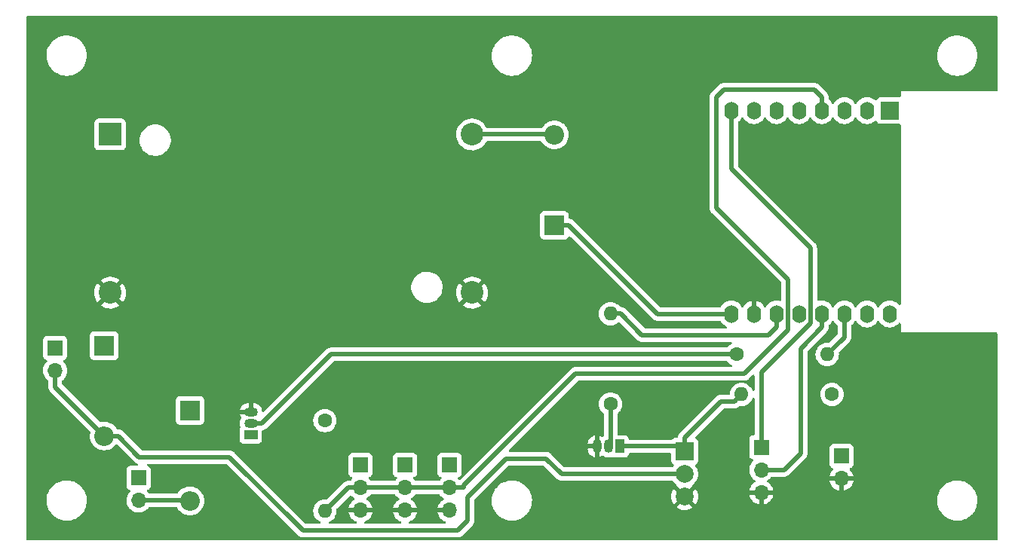
<source format=gbr>
%TF.GenerationSoftware,KiCad,Pcbnew,6.0.2+dfsg-1*%
%TF.CreationDate,2023-12-02T18:14:30+01:00*%
%TF.ProjectId,kicad_test_eurocard,6b696361-645f-4746-9573-745f6575726f,1.0*%
%TF.SameCoordinates,PX43b5fc0PY2ebae40*%
%TF.FileFunction,Copper,L2,Bot*%
%TF.FilePolarity,Positive*%
%FSLAX46Y46*%
G04 Gerber Fmt 4.6, Leading zero omitted, Abs format (unit mm)*
G04 Created by KiCad (PCBNEW 6.0.2+dfsg-1) date 2023-12-02 18:14:30*
%MOMM*%
%LPD*%
G01*
G04 APERTURE LIST*
%TA.AperFunction,ComponentPad*%
%ADD10R,2.540000X2.540000*%
%TD*%
%TA.AperFunction,ComponentPad*%
%ADD11C,2.540000*%
%TD*%
%TA.AperFunction,ComponentPad*%
%ADD12O,1.600000X2.000000*%
%TD*%
%TA.AperFunction,ComponentPad*%
%ADD13R,2.000000X2.000000*%
%TD*%
%TA.AperFunction,ComponentPad*%
%ADD14R,2.200000X2.200000*%
%TD*%
%TA.AperFunction,ComponentPad*%
%ADD15O,2.200000X2.200000*%
%TD*%
%TA.AperFunction,ComponentPad*%
%ADD16R,1.700000X1.700000*%
%TD*%
%TA.AperFunction,ComponentPad*%
%ADD17O,1.700000X1.700000*%
%TD*%
%TA.AperFunction,ComponentPad*%
%ADD18R,1.050000X1.500000*%
%TD*%
%TA.AperFunction,ComponentPad*%
%ADD19O,1.050000X1.500000*%
%TD*%
%TA.AperFunction,ComponentPad*%
%ADD20R,1.500000X1.050000*%
%TD*%
%TA.AperFunction,ComponentPad*%
%ADD21O,1.500000X1.050000*%
%TD*%
%TA.AperFunction,ComponentPad*%
%ADD22C,2.000000*%
%TD*%
%TA.AperFunction,ComponentPad*%
%ADD23C,1.600000*%
%TD*%
%TA.AperFunction,ComponentPad*%
%ADD24O,1.600000X1.600000*%
%TD*%
%TA.AperFunction,ViaPad*%
%ADD25C,0.800000*%
%TD*%
%TA.AperFunction,Conductor*%
%ADD26C,0.500000*%
%TD*%
G04 APERTURE END LIST*
D10*
%TO.P,U2,1*%
%TO.N,+12V*%
X9882600Y-13856400D03*
D11*
%TO.P,U2,2*%
%TO.N,GND*%
X9882600Y-31636400D03*
%TO.P,U2,3*%
X50522600Y-31636400D03*
%TO.P,U2,4*%
%TO.N,Net-(D2-Pad2)*%
X50522600Y-13856400D03*
%TD*%
D12*
%TO.P,U3,16*%
%TO.N,Net-(U3-Pad16)*%
X97411000Y-34024000D03*
%TO.P,U3,15*%
%TO.N,Net-(U3-Pad15)*%
X94871000Y-34024000D03*
%TO.P,U3,14*%
%TO.N,Net-(R3-Pad2)*%
X92331000Y-34024000D03*
%TO.P,U3,13*%
%TO.N,Fensterkontakt*%
X89791000Y-34024000D03*
%TO.P,U3,12*%
%TO.N,Net-(U3-Pad12)*%
X87251000Y-34024000D03*
%TO.P,U3,11*%
%TO.N,Net-(R2-Pad2)*%
X84711000Y-34024000D03*
%TO.P,U3,10*%
%TO.N,GND*%
X82171000Y-34024000D03*
%TO.P,U3,9*%
%TO.N,Net-(D2-Pad1)*%
X79631000Y-34024000D03*
%TO.P,U3,8*%
%TO.N,+3V3*%
X79631000Y-11164000D03*
%TO.P,U3,7*%
%TO.N,Net-(U3-Pad7)*%
X82171000Y-11164000D03*
%TO.P,U3,6*%
%TO.N,Net-(U3-Pad6)*%
X84711000Y-11164000D03*
%TO.P,U3,5*%
%TO.N,Net-(U3-Pad5)*%
X87251000Y-11164000D03*
%TO.P,U3,4*%
%TO.N,OneWire*%
X89791000Y-11164000D03*
%TO.P,U3,3*%
%TO.N,Net-(U3-Pad3)*%
X92331000Y-11164000D03*
%TO.P,U3,2*%
%TO.N,Net-(U3-Pad2)*%
X94871000Y-11164000D03*
D13*
%TO.P,U3,1*%
%TO.N,Net-(U3-Pad1)*%
X97411000Y-11164000D03*
%TD*%
D14*
%TO.P,D2,1*%
%TO.N,Net-(D2-Pad1)*%
X59768200Y-24067200D03*
D15*
%TO.P,D2,2*%
%TO.N,Net-(D2-Pad2)*%
X59768200Y-13907200D03*
%TD*%
D14*
%TO.P,D3,1*%
%TO.N,+12V*%
X18848800Y-44869800D03*
D15*
%TO.P,D3,2*%
%TO.N,Stellventil-Relais*%
X18848800Y-55029800D03*
%TD*%
D14*
%TO.P,D4,1*%
%TO.N,+12V*%
X9222200Y-37580000D03*
D15*
%TO.P,D4,2*%
%TO.N,L\u00FCfter*%
X9222200Y-47740000D03*
%TD*%
D16*
%TO.P,J1,1*%
%TO.N,+3V3*%
X83000000Y-49000000D03*
D17*
%TO.P,J1,2*%
%TO.N,Fensterkontakt*%
X83000000Y-51540000D03*
%TO.P,J1,3*%
%TO.N,GND*%
X83000000Y-54080000D03*
%TD*%
D16*
%TO.P,J2,1*%
%TO.N,+12V*%
X3710400Y-37834000D03*
D17*
%TO.P,J2,2*%
%TO.N,L\u00FCfter*%
X3710400Y-40374000D03*
%TD*%
D16*
%TO.P,J3,1*%
%TO.N,+12V*%
X13083000Y-52439000D03*
D17*
%TO.P,J3,2*%
%TO.N,Stellventil-Relais*%
X13083000Y-54979000D03*
%TD*%
D16*
%TO.P,J4,1*%
%TO.N,+3V3*%
X48000000Y-51000000D03*
D17*
%TO.P,J4,2*%
%TO.N,OneWire*%
X48000000Y-53540000D03*
%TO.P,J4,3*%
%TO.N,GND*%
X48000000Y-56080000D03*
%TD*%
D16*
%TO.P,J5,1*%
%TO.N,+3V3*%
X43000000Y-51000000D03*
D17*
%TO.P,J5,2*%
%TO.N,OneWire*%
X43000000Y-53540000D03*
%TO.P,J5,3*%
%TO.N,GND*%
X43000000Y-56080000D03*
%TD*%
D16*
%TO.P,J6,1*%
%TO.N,+3V3*%
X38000000Y-51000000D03*
D17*
%TO.P,J6,2*%
%TO.N,OneWire*%
X38000000Y-53540000D03*
%TO.P,J6,3*%
%TO.N,GND*%
X38000000Y-56080000D03*
%TD*%
D16*
%TO.P,J7,1*%
%TO.N,+12V*%
X92000000Y-50000000D03*
D17*
%TO.P,J7,2*%
%TO.N,GND*%
X92000000Y-52540000D03*
%TD*%
D18*
%TO.P,Q2,1*%
%TO.N,Net-(Q2-Pad1)*%
X67083400Y-48908400D03*
D19*
%TO.P,Q2,2*%
%TO.N,Net-(Q2-Pad2)*%
X65813400Y-48908400D03*
%TO.P,Q2,3*%
%TO.N,GND*%
X64543400Y-48908400D03*
%TD*%
D20*
%TO.P,Q3,1*%
%TO.N,Stellventil-Relais*%
X25681400Y-47587600D03*
D21*
%TO.P,Q3,2*%
%TO.N,Net-(Q3-Pad2)*%
X25681400Y-46317600D03*
%TO.P,Q3,3*%
%TO.N,GND*%
X25681400Y-45047600D03*
%TD*%
D13*
%TO.P,Q4,1*%
%TO.N,Net-(Q2-Pad1)*%
X74390000Y-49460000D03*
D22*
%TO.P,Q4,2*%
%TO.N,L\u00FCfter*%
X74390000Y-52000000D03*
%TO.P,Q4,3*%
%TO.N,GND*%
X74390000Y-54540000D03*
%TD*%
D23*
%TO.P,R2,1*%
%TO.N,Net-(Q2-Pad2)*%
X66067400Y-44158600D03*
D24*
%TO.P,R2,2*%
%TO.N,Net-(R2-Pad2)*%
X66067400Y-33998600D03*
%TD*%
D23*
%TO.P,R3,1*%
%TO.N,Net-(Q3-Pad2)*%
X80240600Y-38570600D03*
D24*
%TO.P,R3,2*%
%TO.N,Net-(R3-Pad2)*%
X90400600Y-38570600D03*
%TD*%
D23*
%TO.P,R4,1*%
%TO.N,+12V*%
X90934000Y-43066400D03*
D24*
%TO.P,R4,2*%
%TO.N,Net-(Q2-Pad1)*%
X80774000Y-43066400D03*
%TD*%
D23*
%TO.P,R5,1*%
%TO.N,+3V3*%
X34000000Y-46000000D03*
D24*
%TO.P,R5,2*%
%TO.N,OneWire*%
X34000000Y-56160000D03*
%TD*%
D25*
%TO.N,GND*%
X92178600Y-19114200D03*
%TD*%
D26*
%TO.N,OneWire*%
X85117400Y-36716400D02*
X85117400Y-36691000D01*
X85117400Y-36691000D02*
X86000990Y-35807410D01*
%TO.N,+3V3*%
X83000000Y-49000000D02*
X83000000Y-40535600D01*
X83000000Y-40535600D02*
X88501010Y-35034590D01*
X88501010Y-35034590D02*
X88501010Y-26612610D01*
X79631000Y-17742600D02*
X79631000Y-11164000D01*
X88501010Y-26612610D02*
X79631000Y-17742600D01*
%TO.N,Fensterkontakt*%
X89791000Y-34024000D02*
X89791000Y-35524000D01*
X83010000Y-51550000D02*
X83000000Y-51540000D01*
X89791000Y-35524000D02*
X87403400Y-37911600D01*
X87403400Y-37911600D02*
X87403400Y-49695800D01*
X87403400Y-49695800D02*
X85549200Y-51550000D01*
X85549200Y-51550000D02*
X83010000Y-51550000D01*
%TO.N,Net-(D2-Pad2)*%
X50522600Y-13856400D02*
X59717400Y-13856400D01*
X59717400Y-13856400D02*
X59768200Y-13907200D01*
%TO.N,Net-(D2-Pad1)*%
X59768200Y-24067200D02*
X61368200Y-24067200D01*
X78331000Y-34024000D02*
X79631000Y-34024000D01*
X71325000Y-34024000D02*
X78331000Y-34024000D01*
X61368200Y-24067200D02*
X71325000Y-34024000D01*
%TO.N,Stellventil-Relais*%
X13083000Y-54979000D02*
X18798000Y-54979000D01*
X18798000Y-54979000D02*
X18848800Y-55029800D01*
%TO.N,L\u00FCfter*%
X13140034Y-50102200D02*
X23268400Y-50102200D01*
X31523400Y-58357200D02*
X48922400Y-58357200D01*
X50014600Y-57265000D02*
X50014600Y-54598000D01*
X60573800Y-52000000D02*
X58853800Y-50280000D01*
X54332600Y-50280000D02*
X50014600Y-54598000D01*
X74390000Y-52000000D02*
X60573800Y-52000000D01*
X23268400Y-50102200D02*
X31523400Y-58357200D01*
X9222200Y-47740000D02*
X10777834Y-47740000D01*
X10777834Y-47740000D02*
X13140034Y-50102200D01*
X48922400Y-58357200D02*
X50014600Y-57265000D01*
X3710400Y-42228200D02*
X9222200Y-47740000D01*
X3710400Y-40374000D02*
X3710400Y-42228200D01*
X58853800Y-50280000D02*
X54332600Y-50280000D01*
%TO.N,OneWire*%
X38000000Y-53540000D02*
X43000000Y-53540000D01*
X48008800Y-53531200D02*
X48000000Y-53540000D01*
X81083801Y-40749999D02*
X62160801Y-40749999D01*
X89791000Y-9664000D02*
X88954200Y-8827200D01*
X78767400Y-8827200D02*
X77929200Y-9665400D01*
X77929200Y-9665400D02*
X77929200Y-22086000D01*
X49608200Y-53531200D02*
X48008800Y-53531200D01*
X88954200Y-8827200D02*
X78767400Y-8827200D01*
X85117400Y-36716400D02*
X81083801Y-40749999D01*
X86000990Y-30157790D02*
X86000990Y-35807410D01*
X34000000Y-56160000D02*
X36620000Y-53540000D01*
X43000000Y-53540000D02*
X44202081Y-53540000D01*
X36620000Y-53540000D02*
X38000000Y-53540000D01*
X77929200Y-22086000D02*
X86000990Y-30157790D01*
X44202081Y-53540000D02*
X48000000Y-53540000D01*
X62160801Y-40749999D02*
X49608200Y-53302600D01*
X49608200Y-53302600D02*
X49608200Y-53531200D01*
X89791000Y-11164000D02*
X89791000Y-9664000D01*
%TO.N,Net-(Q2-Pad1)*%
X73838400Y-48908400D02*
X74390000Y-49460000D01*
X78483601Y-43866399D02*
X74390000Y-47960000D01*
X74390000Y-48450000D02*
X74390000Y-49460000D01*
X80774000Y-43066400D02*
X79974001Y-43866399D01*
X67083400Y-48908400D02*
X73838400Y-48908400D01*
X74390000Y-47960000D02*
X74390000Y-49460000D01*
X79974001Y-43866399D02*
X78483601Y-43866399D01*
%TO.N,Net-(Q2-Pad2)*%
X66067400Y-44158600D02*
X66067400Y-48654400D01*
X66067400Y-48654400D02*
X65813400Y-48908400D01*
%TO.N,Net-(Q3-Pad2)*%
X26931400Y-46317600D02*
X34678400Y-38570600D01*
X25681400Y-46317600D02*
X26931400Y-46317600D01*
X34678400Y-38570600D02*
X80240600Y-38570600D01*
%TO.N,Net-(R2-Pad2)*%
X69611770Y-36411600D02*
X67198770Y-33998600D01*
X83823400Y-36411600D02*
X69611770Y-36411600D01*
X84711000Y-34024000D02*
X84711000Y-35524000D01*
X84711000Y-35524000D02*
X83823400Y-36411600D01*
X67198770Y-33998600D02*
X66067400Y-33998600D01*
%TO.N,Net-(R3-Pad2)*%
X92331000Y-34024000D02*
X92331000Y-36640200D01*
X92331000Y-36640200D02*
X90400600Y-38570600D01*
%TD*%
%TA.AperFunction,Conductor*%
%TO.N,GND*%
G36*
X109434121Y-528002D02*
G01*
X109480614Y-581658D01*
X109492000Y-634000D01*
X109492000Y-8904400D01*
X109471998Y-8972521D01*
X109418342Y-9019014D01*
X109366000Y-9030400D01*
X98655600Y-9030400D01*
X98655600Y-9536414D01*
X98635598Y-9604535D01*
X98581942Y-9651028D01*
X98515993Y-9661677D01*
X98459134Y-9655500D01*
X96362866Y-9655500D01*
X96300684Y-9662255D01*
X96164295Y-9713385D01*
X96047739Y-9800739D01*
X95960385Y-9917295D01*
X95957233Y-9925704D01*
X95957231Y-9925707D01*
X95951210Y-9941768D01*
X95908569Y-9998533D01*
X95842008Y-10023234D01*
X95772659Y-10008027D01*
X95744133Y-9986635D01*
X95715300Y-9957802D01*
X95710792Y-9954645D01*
X95710789Y-9954643D01*
X95604030Y-9879890D01*
X95527749Y-9826477D01*
X95522767Y-9824154D01*
X95522762Y-9824151D01*
X95325225Y-9732039D01*
X95325224Y-9732039D01*
X95320243Y-9729716D01*
X95314935Y-9728294D01*
X95314933Y-9728293D01*
X95104402Y-9671881D01*
X95104400Y-9671881D01*
X95099087Y-9670457D01*
X94871000Y-9650502D01*
X94642913Y-9670457D01*
X94637600Y-9671881D01*
X94637598Y-9671881D01*
X94427067Y-9728293D01*
X94427065Y-9728294D01*
X94421757Y-9729716D01*
X94416776Y-9732039D01*
X94416775Y-9732039D01*
X94219238Y-9824151D01*
X94219233Y-9824154D01*
X94214251Y-9826477D01*
X94137970Y-9879890D01*
X94031211Y-9954643D01*
X94031208Y-9954645D01*
X94026700Y-9957802D01*
X93864802Y-10119700D01*
X93733477Y-10307251D01*
X93731154Y-10312233D01*
X93731151Y-10312238D01*
X93715195Y-10346457D01*
X93668278Y-10399742D01*
X93600001Y-10419203D01*
X93532041Y-10398661D01*
X93486805Y-10346457D01*
X93470849Y-10312238D01*
X93470846Y-10312233D01*
X93468523Y-10307251D01*
X93337198Y-10119700D01*
X93175300Y-9957802D01*
X93170792Y-9954645D01*
X93170789Y-9954643D01*
X93064030Y-9879890D01*
X92987749Y-9826477D01*
X92982767Y-9824154D01*
X92982762Y-9824151D01*
X92785225Y-9732039D01*
X92785224Y-9732039D01*
X92780243Y-9729716D01*
X92774935Y-9728294D01*
X92774933Y-9728293D01*
X92564402Y-9671881D01*
X92564400Y-9671881D01*
X92559087Y-9670457D01*
X92331000Y-9650502D01*
X92102913Y-9670457D01*
X92097600Y-9671881D01*
X92097598Y-9671881D01*
X91887067Y-9728293D01*
X91887065Y-9728294D01*
X91881757Y-9729716D01*
X91876776Y-9732039D01*
X91876775Y-9732039D01*
X91679238Y-9824151D01*
X91679233Y-9824154D01*
X91674251Y-9826477D01*
X91597970Y-9879890D01*
X91491211Y-9954643D01*
X91491208Y-9954645D01*
X91486700Y-9957802D01*
X91324802Y-10119700D01*
X91193477Y-10307251D01*
X91191154Y-10312233D01*
X91191151Y-10312238D01*
X91175195Y-10346457D01*
X91128278Y-10399742D01*
X91060001Y-10419203D01*
X90992041Y-10398661D01*
X90946805Y-10346457D01*
X90930849Y-10312238D01*
X90930846Y-10312233D01*
X90928523Y-10307251D01*
X90797198Y-10119700D01*
X90635300Y-9957802D01*
X90603229Y-9935345D01*
X90558901Y-9879890D01*
X90549500Y-9832133D01*
X90549500Y-9731070D01*
X90550933Y-9712120D01*
X90553099Y-9697885D01*
X90553099Y-9697881D01*
X90554199Y-9690651D01*
X90552673Y-9671881D01*
X90549915Y-9637982D01*
X90549500Y-9627767D01*
X90549500Y-9619707D01*
X90546209Y-9591480D01*
X90545778Y-9587121D01*
X90539860Y-9514364D01*
X90537605Y-9507403D01*
X90536418Y-9501463D01*
X90535029Y-9495588D01*
X90534182Y-9488319D01*
X90509264Y-9419670D01*
X90507847Y-9415542D01*
X90487607Y-9353064D01*
X90487606Y-9353062D01*
X90485351Y-9346101D01*
X90481555Y-9339846D01*
X90479049Y-9334372D01*
X90476330Y-9328942D01*
X90473833Y-9322063D01*
X90433814Y-9261024D01*
X90431467Y-9257305D01*
X90393595Y-9194893D01*
X90386197Y-9186516D01*
X90386224Y-9186492D01*
X90383571Y-9183500D01*
X90380868Y-9180267D01*
X90376856Y-9174148D01*
X90320617Y-9120872D01*
X90318175Y-9118494D01*
X89537970Y-8338289D01*
X89525584Y-8323877D01*
X89517051Y-8312282D01*
X89517046Y-8312277D01*
X89512708Y-8306382D01*
X89507130Y-8301643D01*
X89507127Y-8301640D01*
X89472432Y-8272165D01*
X89464916Y-8265235D01*
X89459221Y-8259540D01*
X89442936Y-8246656D01*
X89436949Y-8241919D01*
X89433545Y-8239128D01*
X89383497Y-8196609D01*
X89383495Y-8196608D01*
X89377915Y-8191867D01*
X89371399Y-8188539D01*
X89366350Y-8185172D01*
X89361221Y-8182005D01*
X89355484Y-8177466D01*
X89289325Y-8146545D01*
X89285425Y-8144639D01*
X89220392Y-8111431D01*
X89213284Y-8109692D01*
X89207641Y-8107593D01*
X89201878Y-8105676D01*
X89195250Y-8102578D01*
X89123783Y-8087713D01*
X89119499Y-8086743D01*
X89048590Y-8069392D01*
X89042988Y-8069044D01*
X89042985Y-8069044D01*
X89037436Y-8068700D01*
X89037438Y-8068664D01*
X89033445Y-8068425D01*
X89029253Y-8068051D01*
X89022085Y-8066560D01*
X88958320Y-8068285D01*
X88944679Y-8068654D01*
X88941272Y-8068700D01*
X78834470Y-8068700D01*
X78815520Y-8067267D01*
X78801285Y-8065101D01*
X78801281Y-8065101D01*
X78794051Y-8064001D01*
X78786759Y-8064594D01*
X78786756Y-8064594D01*
X78741382Y-8068285D01*
X78731167Y-8068700D01*
X78723107Y-8068700D01*
X78719473Y-8069124D01*
X78719467Y-8069124D01*
X78706442Y-8070643D01*
X78694880Y-8071991D01*
X78690532Y-8072421D01*
X78617764Y-8078340D01*
X78610803Y-8080595D01*
X78604863Y-8081782D01*
X78598988Y-8083171D01*
X78591719Y-8084018D01*
X78523070Y-8108936D01*
X78518942Y-8110353D01*
X78456464Y-8130593D01*
X78456462Y-8130594D01*
X78449501Y-8132849D01*
X78443246Y-8136645D01*
X78437772Y-8139151D01*
X78432342Y-8141870D01*
X78425463Y-8144367D01*
X78419343Y-8148380D01*
X78419342Y-8148380D01*
X78364424Y-8184386D01*
X78360720Y-8186723D01*
X78298293Y-8224605D01*
X78289916Y-8232003D01*
X78289892Y-8231976D01*
X78286900Y-8234629D01*
X78283667Y-8237332D01*
X78277548Y-8241344D01*
X78248351Y-8272165D01*
X78224272Y-8297583D01*
X78221894Y-8300025D01*
X77440289Y-9081630D01*
X77425877Y-9094016D01*
X77414282Y-9102549D01*
X77414277Y-9102554D01*
X77408382Y-9106892D01*
X77403643Y-9112470D01*
X77403640Y-9112473D01*
X77374165Y-9147168D01*
X77367235Y-9154684D01*
X77361540Y-9160379D01*
X77359260Y-9163261D01*
X77343919Y-9182651D01*
X77341128Y-9186055D01*
X77298609Y-9236103D01*
X77293867Y-9241685D01*
X77290539Y-9248201D01*
X77287172Y-9253250D01*
X77284005Y-9258379D01*
X77279466Y-9264116D01*
X77248545Y-9330275D01*
X77246642Y-9334169D01*
X77213431Y-9399208D01*
X77211692Y-9406316D01*
X77209593Y-9411959D01*
X77207676Y-9417722D01*
X77204578Y-9424350D01*
X77191273Y-9488319D01*
X77189714Y-9495812D01*
X77188744Y-9500096D01*
X77171392Y-9571010D01*
X77170700Y-9582164D01*
X77170664Y-9582162D01*
X77170425Y-9586155D01*
X77170051Y-9590347D01*
X77168560Y-9597515D01*
X77169378Y-9627767D01*
X77170654Y-9674921D01*
X77170700Y-9678328D01*
X77170700Y-22018930D01*
X77169267Y-22037880D01*
X77166001Y-22059349D01*
X77166594Y-22066641D01*
X77166594Y-22066644D01*
X77170285Y-22112018D01*
X77170700Y-22122233D01*
X77170700Y-22130293D01*
X77171125Y-22133937D01*
X77173989Y-22158507D01*
X77174422Y-22162882D01*
X77180340Y-22235637D01*
X77182596Y-22242601D01*
X77183787Y-22248560D01*
X77185171Y-22254415D01*
X77186018Y-22261681D01*
X77210935Y-22330327D01*
X77212352Y-22334455D01*
X77234849Y-22403899D01*
X77238645Y-22410154D01*
X77241151Y-22415628D01*
X77243870Y-22421058D01*
X77246367Y-22427937D01*
X77250380Y-22434057D01*
X77250380Y-22434058D01*
X77286386Y-22488976D01*
X77288723Y-22492680D01*
X77326605Y-22555107D01*
X77330321Y-22559315D01*
X77330322Y-22559316D01*
X77334003Y-22563484D01*
X77333976Y-22563508D01*
X77336629Y-22566500D01*
X77339332Y-22569733D01*
X77343344Y-22575852D01*
X77348656Y-22580884D01*
X77399583Y-22629128D01*
X77402025Y-22631506D01*
X85205585Y-30435066D01*
X85239611Y-30497378D01*
X85242490Y-30524161D01*
X85242490Y-32447547D01*
X85222488Y-32515668D01*
X85168832Y-32562161D01*
X85098558Y-32572265D01*
X85083879Y-32569254D01*
X84944402Y-32531881D01*
X84944400Y-32531881D01*
X84939087Y-32530457D01*
X84711000Y-32510502D01*
X84482913Y-32530457D01*
X84477600Y-32531881D01*
X84477598Y-32531881D01*
X84267067Y-32588293D01*
X84267065Y-32588294D01*
X84261757Y-32589716D01*
X84256776Y-32592039D01*
X84256775Y-32592039D01*
X84059238Y-32684151D01*
X84059233Y-32684154D01*
X84054251Y-32686477D01*
X84009933Y-32717509D01*
X83871211Y-32814643D01*
X83871208Y-32814645D01*
X83866700Y-32817802D01*
X83704802Y-32979700D01*
X83701645Y-32984208D01*
X83701643Y-32984211D01*
X83648686Y-33059842D01*
X83573477Y-33167251D01*
X83571154Y-33172233D01*
X83571151Y-33172238D01*
X83554919Y-33207049D01*
X83508002Y-33260334D01*
X83439725Y-33279795D01*
X83371765Y-33259253D01*
X83326529Y-33207049D01*
X83310414Y-33172489D01*
X83304931Y-33162993D01*
X83179972Y-32984533D01*
X83172916Y-32976125D01*
X83018875Y-32822084D01*
X83010467Y-32815028D01*
X82832007Y-32690069D01*
X82822511Y-32684586D01*
X82625053Y-32592510D01*
X82614761Y-32588764D01*
X82442497Y-32542606D01*
X82428401Y-32542942D01*
X82425000Y-32550884D01*
X82425000Y-34152000D01*
X82404998Y-34220121D01*
X82351342Y-34266614D01*
X82299000Y-34278000D01*
X82043000Y-34278000D01*
X81974879Y-34257998D01*
X81928386Y-34204342D01*
X81917000Y-34152000D01*
X81917000Y-32556033D01*
X81913027Y-32542502D01*
X81904478Y-32541273D01*
X81727239Y-32588764D01*
X81716947Y-32592510D01*
X81519489Y-32684586D01*
X81509993Y-32690069D01*
X81331533Y-32815028D01*
X81323125Y-32822084D01*
X81169084Y-32976125D01*
X81162028Y-32984533D01*
X81037069Y-33162993D01*
X81031586Y-33172489D01*
X81015471Y-33207049D01*
X80968554Y-33260334D01*
X80900277Y-33279795D01*
X80832317Y-33259253D01*
X80787081Y-33207049D01*
X80770849Y-33172238D01*
X80770846Y-33172233D01*
X80768523Y-33167251D01*
X80693314Y-33059842D01*
X80640357Y-32984211D01*
X80640355Y-32984208D01*
X80637198Y-32979700D01*
X80475300Y-32817802D01*
X80470792Y-32814645D01*
X80470789Y-32814643D01*
X80332067Y-32717509D01*
X80287749Y-32686477D01*
X80282767Y-32684154D01*
X80282762Y-32684151D01*
X80085225Y-32592039D01*
X80085224Y-32592039D01*
X80080243Y-32589716D01*
X80074935Y-32588294D01*
X80074933Y-32588293D01*
X79864402Y-32531881D01*
X79864400Y-32531881D01*
X79859087Y-32530457D01*
X79631000Y-32510502D01*
X79402913Y-32530457D01*
X79397600Y-32531881D01*
X79397598Y-32531881D01*
X79187067Y-32588293D01*
X79187065Y-32588294D01*
X79181757Y-32589716D01*
X79176776Y-32592039D01*
X79176775Y-32592039D01*
X78979238Y-32684151D01*
X78979233Y-32684154D01*
X78974251Y-32686477D01*
X78929933Y-32717509D01*
X78791211Y-32814643D01*
X78791208Y-32814645D01*
X78786700Y-32817802D01*
X78624802Y-32979700D01*
X78621645Y-32984208D01*
X78621643Y-32984211D01*
X78568686Y-33059842D01*
X78493477Y-33167251D01*
X78491152Y-33172236D01*
X78491149Y-33172242D01*
X78481587Y-33192749D01*
X78434671Y-33246034D01*
X78367392Y-33265500D01*
X71691371Y-33265500D01*
X71623250Y-33245498D01*
X71602276Y-33228595D01*
X61951970Y-23578289D01*
X61939584Y-23563877D01*
X61931051Y-23552282D01*
X61931046Y-23552277D01*
X61926708Y-23546382D01*
X61921130Y-23541643D01*
X61921127Y-23541640D01*
X61886432Y-23512165D01*
X61878916Y-23505235D01*
X61873221Y-23499540D01*
X61867080Y-23494682D01*
X61850949Y-23481919D01*
X61847545Y-23479128D01*
X61797497Y-23436609D01*
X61797495Y-23436608D01*
X61791915Y-23431867D01*
X61785399Y-23428539D01*
X61780350Y-23425172D01*
X61775221Y-23422005D01*
X61769484Y-23417466D01*
X61703325Y-23386545D01*
X61699425Y-23384639D01*
X61634392Y-23351431D01*
X61627284Y-23349692D01*
X61621641Y-23347593D01*
X61615878Y-23345676D01*
X61609250Y-23342578D01*
X61537783Y-23327713D01*
X61533500Y-23326743D01*
X61506051Y-23320027D01*
X61472752Y-23311879D01*
X61411338Y-23276260D01*
X61378930Y-23213092D01*
X61376700Y-23189490D01*
X61376700Y-22919066D01*
X61369945Y-22856884D01*
X61318815Y-22720495D01*
X61231461Y-22603939D01*
X61114905Y-22516585D01*
X60978516Y-22465455D01*
X60916334Y-22458700D01*
X58620066Y-22458700D01*
X58557884Y-22465455D01*
X58421495Y-22516585D01*
X58304939Y-22603939D01*
X58217585Y-22720495D01*
X58166455Y-22856884D01*
X58159700Y-22919066D01*
X58159700Y-25215334D01*
X58166455Y-25277516D01*
X58217585Y-25413905D01*
X58304939Y-25530461D01*
X58421495Y-25617815D01*
X58557884Y-25668945D01*
X58620066Y-25675700D01*
X60916334Y-25675700D01*
X60978516Y-25668945D01*
X61114905Y-25617815D01*
X61231461Y-25530461D01*
X61318815Y-25413905D01*
X61338302Y-25361924D01*
X61380944Y-25305160D01*
X61447506Y-25280461D01*
X61516855Y-25295669D01*
X61545379Y-25317060D01*
X70741230Y-34512911D01*
X70753616Y-34527323D01*
X70762149Y-34538918D01*
X70762154Y-34538923D01*
X70766492Y-34544818D01*
X70772070Y-34549557D01*
X70772073Y-34549560D01*
X70806768Y-34579035D01*
X70814284Y-34585965D01*
X70819980Y-34591661D01*
X70822841Y-34593924D01*
X70822846Y-34593929D01*
X70842256Y-34609285D01*
X70845658Y-34612074D01*
X70890726Y-34650362D01*
X70901285Y-34659333D01*
X70907802Y-34662661D01*
X70912850Y-34666027D01*
X70917972Y-34669190D01*
X70923716Y-34673735D01*
X70989895Y-34704664D01*
X70993779Y-34706563D01*
X71058808Y-34739769D01*
X71065923Y-34741510D01*
X71071578Y-34743613D01*
X71077317Y-34745522D01*
X71083950Y-34748622D01*
X71155435Y-34763491D01*
X71159701Y-34764457D01*
X71230610Y-34781808D01*
X71236212Y-34782156D01*
X71236215Y-34782156D01*
X71241764Y-34782500D01*
X71241762Y-34782535D01*
X71245734Y-34782775D01*
X71249955Y-34783152D01*
X71257115Y-34784641D01*
X71334542Y-34782546D01*
X71337950Y-34782500D01*
X78367392Y-34782500D01*
X78435513Y-34802502D01*
X78481587Y-34855251D01*
X78491149Y-34875758D01*
X78491152Y-34875764D01*
X78493477Y-34880749D01*
X78624802Y-35068300D01*
X78786700Y-35230198D01*
X78791208Y-35233355D01*
X78791211Y-35233357D01*
X78792568Y-35234307D01*
X78974251Y-35361523D01*
X79084441Y-35412905D01*
X79137726Y-35459822D01*
X79157187Y-35528099D01*
X79136645Y-35596059D01*
X79082623Y-35642125D01*
X79031191Y-35653100D01*
X69978141Y-35653100D01*
X69910020Y-35633098D01*
X69889046Y-35616195D01*
X67782540Y-33509689D01*
X67770154Y-33495277D01*
X67761621Y-33483682D01*
X67761616Y-33483677D01*
X67757278Y-33477782D01*
X67751700Y-33473043D01*
X67751697Y-33473040D01*
X67717002Y-33443565D01*
X67709486Y-33436635D01*
X67703791Y-33430940D01*
X67687171Y-33417791D01*
X67681519Y-33413319D01*
X67678115Y-33410528D01*
X67628067Y-33368009D01*
X67628065Y-33368008D01*
X67622485Y-33363267D01*
X67615969Y-33359939D01*
X67610920Y-33356572D01*
X67605791Y-33353405D01*
X67600054Y-33348866D01*
X67533895Y-33317945D01*
X67529995Y-33316039D01*
X67464962Y-33282831D01*
X67457854Y-33281092D01*
X67452211Y-33278993D01*
X67446448Y-33277076D01*
X67439820Y-33273978D01*
X67368353Y-33259113D01*
X67364069Y-33258143D01*
X67293160Y-33240792D01*
X67287558Y-33240444D01*
X67287555Y-33240444D01*
X67282006Y-33240100D01*
X67282008Y-33240064D01*
X67278015Y-33239825D01*
X67273823Y-33239451D01*
X67266655Y-33237960D01*
X67202424Y-33239698D01*
X67133789Y-33221546D01*
X67095805Y-33186014D01*
X67076761Y-33158816D01*
X67076756Y-33158810D01*
X67073598Y-33154300D01*
X66911700Y-32992402D01*
X66907192Y-32989245D01*
X66907189Y-32989243D01*
X66809091Y-32920554D01*
X66724149Y-32861077D01*
X66719167Y-32858754D01*
X66719162Y-32858751D01*
X66521625Y-32766639D01*
X66521624Y-32766639D01*
X66516643Y-32764316D01*
X66511335Y-32762894D01*
X66511333Y-32762893D01*
X66300802Y-32706481D01*
X66300800Y-32706481D01*
X66295487Y-32705057D01*
X66067400Y-32685102D01*
X65839313Y-32705057D01*
X65834000Y-32706481D01*
X65833998Y-32706481D01*
X65623467Y-32762893D01*
X65623465Y-32762894D01*
X65618157Y-32764316D01*
X65613176Y-32766639D01*
X65613175Y-32766639D01*
X65415638Y-32858751D01*
X65415633Y-32858754D01*
X65410651Y-32861077D01*
X65325709Y-32920554D01*
X65227611Y-32989243D01*
X65227608Y-32989245D01*
X65223100Y-32992402D01*
X65061202Y-33154300D01*
X65058045Y-33158808D01*
X65058043Y-33158811D01*
X65024681Y-33206457D01*
X64929877Y-33341851D01*
X64927554Y-33346833D01*
X64927551Y-33346838D01*
X64851613Y-33509689D01*
X64833116Y-33549357D01*
X64773857Y-33770513D01*
X64753902Y-33998600D01*
X64773857Y-34226687D01*
X64833116Y-34447843D01*
X64835439Y-34452824D01*
X64835439Y-34452825D01*
X64927551Y-34650362D01*
X64927554Y-34650367D01*
X64929877Y-34655349D01*
X64964400Y-34704653D01*
X65023284Y-34788747D01*
X65061202Y-34842900D01*
X65223100Y-35004798D01*
X65227607Y-35007954D01*
X65227611Y-35007957D01*
X65267044Y-35035568D01*
X65410651Y-35136123D01*
X65415633Y-35138446D01*
X65415638Y-35138449D01*
X65612397Y-35230198D01*
X65618157Y-35232884D01*
X65623465Y-35234306D01*
X65623467Y-35234307D01*
X65833998Y-35290719D01*
X65834000Y-35290719D01*
X65839313Y-35292143D01*
X66067400Y-35312098D01*
X66295487Y-35292143D01*
X66300800Y-35290719D01*
X66300802Y-35290719D01*
X66511333Y-35234307D01*
X66511335Y-35234306D01*
X66516643Y-35232884D01*
X66522403Y-35230198D01*
X66719162Y-35138449D01*
X66719167Y-35138446D01*
X66724149Y-35136123D01*
X66903061Y-35010847D01*
X66907193Y-35007954D01*
X66907194Y-35007953D01*
X66911700Y-35004798D01*
X66915590Y-35000908D01*
X66915596Y-35000903D01*
X66932899Y-34983600D01*
X66995211Y-34949574D01*
X67066026Y-34954639D01*
X67111089Y-34983600D01*
X69028000Y-36900511D01*
X69040386Y-36914923D01*
X69048919Y-36926518D01*
X69048924Y-36926523D01*
X69053262Y-36932418D01*
X69058840Y-36937157D01*
X69058843Y-36937160D01*
X69093538Y-36966635D01*
X69101054Y-36973565D01*
X69106749Y-36979260D01*
X69109631Y-36981540D01*
X69129021Y-36996881D01*
X69132425Y-36999672D01*
X69173843Y-37034859D01*
X69188055Y-37046933D01*
X69194571Y-37050261D01*
X69199620Y-37053628D01*
X69204749Y-37056795D01*
X69210486Y-37061334D01*
X69276645Y-37092255D01*
X69280539Y-37094158D01*
X69345578Y-37127369D01*
X69352686Y-37129108D01*
X69358329Y-37131207D01*
X69364092Y-37133124D01*
X69370720Y-37136222D01*
X69441365Y-37150916D01*
X69442182Y-37151086D01*
X69446466Y-37152056D01*
X69517380Y-37169408D01*
X69522982Y-37169756D01*
X69522985Y-37169756D01*
X69528534Y-37170100D01*
X69528532Y-37170136D01*
X69532525Y-37170375D01*
X69536717Y-37170749D01*
X69543885Y-37172240D01*
X69621290Y-37170146D01*
X69624698Y-37170100D01*
X79579457Y-37170100D01*
X79647578Y-37190102D01*
X79694071Y-37243758D01*
X79704175Y-37314032D01*
X79674681Y-37378612D01*
X79632707Y-37410295D01*
X79588838Y-37430751D01*
X79588833Y-37430754D01*
X79583851Y-37433077D01*
X79478989Y-37506502D01*
X79400811Y-37561243D01*
X79400808Y-37561245D01*
X79396300Y-37564402D01*
X79234402Y-37726300D01*
X79211945Y-37758371D01*
X79156490Y-37802699D01*
X79108733Y-37812100D01*
X34745463Y-37812100D01*
X34726514Y-37810667D01*
X34726307Y-37810636D01*
X34705051Y-37807402D01*
X34697759Y-37807995D01*
X34697756Y-37807995D01*
X34652391Y-37811685D01*
X34642177Y-37812100D01*
X34634107Y-37812100D01*
X34630487Y-37812522D01*
X34630469Y-37812523D01*
X34605861Y-37815392D01*
X34601500Y-37815824D01*
X34576381Y-37817867D01*
X34536061Y-37821146D01*
X34536058Y-37821147D01*
X34528763Y-37821740D01*
X34521799Y-37823996D01*
X34515840Y-37825187D01*
X34509985Y-37826571D01*
X34502719Y-37827418D01*
X34434073Y-37852335D01*
X34429945Y-37853752D01*
X34367464Y-37873993D01*
X34367462Y-37873994D01*
X34360501Y-37876249D01*
X34354246Y-37880045D01*
X34348772Y-37882551D01*
X34343342Y-37885270D01*
X34336463Y-37887767D01*
X34275416Y-37927791D01*
X34271727Y-37930118D01*
X34251535Y-37942371D01*
X34214093Y-37965091D01*
X34214088Y-37965095D01*
X34209292Y-37968005D01*
X34200916Y-37975403D01*
X34200893Y-37975377D01*
X34197903Y-37978026D01*
X34194664Y-37980734D01*
X34188548Y-37984744D01*
X34183521Y-37990051D01*
X34183517Y-37990054D01*
X34135272Y-38040983D01*
X34132894Y-38043425D01*
X27149343Y-45026976D01*
X27087031Y-45061002D01*
X27016216Y-45055937D01*
X26959380Y-45013390D01*
X26934767Y-44949301D01*
X26926571Y-44859238D01*
X26924273Y-44847189D01*
X26870554Y-44664668D01*
X26865961Y-44653300D01*
X26777814Y-44484689D01*
X26771098Y-44474427D01*
X26651885Y-44326157D01*
X26643297Y-44317387D01*
X26497562Y-44195101D01*
X26487431Y-44188163D01*
X26320708Y-44096506D01*
X26309438Y-44091676D01*
X26128085Y-44034148D01*
X26116091Y-44031598D01*
X25968050Y-44014993D01*
X25961026Y-44014600D01*
X25953515Y-44014600D01*
X25938276Y-44019075D01*
X25937071Y-44020465D01*
X25935400Y-44028148D01*
X25935400Y-45158100D01*
X25915398Y-45226221D01*
X25861742Y-45272714D01*
X25809400Y-45284100D01*
X25405396Y-45284100D01*
X25254687Y-45298877D01*
X25252398Y-45299568D01*
X25231676Y-45301600D01*
X24472414Y-45301600D01*
X24458883Y-45305573D01*
X24457763Y-45313368D01*
X24492246Y-45430532D01*
X24496839Y-45441900D01*
X24584984Y-45610507D01*
X24586997Y-45613583D01*
X24587554Y-45615422D01*
X24587840Y-45615970D01*
X24587736Y-45616024D01*
X24607561Y-45681536D01*
X24592401Y-45742506D01*
X24499044Y-45915165D01*
X24497222Y-45921052D01*
X24445693Y-46087515D01*
X24439110Y-46108780D01*
X24438466Y-46114905D01*
X24438466Y-46114906D01*
X24427146Y-46222607D01*
X24417924Y-46310350D01*
X24419991Y-46333061D01*
X24433176Y-46477931D01*
X24436294Y-46512196D01*
X24438032Y-46518102D01*
X24438033Y-46518106D01*
X24478838Y-46656749D01*
X24492188Y-46702107D01*
X24493519Y-46706629D01*
X24492660Y-46706882D01*
X24499114Y-46772262D01*
X24485948Y-46809006D01*
X24480785Y-46815895D01*
X24477636Y-46824296D01*
X24477634Y-46824299D01*
X24449951Y-46898144D01*
X24429655Y-46952284D01*
X24422900Y-47014466D01*
X24422900Y-48160734D01*
X24429655Y-48222916D01*
X24480785Y-48359305D01*
X24568139Y-48475861D01*
X24684695Y-48563215D01*
X24821084Y-48614345D01*
X24883266Y-48621100D01*
X26479534Y-48621100D01*
X26541716Y-48614345D01*
X26678105Y-48563215D01*
X26794661Y-48475861D01*
X26882015Y-48359305D01*
X26933145Y-48222916D01*
X26939900Y-48160734D01*
X26939900Y-47194107D01*
X26959902Y-47125986D01*
X27013558Y-47079493D01*
X27055686Y-47068522D01*
X27057448Y-47068379D01*
X27073739Y-47067054D01*
X27073742Y-47067053D01*
X27081037Y-47066460D01*
X27088001Y-47064204D01*
X27093960Y-47063013D01*
X27099815Y-47061629D01*
X27107081Y-47060782D01*
X27175727Y-47035865D01*
X27179855Y-47034448D01*
X27242336Y-47014207D01*
X27242338Y-47014206D01*
X27249299Y-47011951D01*
X27255554Y-47008155D01*
X27261028Y-47005649D01*
X27266458Y-47002930D01*
X27273337Y-47000433D01*
X27301690Y-46981844D01*
X27334376Y-46960414D01*
X27338080Y-46958077D01*
X27400507Y-46920195D01*
X27408884Y-46912797D01*
X27408908Y-46912824D01*
X27411900Y-46910171D01*
X27415133Y-46907468D01*
X27421252Y-46903456D01*
X27474528Y-46847217D01*
X27476906Y-46844775D01*
X28321681Y-46000000D01*
X32686502Y-46000000D01*
X32706457Y-46228087D01*
X32707881Y-46233400D01*
X32707881Y-46233402D01*
X32757992Y-46420415D01*
X32765716Y-46449243D01*
X32768039Y-46454224D01*
X32768039Y-46454225D01*
X32860151Y-46651762D01*
X32860154Y-46651767D01*
X32862477Y-46656749D01*
X32897581Y-46706882D01*
X32973913Y-46815895D01*
X32993802Y-46844300D01*
X33155700Y-47006198D01*
X33160208Y-47009355D01*
X33160211Y-47009357D01*
X33230091Y-47058287D01*
X33343251Y-47137523D01*
X33348233Y-47139846D01*
X33348238Y-47139849D01*
X33531023Y-47225082D01*
X33550757Y-47234284D01*
X33556065Y-47235706D01*
X33556067Y-47235707D01*
X33766598Y-47292119D01*
X33766600Y-47292119D01*
X33771913Y-47293543D01*
X34000000Y-47313498D01*
X34228087Y-47293543D01*
X34233400Y-47292119D01*
X34233402Y-47292119D01*
X34443933Y-47235707D01*
X34443935Y-47235706D01*
X34449243Y-47234284D01*
X34468977Y-47225082D01*
X34651762Y-47139849D01*
X34651767Y-47139846D01*
X34656749Y-47137523D01*
X34769909Y-47058287D01*
X34839789Y-47009357D01*
X34839792Y-47009355D01*
X34844300Y-47006198D01*
X35006198Y-46844300D01*
X35026088Y-46815895D01*
X35102419Y-46706882D01*
X35137523Y-46656749D01*
X35139846Y-46651767D01*
X35139849Y-46651762D01*
X35231961Y-46454225D01*
X35231961Y-46454224D01*
X35234284Y-46449243D01*
X35242009Y-46420415D01*
X35292119Y-46233402D01*
X35292119Y-46233400D01*
X35293543Y-46228087D01*
X35313498Y-46000000D01*
X35293543Y-45771913D01*
X35292119Y-45766598D01*
X35235707Y-45556067D01*
X35235706Y-45556065D01*
X35234284Y-45550757D01*
X35188518Y-45452610D01*
X35139849Y-45348238D01*
X35139846Y-45348233D01*
X35137523Y-45343251D01*
X35064098Y-45238389D01*
X35009357Y-45160211D01*
X35009355Y-45160208D01*
X35006198Y-45155700D01*
X34844300Y-44993802D01*
X34839792Y-44990645D01*
X34839789Y-44990643D01*
X34761611Y-44935902D01*
X34656749Y-44862477D01*
X34651767Y-44860154D01*
X34651762Y-44860151D01*
X34454225Y-44768039D01*
X34454224Y-44768039D01*
X34449243Y-44765716D01*
X34443935Y-44764294D01*
X34443933Y-44764293D01*
X34233402Y-44707881D01*
X34233400Y-44707881D01*
X34228087Y-44706457D01*
X34000000Y-44686502D01*
X33771913Y-44706457D01*
X33766600Y-44707881D01*
X33766598Y-44707881D01*
X33556067Y-44764293D01*
X33556065Y-44764294D01*
X33550757Y-44765716D01*
X33545776Y-44768039D01*
X33545775Y-44768039D01*
X33348238Y-44860151D01*
X33348233Y-44860154D01*
X33343251Y-44862477D01*
X33238389Y-44935902D01*
X33160211Y-44990643D01*
X33160208Y-44990645D01*
X33155700Y-44993802D01*
X32993802Y-45155700D01*
X32990645Y-45160208D01*
X32990643Y-45160211D01*
X32935902Y-45238389D01*
X32862477Y-45343251D01*
X32860154Y-45348233D01*
X32860151Y-45348238D01*
X32811482Y-45452610D01*
X32765716Y-45550757D01*
X32764294Y-45556065D01*
X32764293Y-45556067D01*
X32707881Y-45766598D01*
X32706457Y-45771913D01*
X32686502Y-46000000D01*
X28321681Y-46000000D01*
X34955676Y-39366005D01*
X35017988Y-39331979D01*
X35044771Y-39329100D01*
X79108733Y-39329100D01*
X79176854Y-39349102D01*
X79211945Y-39382828D01*
X79234402Y-39414900D01*
X79396300Y-39576798D01*
X79400808Y-39579955D01*
X79400811Y-39579957D01*
X79478989Y-39634698D01*
X79583851Y-39708123D01*
X79588836Y-39710447D01*
X79588842Y-39710451D01*
X79676453Y-39751304D01*
X79729739Y-39798221D01*
X79749200Y-39866498D01*
X79728658Y-39934458D01*
X79674636Y-39980524D01*
X79623204Y-39991499D01*
X62227871Y-39991499D01*
X62208921Y-39990066D01*
X62194686Y-39987900D01*
X62194682Y-39987900D01*
X62187452Y-39986800D01*
X62180160Y-39987393D01*
X62180157Y-39987393D01*
X62134783Y-39991084D01*
X62124568Y-39991499D01*
X62116508Y-39991499D01*
X62112874Y-39991923D01*
X62112868Y-39991923D01*
X62099843Y-39993442D01*
X62088281Y-39994790D01*
X62083933Y-39995220D01*
X62061860Y-39997015D01*
X62018463Y-40000545D01*
X62018460Y-40000546D01*
X62011165Y-40001139D01*
X62004201Y-40003395D01*
X61998262Y-40004582D01*
X61992391Y-40005969D01*
X61985120Y-40006817D01*
X61978244Y-40009313D01*
X61978235Y-40009315D01*
X61916503Y-40031724D01*
X61912399Y-40033134D01*
X61842902Y-40055647D01*
X61836647Y-40059443D01*
X61831188Y-40061942D01*
X61825740Y-40064670D01*
X61818864Y-40067166D01*
X61757811Y-40107194D01*
X61754138Y-40109512D01*
X61691694Y-40147404D01*
X61683318Y-40154801D01*
X61683294Y-40154774D01*
X61680300Y-40157429D01*
X61677069Y-40160131D01*
X61670949Y-40164143D01*
X61665917Y-40169455D01*
X61617673Y-40220382D01*
X61615295Y-40222824D01*
X49197150Y-52640969D01*
X49134838Y-52674995D01*
X49064023Y-52669930D01*
X49014862Y-52636674D01*
X48932798Y-52546488D01*
X48901746Y-52482643D01*
X48910140Y-52412144D01*
X48955317Y-52357375D01*
X48981761Y-52343706D01*
X49088297Y-52303767D01*
X49096705Y-52300615D01*
X49213261Y-52213261D01*
X49300615Y-52096705D01*
X49351745Y-51960316D01*
X49358500Y-51898134D01*
X49358500Y-50101866D01*
X49351745Y-50039684D01*
X49300615Y-49903295D01*
X49213261Y-49786739D01*
X49096705Y-49699385D01*
X48960316Y-49648255D01*
X48898134Y-49641500D01*
X47101866Y-49641500D01*
X47039684Y-49648255D01*
X46903295Y-49699385D01*
X46786739Y-49786739D01*
X46699385Y-49903295D01*
X46648255Y-50039684D01*
X46641500Y-50101866D01*
X46641500Y-51898134D01*
X46648255Y-51960316D01*
X46699385Y-52096705D01*
X46786739Y-52213261D01*
X46903295Y-52300615D01*
X46911704Y-52303767D01*
X46911705Y-52303768D01*
X47020451Y-52344535D01*
X47077216Y-52387176D01*
X47101916Y-52453738D01*
X47086709Y-52523087D01*
X47067316Y-52549568D01*
X46989889Y-52630591D01*
X46940629Y-52682138D01*
X46910363Y-52726507D01*
X46855455Y-52771507D01*
X46806277Y-52781500D01*
X44195939Y-52781500D01*
X44127818Y-52761498D01*
X44090147Y-52723941D01*
X44087344Y-52719607D01*
X44080014Y-52708277D01*
X44060620Y-52686963D01*
X43932798Y-52546488D01*
X43901746Y-52482642D01*
X43910141Y-52412143D01*
X43955317Y-52357375D01*
X43981761Y-52343706D01*
X44088297Y-52303767D01*
X44096705Y-52300615D01*
X44213261Y-52213261D01*
X44300615Y-52096705D01*
X44351745Y-51960316D01*
X44358500Y-51898134D01*
X44358500Y-50101866D01*
X44351745Y-50039684D01*
X44300615Y-49903295D01*
X44213261Y-49786739D01*
X44096705Y-49699385D01*
X43960316Y-49648255D01*
X43898134Y-49641500D01*
X42101866Y-49641500D01*
X42039684Y-49648255D01*
X41903295Y-49699385D01*
X41786739Y-49786739D01*
X41699385Y-49903295D01*
X41648255Y-50039684D01*
X41641500Y-50101866D01*
X41641500Y-51898134D01*
X41648255Y-51960316D01*
X41699385Y-52096705D01*
X41786739Y-52213261D01*
X41903295Y-52300615D01*
X41911704Y-52303767D01*
X41911705Y-52303768D01*
X42020451Y-52344535D01*
X42077216Y-52387176D01*
X42101916Y-52453738D01*
X42086709Y-52523087D01*
X42067316Y-52549568D01*
X41989889Y-52630591D01*
X41940629Y-52682138D01*
X41910363Y-52726507D01*
X41855455Y-52771507D01*
X41806277Y-52781500D01*
X39195939Y-52781500D01*
X39127818Y-52761498D01*
X39090147Y-52723941D01*
X39087344Y-52719607D01*
X39080014Y-52708277D01*
X39060620Y-52686963D01*
X38932798Y-52546488D01*
X38901746Y-52482642D01*
X38910141Y-52412143D01*
X38955317Y-52357375D01*
X38981761Y-52343706D01*
X39088297Y-52303767D01*
X39096705Y-52300615D01*
X39213261Y-52213261D01*
X39300615Y-52096705D01*
X39351745Y-51960316D01*
X39358500Y-51898134D01*
X39358500Y-50101866D01*
X39351745Y-50039684D01*
X39300615Y-49903295D01*
X39213261Y-49786739D01*
X39096705Y-49699385D01*
X38960316Y-49648255D01*
X38898134Y-49641500D01*
X37101866Y-49641500D01*
X37039684Y-49648255D01*
X36903295Y-49699385D01*
X36786739Y-49786739D01*
X36699385Y-49903295D01*
X36648255Y-50039684D01*
X36641500Y-50101866D01*
X36641500Y-51898134D01*
X36648255Y-51960316D01*
X36699385Y-52096705D01*
X36786739Y-52213261D01*
X36903295Y-52300615D01*
X36911704Y-52303767D01*
X36911705Y-52303768D01*
X37020451Y-52344535D01*
X37077216Y-52387176D01*
X37101916Y-52453738D01*
X37086709Y-52523087D01*
X37067316Y-52549568D01*
X36989889Y-52630591D01*
X36940629Y-52682138D01*
X36910363Y-52726507D01*
X36855455Y-52771507D01*
X36806277Y-52781500D01*
X36687070Y-52781500D01*
X36668120Y-52780067D01*
X36653885Y-52777901D01*
X36653881Y-52777901D01*
X36646651Y-52776801D01*
X36639359Y-52777394D01*
X36639356Y-52777394D01*
X36593982Y-52781085D01*
X36583767Y-52781500D01*
X36575707Y-52781500D01*
X36572073Y-52781924D01*
X36572067Y-52781924D01*
X36559042Y-52783443D01*
X36547480Y-52784791D01*
X36543132Y-52785221D01*
X36521059Y-52787016D01*
X36477662Y-52790546D01*
X36477659Y-52790547D01*
X36470364Y-52791140D01*
X36463400Y-52793396D01*
X36457461Y-52794583D01*
X36451590Y-52795970D01*
X36444319Y-52796818D01*
X36437443Y-52799314D01*
X36437434Y-52799316D01*
X36375702Y-52821725D01*
X36371598Y-52823135D01*
X36302101Y-52845648D01*
X36295846Y-52849444D01*
X36290387Y-52851943D01*
X36284939Y-52854671D01*
X36278063Y-52857167D01*
X36217010Y-52897195D01*
X36213327Y-52899519D01*
X36163037Y-52930036D01*
X36150893Y-52937405D01*
X36142517Y-52944802D01*
X36142493Y-52944775D01*
X36139499Y-52947430D01*
X36136268Y-52950132D01*
X36130148Y-52954144D01*
X36125116Y-52959456D01*
X36076872Y-53010383D01*
X36074494Y-53012825D01*
X34262990Y-54824329D01*
X34200678Y-54858355D01*
X34162913Y-54860755D01*
X34005475Y-54846981D01*
X34000000Y-54846502D01*
X33771913Y-54866457D01*
X33766600Y-54867881D01*
X33766598Y-54867881D01*
X33556067Y-54924293D01*
X33556065Y-54924294D01*
X33550757Y-54925716D01*
X33545776Y-54928039D01*
X33545775Y-54928039D01*
X33348238Y-55020151D01*
X33348233Y-55020154D01*
X33343251Y-55022477D01*
X33292655Y-55057905D01*
X33160211Y-55150643D01*
X33160208Y-55150645D01*
X33155700Y-55153802D01*
X32993802Y-55315700D01*
X32862477Y-55503251D01*
X32860154Y-55508233D01*
X32860151Y-55508238D01*
X32799132Y-55639095D01*
X32765716Y-55710757D01*
X32764294Y-55716065D01*
X32764293Y-55716067D01*
X32715809Y-55897010D01*
X32706457Y-55931913D01*
X32686502Y-56160000D01*
X32706457Y-56388087D01*
X32707881Y-56393400D01*
X32707881Y-56393402D01*
X32759560Y-56586267D01*
X32765716Y-56609243D01*
X32768039Y-56614224D01*
X32768039Y-56614225D01*
X32860151Y-56811762D01*
X32860154Y-56811767D01*
X32862477Y-56816749D01*
X32907038Y-56880388D01*
X32989811Y-56998600D01*
X32993802Y-57004300D01*
X33155700Y-57166198D01*
X33160208Y-57169355D01*
X33160211Y-57169357D01*
X33212703Y-57206112D01*
X33343251Y-57297523D01*
X33348233Y-57299846D01*
X33348238Y-57299849D01*
X33474028Y-57358505D01*
X33527313Y-57405422D01*
X33546774Y-57473699D01*
X33526232Y-57541659D01*
X33472210Y-57587725D01*
X33420778Y-57598700D01*
X31889771Y-57598700D01*
X31821650Y-57578698D01*
X31800676Y-57561795D01*
X23852170Y-49613289D01*
X23839784Y-49598877D01*
X23831251Y-49587282D01*
X23831246Y-49587277D01*
X23826908Y-49581382D01*
X23821330Y-49576643D01*
X23821327Y-49576640D01*
X23786632Y-49547165D01*
X23779116Y-49540235D01*
X23773421Y-49534540D01*
X23758899Y-49523051D01*
X23751149Y-49516919D01*
X23747745Y-49514128D01*
X23697697Y-49471609D01*
X23697695Y-49471608D01*
X23692115Y-49466867D01*
X23685599Y-49463539D01*
X23680550Y-49460172D01*
X23675421Y-49457005D01*
X23669684Y-49452466D01*
X23603525Y-49421545D01*
X23599625Y-49419639D01*
X23534592Y-49386431D01*
X23527484Y-49384692D01*
X23521841Y-49382593D01*
X23516078Y-49380676D01*
X23509450Y-49377578D01*
X23437983Y-49362713D01*
X23433699Y-49361743D01*
X23418909Y-49358124D01*
X23362790Y-49344392D01*
X23357188Y-49344044D01*
X23357185Y-49344044D01*
X23351636Y-49343700D01*
X23351638Y-49343664D01*
X23347645Y-49343425D01*
X23343453Y-49343051D01*
X23336285Y-49341560D01*
X23270075Y-49343351D01*
X23258879Y-49343654D01*
X23255472Y-49343700D01*
X13506405Y-49343700D01*
X13438284Y-49323698D01*
X13417310Y-49306795D01*
X11361604Y-47251089D01*
X11349218Y-47236677D01*
X11340685Y-47225082D01*
X11340680Y-47225077D01*
X11336342Y-47219182D01*
X11330764Y-47214443D01*
X11330761Y-47214440D01*
X11296066Y-47184965D01*
X11288550Y-47178035D01*
X11282855Y-47172340D01*
X11276714Y-47167482D01*
X11260583Y-47154719D01*
X11257179Y-47151928D01*
X11207131Y-47109409D01*
X11207129Y-47109408D01*
X11201549Y-47104667D01*
X11195033Y-47101339D01*
X11189984Y-47097972D01*
X11184855Y-47094805D01*
X11179118Y-47090266D01*
X11112959Y-47059345D01*
X11109059Y-47057439D01*
X11044026Y-47024231D01*
X11036918Y-47022492D01*
X11031275Y-47020393D01*
X11025512Y-47018476D01*
X11018884Y-47015378D01*
X10947417Y-47000513D01*
X10943133Y-46999543D01*
X10930370Y-46996420D01*
X10872224Y-46982192D01*
X10866622Y-46981844D01*
X10866619Y-46981844D01*
X10861070Y-46981500D01*
X10861072Y-46981464D01*
X10857079Y-46981225D01*
X10852887Y-46980851D01*
X10845719Y-46979360D01*
X10779509Y-46981151D01*
X10768313Y-46981454D01*
X10764906Y-46981500D01*
X10714448Y-46981500D01*
X10646327Y-46961498D01*
X10607015Y-46921335D01*
X10559808Y-46844300D01*
X10527528Y-46791624D01*
X10363098Y-46599102D01*
X10170576Y-46434672D01*
X9954702Y-46302384D01*
X9950132Y-46300491D01*
X9950128Y-46300489D01*
X9725364Y-46207389D01*
X9725362Y-46207388D01*
X9720791Y-46205495D01*
X9622531Y-46181905D01*
X9479416Y-46147546D01*
X9479410Y-46147545D01*
X9474603Y-46146391D01*
X9222200Y-46126526D01*
X8969797Y-46146391D01*
X8964990Y-46147545D01*
X8964984Y-46147546D01*
X8885540Y-46166619D01*
X8821870Y-46181905D01*
X8750963Y-46178358D01*
X8703362Y-46148481D01*
X8572815Y-46017934D01*
X17240300Y-46017934D01*
X17247055Y-46080116D01*
X17298185Y-46216505D01*
X17385539Y-46333061D01*
X17502095Y-46420415D01*
X17638484Y-46471545D01*
X17700666Y-46478300D01*
X19996934Y-46478300D01*
X20059116Y-46471545D01*
X20195505Y-46420415D01*
X20312061Y-46333061D01*
X20399415Y-46216505D01*
X20450545Y-46080116D01*
X20457300Y-46017934D01*
X20457300Y-44790395D01*
X24458772Y-44790395D01*
X24465527Y-44793600D01*
X25409285Y-44793600D01*
X25424524Y-44789125D01*
X25425729Y-44787735D01*
X25427400Y-44780052D01*
X25427400Y-44032715D01*
X25422925Y-44017476D01*
X25421535Y-44016271D01*
X25413852Y-44014600D01*
X25408510Y-44014600D01*
X25402365Y-44014900D01*
X25260919Y-44028770D01*
X25248881Y-44031153D01*
X25066749Y-44086142D01*
X25055407Y-44090817D01*
X24887423Y-44180135D01*
X24877207Y-44186922D01*
X24729766Y-44307172D01*
X24721062Y-44315816D01*
X24599790Y-44462409D01*
X24592930Y-44472580D01*
X24502438Y-44639942D01*
X24497686Y-44651247D01*
X24458978Y-44776292D01*
X24458772Y-44790395D01*
X20457300Y-44790395D01*
X20457300Y-43721666D01*
X20450545Y-43659484D01*
X20399415Y-43523095D01*
X20312061Y-43406539D01*
X20195505Y-43319185D01*
X20059116Y-43268055D01*
X19996934Y-43261300D01*
X17700666Y-43261300D01*
X17638484Y-43268055D01*
X17502095Y-43319185D01*
X17385539Y-43406539D01*
X17298185Y-43523095D01*
X17247055Y-43659484D01*
X17240300Y-43721666D01*
X17240300Y-46017934D01*
X8572815Y-46017934D01*
X4505805Y-41950924D01*
X4471779Y-41888612D01*
X4468900Y-41861829D01*
X4468900Y-41566632D01*
X4488902Y-41498511D01*
X4521731Y-41464054D01*
X4590260Y-41415173D01*
X4613907Y-41391609D01*
X4675186Y-41330543D01*
X4748496Y-41257489D01*
X4807994Y-41174689D01*
X4875835Y-41080277D01*
X4878853Y-41076077D01*
X4977830Y-40875811D01*
X5042770Y-40662069D01*
X5071929Y-40440590D01*
X5073556Y-40374000D01*
X5055252Y-40151361D01*
X5000831Y-39934702D01*
X4911754Y-39729840D01*
X4872306Y-39668862D01*
X4793222Y-39546617D01*
X4793220Y-39546614D01*
X4790414Y-39542277D01*
X4786932Y-39538450D01*
X4643198Y-39380488D01*
X4612146Y-39316642D01*
X4620541Y-39246143D01*
X4665717Y-39191375D01*
X4692161Y-39177706D01*
X4798697Y-39137767D01*
X4807105Y-39134615D01*
X4923661Y-39047261D01*
X5011015Y-38930705D01*
X5062145Y-38794316D01*
X5068900Y-38732134D01*
X5068900Y-38728134D01*
X7613700Y-38728134D01*
X7620455Y-38790316D01*
X7671585Y-38926705D01*
X7758939Y-39043261D01*
X7875495Y-39130615D01*
X8011884Y-39181745D01*
X8074066Y-39188500D01*
X10370334Y-39188500D01*
X10432516Y-39181745D01*
X10568905Y-39130615D01*
X10685461Y-39043261D01*
X10772815Y-38926705D01*
X10823945Y-38790316D01*
X10830700Y-38728134D01*
X10830700Y-36431866D01*
X10823945Y-36369684D01*
X10772815Y-36233295D01*
X10685461Y-36116739D01*
X10568905Y-36029385D01*
X10432516Y-35978255D01*
X10370334Y-35971500D01*
X8074066Y-35971500D01*
X8011884Y-35978255D01*
X7875495Y-36029385D01*
X7758939Y-36116739D01*
X7671585Y-36233295D01*
X7620455Y-36369684D01*
X7613700Y-36431866D01*
X7613700Y-38728134D01*
X5068900Y-38728134D01*
X5068900Y-36935866D01*
X5062145Y-36873684D01*
X5011015Y-36737295D01*
X4923661Y-36620739D01*
X4807105Y-36533385D01*
X4670716Y-36482255D01*
X4608534Y-36475500D01*
X2812266Y-36475500D01*
X2750084Y-36482255D01*
X2613695Y-36533385D01*
X2497139Y-36620739D01*
X2409785Y-36737295D01*
X2358655Y-36873684D01*
X2351900Y-36935866D01*
X2351900Y-38732134D01*
X2358655Y-38794316D01*
X2409785Y-38930705D01*
X2497139Y-39047261D01*
X2613695Y-39134615D01*
X2622104Y-39137767D01*
X2622105Y-39137768D01*
X2730851Y-39178535D01*
X2787616Y-39221176D01*
X2812316Y-39287738D01*
X2797109Y-39357087D01*
X2777716Y-39383568D01*
X2651029Y-39516138D01*
X2648115Y-39520410D01*
X2648114Y-39520411D01*
X2607495Y-39579957D01*
X2525143Y-39700680D01*
X2509403Y-39734590D01*
X2440004Y-39884098D01*
X2431088Y-39903305D01*
X2371389Y-40118570D01*
X2347651Y-40340695D01*
X2347948Y-40345848D01*
X2347948Y-40345851D01*
X2353411Y-40440590D01*
X2360510Y-40563715D01*
X2361647Y-40568761D01*
X2361648Y-40568767D01*
X2381519Y-40656939D01*
X2409622Y-40781639D01*
X2493666Y-40988616D01*
X2610387Y-41179088D01*
X2756650Y-41347938D01*
X2901597Y-41468275D01*
X2906385Y-41472250D01*
X2946020Y-41531152D01*
X2951900Y-41569194D01*
X2951900Y-42161130D01*
X2950467Y-42180080D01*
X2947201Y-42201549D01*
X2947794Y-42208841D01*
X2947794Y-42208844D01*
X2951485Y-42254218D01*
X2951900Y-42264433D01*
X2951900Y-42272493D01*
X2952325Y-42276137D01*
X2955189Y-42300707D01*
X2955622Y-42305082D01*
X2961540Y-42377837D01*
X2963796Y-42384801D01*
X2964987Y-42390760D01*
X2966371Y-42396615D01*
X2967218Y-42403881D01*
X2992135Y-42472527D01*
X2993552Y-42476655D01*
X3016049Y-42546099D01*
X3019845Y-42552354D01*
X3022351Y-42557828D01*
X3025070Y-42563258D01*
X3027567Y-42570137D01*
X3031580Y-42576257D01*
X3031580Y-42576258D01*
X3067586Y-42631176D01*
X3069923Y-42634880D01*
X3107805Y-42697307D01*
X3111521Y-42701515D01*
X3111522Y-42701516D01*
X3115203Y-42705684D01*
X3115176Y-42705708D01*
X3117829Y-42708700D01*
X3120532Y-42711933D01*
X3124544Y-42718052D01*
X3129856Y-42723084D01*
X3180783Y-42771328D01*
X3183225Y-42773706D01*
X7630681Y-47221162D01*
X7664707Y-47283474D01*
X7664105Y-47339669D01*
X7649263Y-47401492D01*
X7630258Y-47480655D01*
X7628591Y-47487597D01*
X7608726Y-47740000D01*
X7628591Y-47992403D01*
X7629745Y-47997210D01*
X7629746Y-47997216D01*
X7654991Y-48102369D01*
X7687695Y-48238591D01*
X7689588Y-48243162D01*
X7689589Y-48243164D01*
X7780116Y-48461715D01*
X7784584Y-48472502D01*
X7916872Y-48688376D01*
X8081302Y-48880898D01*
X8273824Y-49045328D01*
X8489698Y-49177616D01*
X8494268Y-49179509D01*
X8494272Y-49179511D01*
X8719036Y-49272611D01*
X8723609Y-49274505D01*
X8808232Y-49294821D01*
X8964984Y-49332454D01*
X8964990Y-49332455D01*
X8969797Y-49333609D01*
X9222200Y-49353474D01*
X9474603Y-49333609D01*
X9479410Y-49332455D01*
X9479416Y-49332454D01*
X9636168Y-49294821D01*
X9720791Y-49274505D01*
X9725364Y-49272611D01*
X9950128Y-49179511D01*
X9950132Y-49179509D01*
X9954702Y-49177616D01*
X10170576Y-49045328D01*
X10363098Y-48880898D01*
X10366306Y-48877142D01*
X10366311Y-48877137D01*
X10497047Y-48724065D01*
X10556497Y-48685255D01*
X10627492Y-48684749D01*
X10681953Y-48716800D01*
X12556264Y-50591111D01*
X12568650Y-50605523D01*
X12577183Y-50617118D01*
X12577188Y-50617123D01*
X12581526Y-50623018D01*
X12587104Y-50627757D01*
X12587107Y-50627760D01*
X12621802Y-50657235D01*
X12629318Y-50664165D01*
X12635013Y-50669860D01*
X12637895Y-50672140D01*
X12657285Y-50687481D01*
X12660689Y-50690272D01*
X12710737Y-50732791D01*
X12716319Y-50737533D01*
X12722835Y-50740861D01*
X12727884Y-50744228D01*
X12733013Y-50747395D01*
X12738750Y-50751934D01*
X12804909Y-50782855D01*
X12808803Y-50784758D01*
X12873842Y-50817969D01*
X12880950Y-50819708D01*
X12886593Y-50821807D01*
X12892355Y-50823724D01*
X12898984Y-50826822D01*
X12915804Y-50830320D01*
X12919743Y-50831140D01*
X12982364Y-50864595D01*
X13016956Y-50926594D01*
X13012538Y-50997453D01*
X12970511Y-51054675D01*
X12904220Y-51080092D01*
X12894085Y-51080500D01*
X12184866Y-51080500D01*
X12122684Y-51087255D01*
X11986295Y-51138385D01*
X11869739Y-51225739D01*
X11782385Y-51342295D01*
X11731255Y-51478684D01*
X11724500Y-51540866D01*
X11724500Y-53337134D01*
X11731255Y-53399316D01*
X11782385Y-53535705D01*
X11869739Y-53652261D01*
X11986295Y-53739615D01*
X11994704Y-53742767D01*
X11994705Y-53742768D01*
X12103451Y-53783535D01*
X12160216Y-53826176D01*
X12184916Y-53892738D01*
X12169709Y-53962087D01*
X12150316Y-53988568D01*
X12059837Y-54083249D01*
X12023629Y-54121138D01*
X12020715Y-54125410D01*
X12020714Y-54125411D01*
X11955849Y-54220500D01*
X11897743Y-54305680D01*
X11851549Y-54405196D01*
X11835044Y-54440755D01*
X11803688Y-54508305D01*
X11743989Y-54723570D01*
X11720251Y-54945695D01*
X11720548Y-54950848D01*
X11720548Y-54950851D01*
X11725875Y-55043234D01*
X11733110Y-55168715D01*
X11734247Y-55173761D01*
X11734248Y-55173767D01*
X11757574Y-55277269D01*
X11782222Y-55386639D01*
X11829573Y-55503251D01*
X11849202Y-55551591D01*
X11866266Y-55593616D01*
X11896541Y-55643020D01*
X11972223Y-55766522D01*
X11982987Y-55784088D01*
X12129250Y-55952938D01*
X12301126Y-56095632D01*
X12494000Y-56208338D01*
X12702692Y-56288030D01*
X12707760Y-56289061D01*
X12707763Y-56289062D01*
X12815017Y-56310883D01*
X12921597Y-56332567D01*
X12926772Y-56332757D01*
X12926774Y-56332757D01*
X13139673Y-56340564D01*
X13139677Y-56340564D01*
X13144837Y-56340753D01*
X13149957Y-56340097D01*
X13149959Y-56340097D01*
X13361288Y-56313025D01*
X13361289Y-56313025D01*
X13366416Y-56312368D01*
X13371366Y-56310883D01*
X13575429Y-56249661D01*
X13575434Y-56249659D01*
X13580384Y-56248174D01*
X13780994Y-56149896D01*
X13962860Y-56020173D01*
X14003392Y-55979783D01*
X14117435Y-55866137D01*
X14121096Y-55862489D01*
X14167677Y-55797665D01*
X14173203Y-55789974D01*
X14229198Y-55746326D01*
X14275526Y-55737500D01*
X17325422Y-55737500D01*
X17393543Y-55757502D01*
X17432854Y-55797664D01*
X17543472Y-55978176D01*
X17707902Y-56170698D01*
X17900424Y-56335128D01*
X18116298Y-56467416D01*
X18120868Y-56469309D01*
X18120872Y-56469311D01*
X18345636Y-56562411D01*
X18350209Y-56564305D01*
X18401722Y-56576672D01*
X18591584Y-56622254D01*
X18591590Y-56622255D01*
X18596397Y-56623409D01*
X18848800Y-56643274D01*
X19101203Y-56623409D01*
X19106010Y-56622255D01*
X19106016Y-56622254D01*
X19295878Y-56576672D01*
X19347391Y-56564305D01*
X19351964Y-56562411D01*
X19576728Y-56469311D01*
X19576732Y-56469309D01*
X19581302Y-56467416D01*
X19797176Y-56335128D01*
X19989698Y-56170698D01*
X20154128Y-55978176D01*
X20286416Y-55762302D01*
X20288405Y-55757502D01*
X20381411Y-55532964D01*
X20381412Y-55532962D01*
X20383305Y-55528391D01*
X20410673Y-55414393D01*
X20441254Y-55287016D01*
X20441255Y-55287010D01*
X20442409Y-55282203D01*
X20462274Y-55029800D01*
X20442409Y-54777397D01*
X20441042Y-54771699D01*
X20394425Y-54577529D01*
X20383305Y-54531209D01*
X20339594Y-54425680D01*
X20288311Y-54301872D01*
X20288309Y-54301868D01*
X20286416Y-54297298D01*
X20154128Y-54081424D01*
X19989698Y-53888902D01*
X19797176Y-53724472D01*
X19581302Y-53592184D01*
X19576732Y-53590291D01*
X19576728Y-53590289D01*
X19351964Y-53497189D01*
X19351962Y-53497188D01*
X19347391Y-53495295D01*
X19262768Y-53474979D01*
X19106016Y-53437346D01*
X19106010Y-53437345D01*
X19101203Y-53436191D01*
X18848800Y-53416326D01*
X18596397Y-53436191D01*
X18591590Y-53437345D01*
X18591584Y-53437346D01*
X18434832Y-53474979D01*
X18350209Y-53495295D01*
X18345638Y-53497188D01*
X18345636Y-53497189D01*
X18120872Y-53590289D01*
X18120868Y-53590291D01*
X18116298Y-53592184D01*
X17900424Y-53724472D01*
X17707902Y-53888902D01*
X17543472Y-54081424D01*
X17540890Y-54085637D01*
X17540883Y-54085647D01*
X17495114Y-54160335D01*
X17442467Y-54207966D01*
X17387682Y-54220500D01*
X14278939Y-54220500D01*
X14210818Y-54200498D01*
X14173147Y-54162941D01*
X14171462Y-54160335D01*
X14163014Y-54147277D01*
X14159532Y-54143450D01*
X14015798Y-53985488D01*
X13984746Y-53921642D01*
X13993141Y-53851143D01*
X14038317Y-53796375D01*
X14064761Y-53782706D01*
X14171297Y-53742767D01*
X14179705Y-53739615D01*
X14296261Y-53652261D01*
X14383615Y-53535705D01*
X14434745Y-53399316D01*
X14441500Y-53337134D01*
X14441500Y-51540866D01*
X14434745Y-51478684D01*
X14383615Y-51342295D01*
X14296261Y-51225739D01*
X14179705Y-51138385D01*
X14171296Y-51135233D01*
X14171295Y-51135232D01*
X14089803Y-51104682D01*
X14033038Y-51062041D01*
X14008338Y-50995479D01*
X14023545Y-50926130D01*
X14073831Y-50876012D01*
X14134032Y-50860700D01*
X22902029Y-50860700D01*
X22970150Y-50880702D01*
X22991124Y-50897605D01*
X30939630Y-58846111D01*
X30952016Y-58860523D01*
X30960549Y-58872118D01*
X30960554Y-58872123D01*
X30964892Y-58878018D01*
X30970470Y-58882757D01*
X30970473Y-58882760D01*
X31005168Y-58912235D01*
X31012684Y-58919165D01*
X31018379Y-58924860D01*
X31021261Y-58927140D01*
X31040651Y-58942481D01*
X31044055Y-58945272D01*
X31094103Y-58987791D01*
X31099685Y-58992533D01*
X31106201Y-58995861D01*
X31111250Y-58999228D01*
X31116379Y-59002395D01*
X31122116Y-59006934D01*
X31188275Y-59037855D01*
X31192169Y-59039758D01*
X31257208Y-59072969D01*
X31264316Y-59074708D01*
X31269959Y-59076807D01*
X31275722Y-59078724D01*
X31282350Y-59081822D01*
X31289512Y-59083312D01*
X31289513Y-59083312D01*
X31353812Y-59096686D01*
X31358096Y-59097656D01*
X31429010Y-59115008D01*
X31434612Y-59115356D01*
X31434615Y-59115356D01*
X31440164Y-59115700D01*
X31440162Y-59115736D01*
X31444155Y-59115975D01*
X31448347Y-59116349D01*
X31455515Y-59117840D01*
X31532920Y-59115746D01*
X31536328Y-59115700D01*
X48855330Y-59115700D01*
X48874280Y-59117133D01*
X48888515Y-59119299D01*
X48888519Y-59119299D01*
X48895749Y-59120399D01*
X48903041Y-59119806D01*
X48903044Y-59119806D01*
X48948418Y-59116115D01*
X48958633Y-59115700D01*
X48966693Y-59115700D01*
X48984080Y-59113673D01*
X48994907Y-59112411D01*
X48999282Y-59111978D01*
X49064739Y-59106654D01*
X49064742Y-59106653D01*
X49072037Y-59106060D01*
X49079001Y-59103804D01*
X49084960Y-59102613D01*
X49090815Y-59101229D01*
X49098081Y-59100382D01*
X49166727Y-59075465D01*
X49170855Y-59074048D01*
X49233336Y-59053807D01*
X49233338Y-59053806D01*
X49240299Y-59051551D01*
X49246554Y-59047755D01*
X49252028Y-59045249D01*
X49257458Y-59042530D01*
X49264337Y-59040033D01*
X49270458Y-59036020D01*
X49325376Y-59000014D01*
X49329080Y-58997677D01*
X49391507Y-58959795D01*
X49399884Y-58952397D01*
X49399908Y-58952424D01*
X49402900Y-58949771D01*
X49406133Y-58947068D01*
X49412252Y-58943056D01*
X49465528Y-58886817D01*
X49467906Y-58884375D01*
X50503511Y-57848770D01*
X50517923Y-57836384D01*
X50529518Y-57827851D01*
X50529523Y-57827846D01*
X50535418Y-57823508D01*
X50540157Y-57817930D01*
X50540160Y-57817927D01*
X50569635Y-57783232D01*
X50576565Y-57775716D01*
X50582260Y-57770021D01*
X50599881Y-57747749D01*
X50602672Y-57744345D01*
X50645191Y-57694297D01*
X50645192Y-57694295D01*
X50649933Y-57688715D01*
X50653261Y-57682199D01*
X50656628Y-57677150D01*
X50659795Y-57672021D01*
X50664334Y-57666284D01*
X50695255Y-57600125D01*
X50697161Y-57596225D01*
X50725024Y-57541659D01*
X50730369Y-57531192D01*
X50732108Y-57524084D01*
X50734207Y-57518441D01*
X50736124Y-57512678D01*
X50739222Y-57506050D01*
X50754087Y-57434583D01*
X50755057Y-57430299D01*
X50771073Y-57364845D01*
X50772408Y-57359390D01*
X50773100Y-57348236D01*
X50773136Y-57348238D01*
X50773375Y-57344245D01*
X50773749Y-57340053D01*
X50775240Y-57332885D01*
X50773146Y-57255479D01*
X50773100Y-57252072D01*
X50773100Y-55047404D01*
X52736941Y-55047404D01*
X52737304Y-55051552D01*
X52737304Y-55051556D01*
X52740426Y-55087240D01*
X52763091Y-55346292D01*
X52764001Y-55350364D01*
X52764002Y-55350369D01*
X52827628Y-55635016D01*
X52828540Y-55639095D01*
X52829984Y-55643018D01*
X52829984Y-55643020D01*
X52854907Y-55710757D01*
X52932140Y-55920671D01*
X52934084Y-55924359D01*
X52934088Y-55924367D01*
X53030805Y-56107807D01*
X53072069Y-56186071D01*
X53245871Y-56430633D01*
X53450490Y-56650061D01*
X53453715Y-56652710D01*
X53658909Y-56821257D01*
X53682333Y-56840498D01*
X53937325Y-56998600D01*
X54210988Y-57121589D01*
X54347554Y-57162301D01*
X54494514Y-57206112D01*
X54494516Y-57206112D01*
X54498513Y-57207304D01*
X54502633Y-57207957D01*
X54502635Y-57207957D01*
X54621509Y-57226785D01*
X54794848Y-57254239D01*
X54837577Y-57256179D01*
X54887262Y-57258436D01*
X54887281Y-57258436D01*
X54888681Y-57258500D01*
X55076107Y-57258500D01*
X55299370Y-57243671D01*
X55303464Y-57242846D01*
X55303468Y-57242845D01*
X55444513Y-57214405D01*
X55593480Y-57184368D01*
X55877163Y-57086688D01*
X55880896Y-57084819D01*
X55880900Y-57084817D01*
X56141691Y-56954222D01*
X56141693Y-56954221D01*
X56145435Y-56952347D01*
X56338329Y-56821257D01*
X56390125Y-56786057D01*
X56390128Y-56786055D01*
X56393584Y-56783706D01*
X56617248Y-56583726D01*
X56716938Y-56467416D01*
X56809779Y-56359097D01*
X56809782Y-56359093D01*
X56812499Y-56355923D01*
X56814773Y-56352421D01*
X56814777Y-56352416D01*
X56973628Y-56107807D01*
X56973631Y-56107802D01*
X56975907Y-56104297D01*
X56980022Y-56095632D01*
X57079939Y-55885205D01*
X57104600Y-55833270D01*
X57129115Y-55756916D01*
X73497426Y-55756916D01*
X73502927Y-55764778D01*
X73505098Y-55766355D01*
X73699042Y-55885205D01*
X73707837Y-55889687D01*
X73917988Y-55976734D01*
X73927373Y-55979783D01*
X74148554Y-56032885D01*
X74158301Y-56034428D01*
X74385070Y-56052275D01*
X74394930Y-56052275D01*
X74621699Y-56034428D01*
X74631446Y-56032885D01*
X74852627Y-55979783D01*
X74862012Y-55976734D01*
X75072163Y-55889687D01*
X75080958Y-55885205D01*
X75274902Y-55766355D01*
X75275591Y-55765855D01*
X75282647Y-55755046D01*
X75276639Y-55744837D01*
X74402812Y-54871010D01*
X74388868Y-54863396D01*
X74387035Y-54863527D01*
X74380420Y-54867778D01*
X73504818Y-55743380D01*
X73497426Y-55756916D01*
X57129115Y-55756916D01*
X57145535Y-55705775D01*
X57195038Y-55551591D01*
X57195038Y-55551590D01*
X57196318Y-55547604D01*
X57244071Y-55282203D01*
X57248709Y-55256425D01*
X57248710Y-55256420D01*
X57249448Y-55252316D01*
X57249669Y-55247464D01*
X57262870Y-54956766D01*
X57262870Y-54956760D01*
X57263059Y-54952596D01*
X57262677Y-54948222D01*
X57237273Y-54657870D01*
X57236909Y-54653708D01*
X57219690Y-54576672D01*
X57212595Y-54544930D01*
X72877725Y-54544930D01*
X72895572Y-54771699D01*
X72897115Y-54781446D01*
X72950217Y-55002627D01*
X72953266Y-55012012D01*
X73040313Y-55222163D01*
X73044795Y-55230958D01*
X73163645Y-55424902D01*
X73164145Y-55425591D01*
X73174954Y-55432647D01*
X73185163Y-55426639D01*
X74058990Y-54552812D01*
X74065368Y-54541132D01*
X74713396Y-54541132D01*
X74713527Y-54542965D01*
X74717778Y-54549580D01*
X75593380Y-55425182D01*
X75606916Y-55432574D01*
X75614778Y-55427073D01*
X75616355Y-55424902D01*
X75735205Y-55230958D01*
X75739687Y-55222163D01*
X75826734Y-55012012D01*
X75829783Y-55002627D01*
X75882885Y-54781446D01*
X75884428Y-54771699D01*
X75902275Y-54544930D01*
X75902275Y-54535070D01*
X75887550Y-54347966D01*
X81668257Y-54347966D01*
X81698565Y-54482446D01*
X81701645Y-54492275D01*
X81781770Y-54689603D01*
X81786413Y-54698794D01*
X81897694Y-54880388D01*
X81903777Y-54888699D01*
X82043213Y-55049667D01*
X82050580Y-55056883D01*
X82214434Y-55192916D01*
X82222881Y-55198831D01*
X82406756Y-55306279D01*
X82416042Y-55310729D01*
X82615001Y-55386703D01*
X82624899Y-55389579D01*
X82728250Y-55410606D01*
X82742299Y-55409410D01*
X82746000Y-55399065D01*
X82746000Y-55398517D01*
X83254000Y-55398517D01*
X83258064Y-55412359D01*
X83271478Y-55414393D01*
X83278184Y-55413534D01*
X83288262Y-55411392D01*
X83492255Y-55350191D01*
X83501842Y-55346433D01*
X83693095Y-55252739D01*
X83701945Y-55247464D01*
X83875328Y-55123792D01*
X83883200Y-55117139D01*
X83953179Y-55047404D01*
X102736941Y-55047404D01*
X102737304Y-55051552D01*
X102737304Y-55051556D01*
X102740426Y-55087240D01*
X102763091Y-55346292D01*
X102764001Y-55350364D01*
X102764002Y-55350369D01*
X102827628Y-55635016D01*
X102828540Y-55639095D01*
X102829984Y-55643018D01*
X102829984Y-55643020D01*
X102854907Y-55710757D01*
X102932140Y-55920671D01*
X102934084Y-55924359D01*
X102934088Y-55924367D01*
X103030805Y-56107807D01*
X103072069Y-56186071D01*
X103245871Y-56430633D01*
X103450490Y-56650061D01*
X103453715Y-56652710D01*
X103658909Y-56821257D01*
X103682333Y-56840498D01*
X103937325Y-56998600D01*
X104210988Y-57121589D01*
X104347554Y-57162301D01*
X104494514Y-57206112D01*
X104494516Y-57206112D01*
X104498513Y-57207304D01*
X104502633Y-57207957D01*
X104502635Y-57207957D01*
X104621509Y-57226785D01*
X104794848Y-57254239D01*
X104837577Y-57256179D01*
X104887262Y-57258436D01*
X104887281Y-57258436D01*
X104888681Y-57258500D01*
X105076107Y-57258500D01*
X105299370Y-57243671D01*
X105303464Y-57242846D01*
X105303468Y-57242845D01*
X105444513Y-57214405D01*
X105593480Y-57184368D01*
X105877163Y-57086688D01*
X105880896Y-57084819D01*
X105880900Y-57084817D01*
X106141691Y-56954222D01*
X106141693Y-56954221D01*
X106145435Y-56952347D01*
X106338329Y-56821257D01*
X106390125Y-56786057D01*
X106390128Y-56786055D01*
X106393584Y-56783706D01*
X106617248Y-56583726D01*
X106716938Y-56467416D01*
X106809779Y-56359097D01*
X106809782Y-56359093D01*
X106812499Y-56355923D01*
X106814773Y-56352421D01*
X106814777Y-56352416D01*
X106973628Y-56107807D01*
X106973631Y-56107802D01*
X106975907Y-56104297D01*
X106980022Y-56095632D01*
X107079939Y-55885205D01*
X107104600Y-55833270D01*
X107145535Y-55705775D01*
X107195038Y-55551591D01*
X107195038Y-55551590D01*
X107196318Y-55547604D01*
X107244071Y-55282203D01*
X107248709Y-55256425D01*
X107248710Y-55256420D01*
X107249448Y-55252316D01*
X107249669Y-55247464D01*
X107262870Y-54956766D01*
X107262870Y-54956760D01*
X107263059Y-54952596D01*
X107262677Y-54948222D01*
X107237273Y-54657870D01*
X107236909Y-54653708D01*
X107219690Y-54576672D01*
X107172372Y-54364984D01*
X107172371Y-54364981D01*
X107171460Y-54360905D01*
X107165641Y-54345088D01*
X107115189Y-54207966D01*
X107067860Y-54079329D01*
X107065916Y-54075641D01*
X107065912Y-54075633D01*
X106929884Y-53817633D01*
X106929883Y-53817632D01*
X106927931Y-53813929D01*
X106754129Y-53569367D01*
X106549510Y-53349939D01*
X106317667Y-53159502D01*
X106062675Y-53001400D01*
X105789012Y-52878411D01*
X105566627Y-52812115D01*
X105505486Y-52793888D01*
X105505484Y-52793888D01*
X105501487Y-52792696D01*
X105497367Y-52792043D01*
X105497365Y-52792043D01*
X105304511Y-52761498D01*
X105205152Y-52745761D01*
X105162423Y-52743821D01*
X105112738Y-52741564D01*
X105112719Y-52741564D01*
X105111319Y-52741500D01*
X104923893Y-52741500D01*
X104700630Y-52756329D01*
X104696536Y-52757154D01*
X104696532Y-52757155D01*
X104557337Y-52785222D01*
X104406520Y-52815632D01*
X104122837Y-52913312D01*
X104119104Y-52915181D01*
X104119100Y-52915183D01*
X103876493Y-53036672D01*
X103854565Y-53047653D01*
X103606416Y-53216294D01*
X103603300Y-53219080D01*
X103594747Y-53226727D01*
X103382752Y-53416274D01*
X103380035Y-53419444D01*
X103380034Y-53419445D01*
X103194318Y-53636124D01*
X103187501Y-53644077D01*
X103185227Y-53647579D01*
X103185223Y-53647584D01*
X103026372Y-53892193D01*
X103024093Y-53895703D01*
X103022299Y-53899482D01*
X103022298Y-53899483D01*
X102898437Y-54160335D01*
X102895400Y-54166730D01*
X102894121Y-54170713D01*
X102894120Y-54170716D01*
X102804962Y-54448409D01*
X102803682Y-54452396D01*
X102802941Y-54456515D01*
X102754891Y-54723570D01*
X102750552Y-54747684D01*
X102750363Y-54751851D01*
X102750362Y-54751858D01*
X102737130Y-55043234D01*
X102736941Y-55047404D01*
X83953179Y-55047404D01*
X84034052Y-54966812D01*
X84040730Y-54958965D01*
X84165003Y-54786020D01*
X84170313Y-54777183D01*
X84264670Y-54586267D01*
X84268469Y-54576672D01*
X84330377Y-54372910D01*
X84332555Y-54362837D01*
X84333986Y-54351962D01*
X84331775Y-54337778D01*
X84318617Y-54334000D01*
X83272115Y-54334000D01*
X83256876Y-54338475D01*
X83255671Y-54339865D01*
X83254000Y-54347548D01*
X83254000Y-55398517D01*
X82746000Y-55398517D01*
X82746000Y-54352115D01*
X82741525Y-54336876D01*
X82740135Y-54335671D01*
X82732452Y-54334000D01*
X81683225Y-54334000D01*
X81669694Y-54337973D01*
X81668257Y-54347966D01*
X75887550Y-54347966D01*
X75884428Y-54308301D01*
X75882885Y-54298554D01*
X75829783Y-54077373D01*
X75826734Y-54067988D01*
X75739687Y-53857837D01*
X75735205Y-53849042D01*
X75616355Y-53655098D01*
X75615855Y-53654409D01*
X75605046Y-53647353D01*
X75594837Y-53653361D01*
X74721010Y-54527188D01*
X74713396Y-54541132D01*
X74065368Y-54541132D01*
X74066604Y-54538868D01*
X74066473Y-54537035D01*
X74062222Y-54530420D01*
X73186620Y-53654818D01*
X73173084Y-53647426D01*
X73165222Y-53652927D01*
X73163645Y-53655098D01*
X73044795Y-53849042D01*
X73040313Y-53857837D01*
X72953266Y-54067988D01*
X72950217Y-54077373D01*
X72897115Y-54298554D01*
X72895572Y-54308301D01*
X72877725Y-54535070D01*
X72877725Y-54544930D01*
X57212595Y-54544930D01*
X57172372Y-54364984D01*
X57172371Y-54364981D01*
X57171460Y-54360905D01*
X57165641Y-54345088D01*
X57115189Y-54207966D01*
X57067860Y-54079329D01*
X57065916Y-54075641D01*
X57065912Y-54075633D01*
X56929884Y-53817633D01*
X56929883Y-53817632D01*
X56927931Y-53813929D01*
X56754129Y-53569367D01*
X56549510Y-53349939D01*
X56317667Y-53159502D01*
X56062675Y-53001400D01*
X55789012Y-52878411D01*
X55566627Y-52812115D01*
X55505486Y-52793888D01*
X55505484Y-52793888D01*
X55501487Y-52792696D01*
X55497367Y-52792043D01*
X55497365Y-52792043D01*
X55304511Y-52761498D01*
X55205152Y-52745761D01*
X55162423Y-52743821D01*
X55112738Y-52741564D01*
X55112719Y-52741564D01*
X55111319Y-52741500D01*
X54923893Y-52741500D01*
X54700630Y-52756329D01*
X54696536Y-52757154D01*
X54696532Y-52757155D01*
X54557337Y-52785222D01*
X54406520Y-52815632D01*
X54122837Y-52913312D01*
X54119104Y-52915181D01*
X54119100Y-52915183D01*
X53876493Y-53036672D01*
X53854565Y-53047653D01*
X53606416Y-53216294D01*
X53603300Y-53219080D01*
X53594747Y-53226727D01*
X53382752Y-53416274D01*
X53380035Y-53419444D01*
X53380034Y-53419445D01*
X53194318Y-53636124D01*
X53187501Y-53644077D01*
X53185227Y-53647579D01*
X53185223Y-53647584D01*
X53026372Y-53892193D01*
X53024093Y-53895703D01*
X53022299Y-53899482D01*
X53022298Y-53899483D01*
X52898437Y-54160335D01*
X52895400Y-54166730D01*
X52894121Y-54170713D01*
X52894120Y-54170716D01*
X52804962Y-54448409D01*
X52803682Y-54452396D01*
X52802941Y-54456515D01*
X52754891Y-54723570D01*
X52750552Y-54747684D01*
X52750363Y-54751851D01*
X52750362Y-54751858D01*
X52737130Y-55043234D01*
X52736941Y-55047404D01*
X50773100Y-55047404D01*
X50773100Y-54964371D01*
X50793102Y-54896250D01*
X50810005Y-54875276D01*
X54609876Y-51075405D01*
X54672188Y-51041379D01*
X54698971Y-51038500D01*
X58487429Y-51038500D01*
X58555550Y-51058502D01*
X58576524Y-51075405D01*
X59990030Y-52488911D01*
X60002416Y-52503323D01*
X60010949Y-52514918D01*
X60010954Y-52514923D01*
X60015292Y-52520818D01*
X60020870Y-52525557D01*
X60020873Y-52525560D01*
X60055568Y-52555035D01*
X60063084Y-52561965D01*
X60068779Y-52567660D01*
X60071661Y-52569940D01*
X60091051Y-52585281D01*
X60094455Y-52588072D01*
X60144503Y-52630591D01*
X60150085Y-52635333D01*
X60156601Y-52638661D01*
X60161650Y-52642028D01*
X60166779Y-52645195D01*
X60172516Y-52649734D01*
X60238675Y-52680655D01*
X60242569Y-52682558D01*
X60307608Y-52715769D01*
X60314716Y-52717508D01*
X60320359Y-52719607D01*
X60326122Y-52721524D01*
X60332750Y-52724622D01*
X60339912Y-52726112D01*
X60339913Y-52726112D01*
X60404212Y-52739486D01*
X60408496Y-52740456D01*
X60479410Y-52757808D01*
X60485012Y-52758156D01*
X60485015Y-52758156D01*
X60490564Y-52758500D01*
X60490562Y-52758536D01*
X60494555Y-52758775D01*
X60498747Y-52759149D01*
X60505915Y-52760640D01*
X60583320Y-52758546D01*
X60586728Y-52758500D01*
X73015035Y-52758500D01*
X73083156Y-52778502D01*
X73122466Y-52818663D01*
X73165824Y-52889416D01*
X73169037Y-52893178D01*
X73299788Y-53046267D01*
X73320031Y-53069969D01*
X73323787Y-53073177D01*
X73456521Y-53186543D01*
X73495330Y-53245994D01*
X73495632Y-53288335D01*
X73497364Y-53288347D01*
X73497105Y-53324533D01*
X73503361Y-53335163D01*
X74377188Y-54208990D01*
X74391132Y-54216604D01*
X74392965Y-54216473D01*
X74399580Y-54212222D01*
X75275182Y-53336620D01*
X75282796Y-53322676D01*
X75280502Y-53290599D01*
X75295593Y-53221225D01*
X75324350Y-53185799D01*
X75456213Y-53073177D01*
X75459969Y-53069969D01*
X75614176Y-52889416D01*
X75616755Y-52885208D01*
X75616759Y-52885202D01*
X75735654Y-52691183D01*
X75738240Y-52686963D01*
X75741787Y-52678401D01*
X75827211Y-52472167D01*
X75827212Y-52472165D01*
X75829105Y-52467594D01*
X75866172Y-52313199D01*
X75883380Y-52241524D01*
X75883381Y-52241518D01*
X75884535Y-52236711D01*
X75903165Y-52000000D01*
X75884535Y-51763289D01*
X75877688Y-51734767D01*
X75831136Y-51540866D01*
X75829105Y-51532406D01*
X75796599Y-51453929D01*
X75740135Y-51317611D01*
X75740133Y-51317607D01*
X75738240Y-51313037D01*
X75694402Y-51241500D01*
X75616759Y-51114798D01*
X75616755Y-51114792D01*
X75614176Y-51110584D01*
X75610957Y-51106815D01*
X75604829Y-51099639D01*
X75575798Y-51034849D01*
X75586403Y-50964649D01*
X75632527Y-50912181D01*
X75636705Y-50910615D01*
X75753261Y-50823261D01*
X75840615Y-50706705D01*
X75891745Y-50570316D01*
X75898500Y-50508134D01*
X75898500Y-48411866D01*
X75891745Y-48349684D01*
X75840615Y-48213295D01*
X75753261Y-48096739D01*
X75636705Y-48009385D01*
X75635957Y-48009105D01*
X75588718Y-47961760D01*
X75573704Y-47892369D01*
X75598589Y-47825876D01*
X75610278Y-47812403D01*
X78760877Y-44661804D01*
X78823189Y-44627778D01*
X78849972Y-44624899D01*
X79906931Y-44624899D01*
X79925881Y-44626332D01*
X79940116Y-44628498D01*
X79940120Y-44628498D01*
X79947350Y-44629598D01*
X79954642Y-44629005D01*
X79954645Y-44629005D01*
X80000019Y-44625314D01*
X80010234Y-44624899D01*
X80018294Y-44624899D01*
X80031584Y-44623350D01*
X80046508Y-44621610D01*
X80050883Y-44621177D01*
X80116340Y-44615853D01*
X80116343Y-44615852D01*
X80123638Y-44615259D01*
X80130602Y-44613003D01*
X80136561Y-44611812D01*
X80142416Y-44610428D01*
X80149682Y-44609581D01*
X80218328Y-44584664D01*
X80222456Y-44583247D01*
X80284937Y-44563006D01*
X80284939Y-44563005D01*
X80291900Y-44560750D01*
X80298155Y-44556954D01*
X80303629Y-44554448D01*
X80309059Y-44551729D01*
X80315938Y-44549232D01*
X80376977Y-44509213D01*
X80380681Y-44506876D01*
X80443108Y-44468994D01*
X80451485Y-44461596D01*
X80451509Y-44461623D01*
X80454501Y-44458970D01*
X80457734Y-44456267D01*
X80463853Y-44452255D01*
X80509047Y-44404548D01*
X80570416Y-44368851D01*
X80611501Y-44365681D01*
X80774000Y-44379898D01*
X81002087Y-44359943D01*
X81007400Y-44358519D01*
X81007402Y-44358519D01*
X81217933Y-44302107D01*
X81217935Y-44302106D01*
X81223243Y-44300684D01*
X81228225Y-44298361D01*
X81425762Y-44206249D01*
X81425767Y-44206246D01*
X81430749Y-44203923D01*
X81592281Y-44090817D01*
X81613789Y-44075757D01*
X81613792Y-44075755D01*
X81618300Y-44072598D01*
X81780198Y-43910700D01*
X81911523Y-43723149D01*
X81913846Y-43718167D01*
X81913849Y-43718162D01*
X82001305Y-43530610D01*
X82048222Y-43477325D01*
X82116499Y-43457864D01*
X82184459Y-43478406D01*
X82230525Y-43532428D01*
X82241500Y-43583860D01*
X82241500Y-47515500D01*
X82221498Y-47583621D01*
X82167842Y-47630114D01*
X82115500Y-47641500D01*
X82101866Y-47641500D01*
X82039684Y-47648255D01*
X81903295Y-47699385D01*
X81786739Y-47786739D01*
X81699385Y-47903295D01*
X81648255Y-48039684D01*
X81641500Y-48101866D01*
X81641500Y-49898134D01*
X81648255Y-49960316D01*
X81699385Y-50096705D01*
X81786739Y-50213261D01*
X81903295Y-50300615D01*
X81911704Y-50303767D01*
X81911705Y-50303768D01*
X82020451Y-50344535D01*
X82077216Y-50387176D01*
X82101916Y-50453738D01*
X82086709Y-50523087D01*
X82067316Y-50549568D01*
X82027617Y-50591111D01*
X81940629Y-50682138D01*
X81937715Y-50686410D01*
X81937714Y-50686411D01*
X81906076Y-50732791D01*
X81814743Y-50866680D01*
X81767844Y-50967715D01*
X81724060Y-51062041D01*
X81720688Y-51069305D01*
X81660989Y-51284570D01*
X81637251Y-51506695D01*
X81637548Y-51511848D01*
X81637548Y-51511851D01*
X81647631Y-51686727D01*
X81650110Y-51729715D01*
X81651247Y-51734761D01*
X81651248Y-51734767D01*
X81657676Y-51763289D01*
X81699222Y-51947639D01*
X81746789Y-52064783D01*
X81777989Y-52141619D01*
X81783266Y-52154616D01*
X81805936Y-52191610D01*
X81874666Y-52303767D01*
X81899987Y-52345088D01*
X82046250Y-52513938D01*
X82218126Y-52656632D01*
X82269073Y-52686403D01*
X82291955Y-52699774D01*
X82340679Y-52751412D01*
X82353750Y-52821195D01*
X82327019Y-52886967D01*
X82286562Y-52920327D01*
X82278457Y-52924546D01*
X82269738Y-52930036D01*
X82099433Y-53057905D01*
X82091726Y-53064748D01*
X81944590Y-53218717D01*
X81938104Y-53226727D01*
X81818098Y-53402649D01*
X81813000Y-53411623D01*
X81723338Y-53604783D01*
X81719775Y-53614470D01*
X81664389Y-53814183D01*
X81665912Y-53822607D01*
X81678292Y-53826000D01*
X84318344Y-53826000D01*
X84331875Y-53822027D01*
X84333180Y-53812947D01*
X84291214Y-53645875D01*
X84287894Y-53636124D01*
X84202972Y-53440814D01*
X84198105Y-53431739D01*
X84082426Y-53252926D01*
X84076136Y-53244757D01*
X83932806Y-53087240D01*
X83925273Y-53080215D01*
X83758139Y-52948222D01*
X83749556Y-52942520D01*
X83712602Y-52922120D01*
X83662631Y-52871687D01*
X83649076Y-52807966D01*
X90668257Y-52807966D01*
X90698565Y-52942446D01*
X90701645Y-52952275D01*
X90781770Y-53149603D01*
X90786413Y-53158794D01*
X90897694Y-53340388D01*
X90903777Y-53348699D01*
X91043213Y-53509667D01*
X91050580Y-53516883D01*
X91214434Y-53652916D01*
X91222881Y-53658831D01*
X91406756Y-53766279D01*
X91416042Y-53770729D01*
X91615001Y-53846703D01*
X91624899Y-53849579D01*
X91728250Y-53870606D01*
X91742299Y-53869410D01*
X91746000Y-53859065D01*
X91746000Y-53858517D01*
X92254000Y-53858517D01*
X92258064Y-53872359D01*
X92271478Y-53874393D01*
X92278184Y-53873534D01*
X92288262Y-53871392D01*
X92492255Y-53810191D01*
X92501842Y-53806433D01*
X92693095Y-53712739D01*
X92701945Y-53707464D01*
X92875328Y-53583792D01*
X92883200Y-53577139D01*
X93034052Y-53426812D01*
X93040730Y-53418965D01*
X93165003Y-53246020D01*
X93170313Y-53237183D01*
X93264670Y-53046267D01*
X93268469Y-53036672D01*
X93330377Y-52832910D01*
X93332555Y-52822837D01*
X93333986Y-52811962D01*
X93331775Y-52797778D01*
X93318617Y-52794000D01*
X92272115Y-52794000D01*
X92256876Y-52798475D01*
X92255671Y-52799865D01*
X92254000Y-52807548D01*
X92254000Y-53858517D01*
X91746000Y-53858517D01*
X91746000Y-52812115D01*
X91741525Y-52796876D01*
X91740135Y-52795671D01*
X91732452Y-52794000D01*
X90683225Y-52794000D01*
X90669694Y-52797973D01*
X90668257Y-52807966D01*
X83649076Y-52807966D01*
X83647859Y-52802245D01*
X83672975Y-52735839D01*
X83700327Y-52709232D01*
X83737718Y-52682561D01*
X83879860Y-52581173D01*
X83891133Y-52569940D01*
X84034435Y-52427137D01*
X84038096Y-52423489D01*
X84064190Y-52387176D01*
X84083019Y-52360973D01*
X84139014Y-52317326D01*
X84185341Y-52308500D01*
X85482130Y-52308500D01*
X85501080Y-52309933D01*
X85515315Y-52312099D01*
X85515319Y-52312099D01*
X85522549Y-52313199D01*
X85529841Y-52312606D01*
X85529844Y-52312606D01*
X85575218Y-52308915D01*
X85585433Y-52308500D01*
X85593493Y-52308500D01*
X85606783Y-52306951D01*
X85621707Y-52305211D01*
X85626082Y-52304778D01*
X85691539Y-52299454D01*
X85691542Y-52299453D01*
X85698837Y-52298860D01*
X85705801Y-52296604D01*
X85711760Y-52295413D01*
X85717615Y-52294029D01*
X85724881Y-52293182D01*
X85793527Y-52268265D01*
X85797655Y-52266848D01*
X85860136Y-52246607D01*
X85860138Y-52246606D01*
X85867099Y-52244351D01*
X85873354Y-52240555D01*
X85878828Y-52238049D01*
X85884258Y-52235330D01*
X85891137Y-52232833D01*
X85920989Y-52213261D01*
X85952176Y-52192814D01*
X85955880Y-52190477D01*
X86018307Y-52152595D01*
X86026684Y-52145197D01*
X86026708Y-52145224D01*
X86029700Y-52142571D01*
X86032933Y-52139868D01*
X86039052Y-52135856D01*
X86092328Y-52079617D01*
X86094706Y-52077175D01*
X87273747Y-50898134D01*
X90641500Y-50898134D01*
X90648255Y-50960316D01*
X90699385Y-51096705D01*
X90786739Y-51213261D01*
X90903295Y-51300615D01*
X90911704Y-51303767D01*
X90911705Y-51303768D01*
X91020960Y-51344726D01*
X91077725Y-51387367D01*
X91102425Y-51453929D01*
X91087218Y-51523278D01*
X91067825Y-51549759D01*
X90944590Y-51678717D01*
X90938104Y-51686727D01*
X90818098Y-51862649D01*
X90813000Y-51871623D01*
X90723338Y-52064783D01*
X90719775Y-52074470D01*
X90664389Y-52274183D01*
X90665912Y-52282607D01*
X90678292Y-52286000D01*
X93318344Y-52286000D01*
X93331875Y-52282027D01*
X93333180Y-52272947D01*
X93291214Y-52105875D01*
X93287894Y-52096124D01*
X93202972Y-51900814D01*
X93198105Y-51891739D01*
X93082426Y-51712926D01*
X93076136Y-51704757D01*
X92932293Y-51546677D01*
X92901241Y-51482831D01*
X92909635Y-51412333D01*
X92954812Y-51357564D01*
X92981256Y-51343895D01*
X93088297Y-51303767D01*
X93096705Y-51300615D01*
X93213261Y-51213261D01*
X93300615Y-51096705D01*
X93351745Y-50960316D01*
X93358500Y-50898134D01*
X93358500Y-49101866D01*
X93351745Y-49039684D01*
X93300615Y-48903295D01*
X93213261Y-48786739D01*
X93096705Y-48699385D01*
X92960316Y-48648255D01*
X92898134Y-48641500D01*
X91101866Y-48641500D01*
X91039684Y-48648255D01*
X90903295Y-48699385D01*
X90786739Y-48786739D01*
X90699385Y-48903295D01*
X90648255Y-49039684D01*
X90641500Y-49101866D01*
X90641500Y-50898134D01*
X87273747Y-50898134D01*
X87892311Y-50279570D01*
X87906723Y-50267184D01*
X87918318Y-50258651D01*
X87918323Y-50258646D01*
X87924218Y-50254308D01*
X87928957Y-50248730D01*
X87928960Y-50248727D01*
X87958435Y-50214032D01*
X87965365Y-50206516D01*
X87971061Y-50200820D01*
X87973324Y-50197959D01*
X87973329Y-50197954D01*
X87988693Y-50178534D01*
X87991482Y-50175133D01*
X87998790Y-50166531D01*
X88038733Y-50119515D01*
X88042059Y-50113002D01*
X88045420Y-50107963D01*
X88048596Y-50102821D01*
X88053134Y-50097084D01*
X88084055Y-50030925D01*
X88085961Y-50027025D01*
X88092366Y-50014481D01*
X88119169Y-49961992D01*
X88120908Y-49954883D01*
X88123004Y-49949249D01*
X88124923Y-49943479D01*
X88128022Y-49936850D01*
X88133131Y-49912291D01*
X88142890Y-49865371D01*
X88143861Y-49861082D01*
X88161208Y-49790190D01*
X88161900Y-49779036D01*
X88161935Y-49779038D01*
X88162175Y-49775066D01*
X88162552Y-49770845D01*
X88164041Y-49763685D01*
X88161946Y-49686258D01*
X88161900Y-49682850D01*
X88161900Y-43066400D01*
X89620502Y-43066400D01*
X89640457Y-43294487D01*
X89641881Y-43299800D01*
X89641881Y-43299802D01*
X89689449Y-43477325D01*
X89699716Y-43515643D01*
X89702039Y-43520624D01*
X89702039Y-43520625D01*
X89794151Y-43718162D01*
X89794154Y-43718167D01*
X89796477Y-43723149D01*
X89927802Y-43910700D01*
X90089700Y-44072598D01*
X90094208Y-44075755D01*
X90094211Y-44075757D01*
X90115719Y-44090817D01*
X90277251Y-44203923D01*
X90282233Y-44206246D01*
X90282238Y-44206249D01*
X90479775Y-44298361D01*
X90484757Y-44300684D01*
X90490065Y-44302106D01*
X90490067Y-44302107D01*
X90700598Y-44358519D01*
X90700600Y-44358519D01*
X90705913Y-44359943D01*
X90934000Y-44379898D01*
X91162087Y-44359943D01*
X91167400Y-44358519D01*
X91167402Y-44358519D01*
X91377933Y-44302107D01*
X91377935Y-44302106D01*
X91383243Y-44300684D01*
X91388225Y-44298361D01*
X91585762Y-44206249D01*
X91585767Y-44206246D01*
X91590749Y-44203923D01*
X91752281Y-44090817D01*
X91773789Y-44075757D01*
X91773792Y-44075755D01*
X91778300Y-44072598D01*
X91940198Y-43910700D01*
X92071523Y-43723149D01*
X92073846Y-43718167D01*
X92073849Y-43718162D01*
X92165961Y-43520625D01*
X92165961Y-43520624D01*
X92168284Y-43515643D01*
X92178552Y-43477325D01*
X92226119Y-43299802D01*
X92226119Y-43299800D01*
X92227543Y-43294487D01*
X92247498Y-43066400D01*
X92227543Y-42838313D01*
X92226119Y-42832998D01*
X92169707Y-42622467D01*
X92169706Y-42622465D01*
X92168284Y-42617157D01*
X92149213Y-42576258D01*
X92073849Y-42414638D01*
X92073846Y-42414633D01*
X92071523Y-42409651D01*
X91966260Y-42259320D01*
X91943357Y-42226611D01*
X91943355Y-42226608D01*
X91940198Y-42222100D01*
X91778300Y-42060202D01*
X91773792Y-42057045D01*
X91773789Y-42057043D01*
X91622235Y-41950924D01*
X91590749Y-41928877D01*
X91585767Y-41926554D01*
X91585762Y-41926551D01*
X91388225Y-41834439D01*
X91388224Y-41834439D01*
X91383243Y-41832116D01*
X91377935Y-41830694D01*
X91377933Y-41830693D01*
X91167402Y-41774281D01*
X91167400Y-41774281D01*
X91162087Y-41772857D01*
X90934000Y-41752902D01*
X90705913Y-41772857D01*
X90700600Y-41774281D01*
X90700598Y-41774281D01*
X90490067Y-41830693D01*
X90490065Y-41830694D01*
X90484757Y-41832116D01*
X90479776Y-41834439D01*
X90479775Y-41834439D01*
X90282238Y-41926551D01*
X90282233Y-41926554D01*
X90277251Y-41928877D01*
X90245765Y-41950924D01*
X90094211Y-42057043D01*
X90094208Y-42057045D01*
X90089700Y-42060202D01*
X89927802Y-42222100D01*
X89924645Y-42226608D01*
X89924643Y-42226611D01*
X89901740Y-42259320D01*
X89796477Y-42409651D01*
X89794154Y-42414633D01*
X89794151Y-42414638D01*
X89718787Y-42576258D01*
X89699716Y-42617157D01*
X89698294Y-42622465D01*
X89698293Y-42622467D01*
X89641881Y-42832998D01*
X89640457Y-42838313D01*
X89620502Y-43066400D01*
X88161900Y-43066400D01*
X88161900Y-38277971D01*
X88181902Y-38209850D01*
X88198805Y-38188876D01*
X90279911Y-36107770D01*
X90294323Y-36095384D01*
X90305918Y-36086851D01*
X90305923Y-36086846D01*
X90311818Y-36082508D01*
X90316557Y-36076930D01*
X90316560Y-36076927D01*
X90346035Y-36042232D01*
X90352965Y-36034716D01*
X90358660Y-36029021D01*
X90376281Y-36006749D01*
X90379072Y-36003345D01*
X90421591Y-35953297D01*
X90421592Y-35953295D01*
X90426333Y-35947715D01*
X90429661Y-35941199D01*
X90433028Y-35936150D01*
X90436195Y-35931021D01*
X90440734Y-35925284D01*
X90471655Y-35859125D01*
X90473561Y-35855225D01*
X90506769Y-35790192D01*
X90508508Y-35783084D01*
X90510607Y-35777441D01*
X90512524Y-35771678D01*
X90515622Y-35765050D01*
X90530487Y-35693583D01*
X90531457Y-35689299D01*
X90547473Y-35623845D01*
X90548808Y-35618390D01*
X90549500Y-35607236D01*
X90549536Y-35607238D01*
X90549775Y-35603245D01*
X90550149Y-35599053D01*
X90551640Y-35591885D01*
X90549546Y-35514479D01*
X90549500Y-35511072D01*
X90549500Y-35355867D01*
X90569502Y-35287746D01*
X90603228Y-35252655D01*
X90635300Y-35230198D01*
X90797198Y-35068300D01*
X90928523Y-34880749D01*
X90930846Y-34875767D01*
X90930849Y-34875762D01*
X90946805Y-34841543D01*
X90993722Y-34788258D01*
X91061999Y-34768797D01*
X91129959Y-34789339D01*
X91175195Y-34841543D01*
X91191151Y-34875762D01*
X91191154Y-34875767D01*
X91193477Y-34880749D01*
X91324802Y-35068300D01*
X91486700Y-35230198D01*
X91518771Y-35252655D01*
X91563099Y-35308110D01*
X91572500Y-35355867D01*
X91572500Y-36273829D01*
X91552498Y-36341950D01*
X91535595Y-36362924D01*
X90663590Y-37234929D01*
X90601278Y-37268955D01*
X90563513Y-37271355D01*
X90406075Y-37257581D01*
X90400600Y-37257102D01*
X90172513Y-37277057D01*
X90167200Y-37278481D01*
X90167198Y-37278481D01*
X89956667Y-37334893D01*
X89956665Y-37334894D01*
X89951357Y-37336316D01*
X89946376Y-37338639D01*
X89946375Y-37338639D01*
X89748838Y-37430751D01*
X89748833Y-37430754D01*
X89743851Y-37433077D01*
X89638989Y-37506502D01*
X89560811Y-37561243D01*
X89560808Y-37561245D01*
X89556300Y-37564402D01*
X89394402Y-37726300D01*
X89263077Y-37913851D01*
X89260754Y-37918833D01*
X89260751Y-37918838D01*
X89203228Y-38042198D01*
X89166316Y-38121357D01*
X89164894Y-38126665D01*
X89164893Y-38126667D01*
X89142604Y-38209850D01*
X89107057Y-38342513D01*
X89087102Y-38570600D01*
X89107057Y-38798687D01*
X89108480Y-38803999D01*
X89108481Y-38804002D01*
X89141360Y-38926705D01*
X89166316Y-39019843D01*
X89168639Y-39024824D01*
X89168639Y-39024825D01*
X89260751Y-39222362D01*
X89260754Y-39222367D01*
X89263077Y-39227349D01*
X89394402Y-39414900D01*
X89556300Y-39576798D01*
X89560808Y-39579955D01*
X89560811Y-39579957D01*
X89638989Y-39634698D01*
X89743851Y-39708123D01*
X89748833Y-39710446D01*
X89748838Y-39710449D01*
X89937068Y-39798221D01*
X89951357Y-39804884D01*
X89956665Y-39806306D01*
X89956667Y-39806307D01*
X90167198Y-39862719D01*
X90167200Y-39862719D01*
X90172513Y-39864143D01*
X90400600Y-39884098D01*
X90628687Y-39864143D01*
X90634000Y-39862719D01*
X90634002Y-39862719D01*
X90844533Y-39806307D01*
X90844535Y-39806306D01*
X90849843Y-39804884D01*
X90864132Y-39798221D01*
X91052362Y-39710449D01*
X91052367Y-39710446D01*
X91057349Y-39708123D01*
X91162211Y-39634698D01*
X91240389Y-39579957D01*
X91240392Y-39579955D01*
X91244900Y-39576798D01*
X91406798Y-39414900D01*
X91538123Y-39227349D01*
X91540446Y-39222367D01*
X91540449Y-39222362D01*
X91632561Y-39024825D01*
X91632561Y-39024824D01*
X91634884Y-39019843D01*
X91659841Y-38926705D01*
X91692719Y-38804002D01*
X91692720Y-38803999D01*
X91694143Y-38798687D01*
X91714098Y-38570600D01*
X91699845Y-38407687D01*
X91713834Y-38338082D01*
X91736271Y-38307610D01*
X92819911Y-37223970D01*
X92834323Y-37211584D01*
X92845918Y-37203051D01*
X92845923Y-37203046D01*
X92851818Y-37198708D01*
X92856557Y-37193130D01*
X92856560Y-37193127D01*
X92886035Y-37158432D01*
X92892965Y-37150916D01*
X92898660Y-37145221D01*
X92912784Y-37127369D01*
X92916281Y-37122949D01*
X92919072Y-37119545D01*
X92961591Y-37069497D01*
X92961592Y-37069495D01*
X92966333Y-37063915D01*
X92969661Y-37057399D01*
X92973028Y-37052350D01*
X92976195Y-37047221D01*
X92980734Y-37041484D01*
X93011655Y-36975325D01*
X93013561Y-36971425D01*
X93016007Y-36966635D01*
X93046769Y-36906392D01*
X93048508Y-36899283D01*
X93050604Y-36893649D01*
X93052523Y-36887879D01*
X93055622Y-36881250D01*
X93070491Y-36809765D01*
X93071461Y-36805482D01*
X93088808Y-36734590D01*
X93089500Y-36723436D01*
X93089535Y-36723438D01*
X93089775Y-36719466D01*
X93090152Y-36715245D01*
X93091641Y-36708085D01*
X93089546Y-36630658D01*
X93089500Y-36627250D01*
X93089500Y-35355867D01*
X93109502Y-35287746D01*
X93143228Y-35252655D01*
X93175300Y-35230198D01*
X93337198Y-35068300D01*
X93468523Y-34880749D01*
X93470846Y-34875767D01*
X93470849Y-34875762D01*
X93486805Y-34841543D01*
X93533722Y-34788258D01*
X93601999Y-34768797D01*
X93669959Y-34789339D01*
X93715195Y-34841543D01*
X93731151Y-34875762D01*
X93731154Y-34875767D01*
X93733477Y-34880749D01*
X93864802Y-35068300D01*
X94026700Y-35230198D01*
X94031208Y-35233355D01*
X94031211Y-35233357D01*
X94032568Y-35234307D01*
X94214251Y-35361523D01*
X94219233Y-35363846D01*
X94219238Y-35363849D01*
X94416775Y-35455961D01*
X94421757Y-35458284D01*
X94427065Y-35459706D01*
X94427067Y-35459707D01*
X94637598Y-35516119D01*
X94637600Y-35516119D01*
X94642913Y-35517543D01*
X94871000Y-35537498D01*
X95099087Y-35517543D01*
X95104400Y-35516119D01*
X95104402Y-35516119D01*
X95314933Y-35459707D01*
X95314935Y-35459706D01*
X95320243Y-35458284D01*
X95325225Y-35455961D01*
X95522762Y-35363849D01*
X95522767Y-35363846D01*
X95527749Y-35361523D01*
X95709432Y-35234307D01*
X95710789Y-35233357D01*
X95710792Y-35233355D01*
X95715300Y-35230198D01*
X95877198Y-35068300D01*
X96008523Y-34880749D01*
X96010846Y-34875767D01*
X96010849Y-34875762D01*
X96026805Y-34841543D01*
X96073722Y-34788258D01*
X96141999Y-34768797D01*
X96209959Y-34789339D01*
X96255195Y-34841543D01*
X96271151Y-34875762D01*
X96271154Y-34875767D01*
X96273477Y-34880749D01*
X96404802Y-35068300D01*
X96566700Y-35230198D01*
X96571208Y-35233355D01*
X96571211Y-35233357D01*
X96572568Y-35234307D01*
X96754251Y-35361523D01*
X96759233Y-35363846D01*
X96759238Y-35363849D01*
X96956775Y-35455961D01*
X96961757Y-35458284D01*
X96967065Y-35459706D01*
X96967067Y-35459707D01*
X97177598Y-35516119D01*
X97177600Y-35516119D01*
X97182913Y-35517543D01*
X97411000Y-35537498D01*
X97639087Y-35517543D01*
X97644400Y-35516119D01*
X97644402Y-35516119D01*
X97854933Y-35459707D01*
X97854935Y-35459706D01*
X97860243Y-35458284D01*
X97865225Y-35455961D01*
X98062762Y-35363849D01*
X98062767Y-35363846D01*
X98067749Y-35361523D01*
X98249432Y-35234307D01*
X98250789Y-35233357D01*
X98250792Y-35233355D01*
X98255300Y-35230198D01*
X98417198Y-35068300D01*
X98420357Y-35063789D01*
X98420359Y-35063787D01*
X98426387Y-35055177D01*
X98481844Y-35010847D01*
X98552463Y-35003537D01*
X98615824Y-35035568D01*
X98651809Y-35096768D01*
X98655601Y-35127446D01*
X98655601Y-36097348D01*
X109366000Y-36097348D01*
X109434121Y-36117350D01*
X109480614Y-36171006D01*
X109492000Y-36223348D01*
X109492000Y-59366000D01*
X109471998Y-59434121D01*
X109418342Y-59480614D01*
X109366000Y-59492000D01*
X634000Y-59492000D01*
X565879Y-59471998D01*
X519386Y-59418342D01*
X508000Y-59366000D01*
X508000Y-55047404D01*
X2736941Y-55047404D01*
X2737304Y-55051552D01*
X2737304Y-55051556D01*
X2740426Y-55087240D01*
X2763091Y-55346292D01*
X2764001Y-55350364D01*
X2764002Y-55350369D01*
X2827628Y-55635016D01*
X2828540Y-55639095D01*
X2829984Y-55643018D01*
X2829984Y-55643020D01*
X2854907Y-55710757D01*
X2932140Y-55920671D01*
X2934084Y-55924359D01*
X2934088Y-55924367D01*
X3030805Y-56107807D01*
X3072069Y-56186071D01*
X3245871Y-56430633D01*
X3450490Y-56650061D01*
X3453715Y-56652710D01*
X3658909Y-56821257D01*
X3682333Y-56840498D01*
X3937325Y-56998600D01*
X4210988Y-57121589D01*
X4347554Y-57162301D01*
X4494514Y-57206112D01*
X4494516Y-57206112D01*
X4498513Y-57207304D01*
X4502633Y-57207957D01*
X4502635Y-57207957D01*
X4621509Y-57226785D01*
X4794848Y-57254239D01*
X4837577Y-57256179D01*
X4887262Y-57258436D01*
X4887281Y-57258436D01*
X4888681Y-57258500D01*
X5076107Y-57258500D01*
X5299370Y-57243671D01*
X5303464Y-57242846D01*
X5303468Y-57242845D01*
X5444513Y-57214405D01*
X5593480Y-57184368D01*
X5877163Y-57086688D01*
X5880896Y-57084819D01*
X5880900Y-57084817D01*
X6141691Y-56954222D01*
X6141693Y-56954221D01*
X6145435Y-56952347D01*
X6338329Y-56821257D01*
X6390125Y-56786057D01*
X6390128Y-56786055D01*
X6393584Y-56783706D01*
X6617248Y-56583726D01*
X6716938Y-56467416D01*
X6809779Y-56359097D01*
X6809782Y-56359093D01*
X6812499Y-56355923D01*
X6814773Y-56352421D01*
X6814777Y-56352416D01*
X6973628Y-56107807D01*
X6973631Y-56107802D01*
X6975907Y-56104297D01*
X6980022Y-56095632D01*
X7079939Y-55885205D01*
X7104600Y-55833270D01*
X7145535Y-55705775D01*
X7195038Y-55551591D01*
X7195038Y-55551590D01*
X7196318Y-55547604D01*
X7244071Y-55282203D01*
X7248709Y-55256425D01*
X7248710Y-55256420D01*
X7249448Y-55252316D01*
X7249669Y-55247464D01*
X7262870Y-54956766D01*
X7262870Y-54956760D01*
X7263059Y-54952596D01*
X7262677Y-54948222D01*
X7237273Y-54657870D01*
X7236909Y-54653708D01*
X7219690Y-54576672D01*
X7172372Y-54364984D01*
X7172371Y-54364981D01*
X7171460Y-54360905D01*
X7165641Y-54345088D01*
X7115189Y-54207966D01*
X7067860Y-54079329D01*
X7065916Y-54075641D01*
X7065912Y-54075633D01*
X6929884Y-53817633D01*
X6929883Y-53817632D01*
X6927931Y-53813929D01*
X6754129Y-53569367D01*
X6549510Y-53349939D01*
X6317667Y-53159502D01*
X6062675Y-53001400D01*
X5789012Y-52878411D01*
X5566627Y-52812115D01*
X5505486Y-52793888D01*
X5505484Y-52793888D01*
X5501487Y-52792696D01*
X5497367Y-52792043D01*
X5497365Y-52792043D01*
X5304511Y-52761498D01*
X5205152Y-52745761D01*
X5162423Y-52743821D01*
X5112738Y-52741564D01*
X5112719Y-52741564D01*
X5111319Y-52741500D01*
X4923893Y-52741500D01*
X4700630Y-52756329D01*
X4696536Y-52757154D01*
X4696532Y-52757155D01*
X4557337Y-52785222D01*
X4406520Y-52815632D01*
X4122837Y-52913312D01*
X4119104Y-52915181D01*
X4119100Y-52915183D01*
X3876493Y-53036672D01*
X3854565Y-53047653D01*
X3606416Y-53216294D01*
X3603300Y-53219080D01*
X3594747Y-53226727D01*
X3382752Y-53416274D01*
X3380035Y-53419444D01*
X3380034Y-53419445D01*
X3194318Y-53636124D01*
X3187501Y-53644077D01*
X3185227Y-53647579D01*
X3185223Y-53647584D01*
X3026372Y-53892193D01*
X3024093Y-53895703D01*
X3022299Y-53899482D01*
X3022298Y-53899483D01*
X2898437Y-54160335D01*
X2895400Y-54166730D01*
X2894121Y-54170713D01*
X2894120Y-54170716D01*
X2804962Y-54448409D01*
X2803682Y-54452396D01*
X2802941Y-54456515D01*
X2754891Y-54723570D01*
X2750552Y-54747684D01*
X2750363Y-54751851D01*
X2750362Y-54751858D01*
X2737130Y-55043234D01*
X2736941Y-55047404D01*
X508000Y-55047404D01*
X508000Y-33059842D01*
X8823903Y-33059842D01*
X8832617Y-33071362D01*
X8933994Y-33145696D01*
X8941893Y-33150632D01*
X9167501Y-33269330D01*
X9176050Y-33273047D01*
X9416713Y-33357090D01*
X9425722Y-33359504D01*
X9676172Y-33407054D01*
X9685427Y-33408108D01*
X9940157Y-33418117D01*
X9949471Y-33417791D01*
X10202870Y-33390040D01*
X10212047Y-33388339D01*
X10458560Y-33323437D01*
X10467380Y-33320400D01*
X10701597Y-33219773D01*
X10709869Y-33215466D01*
X10926636Y-33081327D01*
X10934179Y-33075847D01*
X10935872Y-33074414D01*
X10944310Y-33061611D01*
X10943274Y-33059842D01*
X49463903Y-33059842D01*
X49472617Y-33071362D01*
X49573994Y-33145696D01*
X49581893Y-33150632D01*
X49807501Y-33269330D01*
X49816050Y-33273047D01*
X50056713Y-33357090D01*
X50065722Y-33359504D01*
X50316172Y-33407054D01*
X50325427Y-33408108D01*
X50580157Y-33418117D01*
X50589471Y-33417791D01*
X50842870Y-33390040D01*
X50852047Y-33388339D01*
X51098560Y-33323437D01*
X51107380Y-33320400D01*
X51341597Y-33219773D01*
X51349869Y-33215466D01*
X51566636Y-33081327D01*
X51574179Y-33075847D01*
X51575872Y-33074414D01*
X51584310Y-33061611D01*
X51578245Y-33051255D01*
X50535412Y-32008422D01*
X50521468Y-32000808D01*
X50519635Y-32000939D01*
X50513020Y-32005190D01*
X49470561Y-33047649D01*
X49463903Y-33059842D01*
X10943274Y-33059842D01*
X10938245Y-33051255D01*
X9895412Y-32008422D01*
X9881468Y-32000808D01*
X9879635Y-32000939D01*
X9873020Y-32005190D01*
X8830561Y-33047649D01*
X8823903Y-33059842D01*
X508000Y-33059842D01*
X508000Y-31594399D01*
X8100449Y-31594399D01*
X8112680Y-31849019D01*
X8113817Y-31858279D01*
X8163547Y-32108294D01*
X8166041Y-32117287D01*
X8252178Y-32357197D01*
X8255978Y-32365732D01*
X8376631Y-32590277D01*
X8381645Y-32598148D01*
X8447754Y-32686679D01*
X8459014Y-32695129D01*
X8471432Y-32688358D01*
X9510578Y-31649212D01*
X9516956Y-31637532D01*
X10247008Y-31637532D01*
X10247139Y-31639365D01*
X10251390Y-31645980D01*
X11296986Y-32691576D01*
X11309366Y-32698336D01*
X11317707Y-32692092D01*
X11446991Y-32491097D01*
X11451438Y-32482906D01*
X11556136Y-32250485D01*
X11559331Y-32241707D01*
X11628523Y-31996368D01*
X11630381Y-31987239D01*
X11662744Y-31732844D01*
X11663225Y-31726558D01*
X11665503Y-31639560D01*
X11665352Y-31633251D01*
X11646347Y-31377510D01*
X11644970Y-31368304D01*
X11593420Y-31140480D01*
X43701884Y-31140480D01*
X43737130Y-31399463D01*
X43738438Y-31403949D01*
X43738438Y-31403951D01*
X43758124Y-31471489D01*
X43810269Y-31650392D01*
X43919694Y-31887753D01*
X43922257Y-31891662D01*
X44060436Y-32102421D01*
X44060440Y-32102426D01*
X44063002Y-32106334D01*
X44237044Y-32301331D01*
X44437996Y-32468462D01*
X44441999Y-32470891D01*
X44657448Y-32601629D01*
X44657452Y-32601631D01*
X44661445Y-32604054D01*
X44902481Y-32705128D01*
X45155809Y-32769466D01*
X45160460Y-32769934D01*
X45160464Y-32769935D01*
X45353334Y-32789356D01*
X45372893Y-32791325D01*
X45528380Y-32791325D01*
X45530705Y-32791152D01*
X45530711Y-32791152D01*
X45718026Y-32777232D01*
X45718030Y-32777231D01*
X45722678Y-32776886D01*
X45727226Y-32775857D01*
X45727232Y-32775856D01*
X45913627Y-32733678D01*
X45977603Y-32719202D01*
X45981957Y-32717509D01*
X46216850Y-32626165D01*
X46216853Y-32626164D01*
X46221203Y-32624472D01*
X46267261Y-32598148D01*
X46340946Y-32556033D01*
X46448124Y-32494776D01*
X46653383Y-32332963D01*
X46832469Y-32142588D01*
X46981450Y-31927834D01*
X47020317Y-31849019D01*
X47094986Y-31697606D01*
X47094987Y-31697603D01*
X47097051Y-31693418D01*
X47114354Y-31639365D01*
X47128748Y-31594399D01*
X48740449Y-31594399D01*
X48752680Y-31849019D01*
X48753817Y-31858279D01*
X48803547Y-32108294D01*
X48806041Y-32117287D01*
X48892178Y-32357197D01*
X48895978Y-32365732D01*
X49016631Y-32590277D01*
X49021645Y-32598148D01*
X49087754Y-32686679D01*
X49099014Y-32695129D01*
X49111432Y-32688358D01*
X50150578Y-31649212D01*
X50156956Y-31637532D01*
X50887008Y-31637532D01*
X50887139Y-31639365D01*
X50891390Y-31645980D01*
X51936986Y-32691576D01*
X51949366Y-32698336D01*
X51957707Y-32692092D01*
X52086991Y-32491097D01*
X52091438Y-32482906D01*
X52196136Y-32250485D01*
X52199331Y-32241707D01*
X52268523Y-31996368D01*
X52270381Y-31987239D01*
X52302744Y-31732844D01*
X52303225Y-31726558D01*
X52305503Y-31639560D01*
X52305352Y-31633251D01*
X52286347Y-31377510D01*
X52284970Y-31368304D01*
X52228709Y-31119662D01*
X52225985Y-31110751D01*
X52133590Y-30873158D01*
X52129579Y-30864749D01*
X52003082Y-30643427D01*
X51997869Y-30635698D01*
X51958233Y-30585419D01*
X51946309Y-30576949D01*
X51934774Y-30583436D01*
X50894622Y-31623588D01*
X50887008Y-31637532D01*
X50156956Y-31637532D01*
X50158192Y-31635268D01*
X50158061Y-31633435D01*
X50153810Y-31626820D01*
X49109719Y-30582729D01*
X49096411Y-30575462D01*
X49086372Y-30582584D01*
X49074033Y-30597420D01*
X49068618Y-30605012D01*
X48936376Y-30822940D01*
X48932138Y-30831257D01*
X48833561Y-31066335D01*
X48830600Y-31075185D01*
X48767855Y-31322249D01*
X48766233Y-31331446D01*
X48740694Y-31585073D01*
X48740449Y-31594399D01*
X47128748Y-31594399D01*
X47175306Y-31448948D01*
X47176733Y-31444490D01*
X47218747Y-31186518D01*
X47222168Y-30925170D01*
X47186922Y-30666187D01*
X47172499Y-30616702D01*
X47115094Y-30419757D01*
X47113783Y-30415258D01*
X47019507Y-30210757D01*
X49461370Y-30210757D01*
X49465943Y-30220533D01*
X50509788Y-31264378D01*
X50523732Y-31271992D01*
X50525565Y-31271861D01*
X50532180Y-31267610D01*
X51575390Y-30224400D01*
X51581774Y-30212710D01*
X51572362Y-30200599D01*
X51431376Y-30102792D01*
X51423341Y-30098059D01*
X51194706Y-29985309D01*
X51186073Y-29981821D01*
X50943275Y-29904101D01*
X50934224Y-29901928D01*
X50682609Y-29860950D01*
X50673320Y-29860138D01*
X50418428Y-29856801D01*
X50409117Y-29857371D01*
X50156527Y-29891747D01*
X50147408Y-29893685D01*
X49902684Y-29965016D01*
X49893931Y-29968288D01*
X49662437Y-30075008D01*
X49654282Y-30079528D01*
X49470507Y-30200016D01*
X49461370Y-30210757D01*
X47019507Y-30210757D01*
X47004358Y-30177897D01*
X46943640Y-30085287D01*
X46863616Y-29963229D01*
X46863612Y-29963224D01*
X46861050Y-29959316D01*
X46687008Y-29764319D01*
X46486056Y-29597188D01*
X46438870Y-29568555D01*
X46266604Y-29464021D01*
X46266600Y-29464019D01*
X46262607Y-29461596D01*
X46021571Y-29360522D01*
X45768243Y-29296184D01*
X45763592Y-29295716D01*
X45763588Y-29295715D01*
X45554297Y-29274641D01*
X45551159Y-29274325D01*
X45395672Y-29274325D01*
X45393347Y-29274498D01*
X45393341Y-29274498D01*
X45206026Y-29288418D01*
X45206022Y-29288419D01*
X45201374Y-29288764D01*
X45196826Y-29289793D01*
X45196820Y-29289794D01*
X45010425Y-29331972D01*
X44946449Y-29346448D01*
X44942097Y-29348140D01*
X44942095Y-29348141D01*
X44707202Y-29439485D01*
X44707199Y-29439486D01*
X44702849Y-29441178D01*
X44475928Y-29570874D01*
X44270669Y-29732687D01*
X44091583Y-29923062D01*
X44027491Y-30015450D01*
X43970183Y-30098059D01*
X43942602Y-30137816D01*
X43940536Y-30142006D01*
X43940534Y-30142009D01*
X43899677Y-30224860D01*
X43827001Y-30372232D01*
X43747319Y-30621160D01*
X43705305Y-30879132D01*
X43705244Y-30883805D01*
X43702157Y-31119662D01*
X43701884Y-31140480D01*
X11593420Y-31140480D01*
X11588709Y-31119662D01*
X11585985Y-31110751D01*
X11493590Y-30873158D01*
X11489579Y-30864749D01*
X11363082Y-30643427D01*
X11357869Y-30635698D01*
X11318233Y-30585419D01*
X11306309Y-30576949D01*
X11294774Y-30583436D01*
X10254622Y-31623588D01*
X10247008Y-31637532D01*
X9516956Y-31637532D01*
X9518192Y-31635268D01*
X9518061Y-31633435D01*
X9513810Y-31626820D01*
X8469719Y-30582729D01*
X8456411Y-30575462D01*
X8446372Y-30582584D01*
X8434033Y-30597420D01*
X8428618Y-30605012D01*
X8296376Y-30822940D01*
X8292138Y-30831257D01*
X8193561Y-31066335D01*
X8190600Y-31075185D01*
X8127855Y-31322249D01*
X8126233Y-31331446D01*
X8100694Y-31585073D01*
X8100449Y-31594399D01*
X508000Y-31594399D01*
X508000Y-30210757D01*
X8821370Y-30210757D01*
X8825943Y-30220533D01*
X9869788Y-31264378D01*
X9883732Y-31271992D01*
X9885565Y-31271861D01*
X9892180Y-31267610D01*
X10935390Y-30224400D01*
X10941774Y-30212710D01*
X10932362Y-30200599D01*
X10791376Y-30102792D01*
X10783341Y-30098059D01*
X10554706Y-29985309D01*
X10546073Y-29981821D01*
X10303275Y-29904101D01*
X10294224Y-29901928D01*
X10042609Y-29860950D01*
X10033320Y-29860138D01*
X9778428Y-29856801D01*
X9769117Y-29857371D01*
X9516527Y-29891747D01*
X9507408Y-29893685D01*
X9262684Y-29965016D01*
X9253931Y-29968288D01*
X9022437Y-30075008D01*
X9014282Y-30079528D01*
X8830507Y-30200016D01*
X8821370Y-30210757D01*
X508000Y-30210757D01*
X508000Y-15174534D01*
X8104100Y-15174534D01*
X8110855Y-15236716D01*
X8161985Y-15373105D01*
X8249339Y-15489661D01*
X8365895Y-15577015D01*
X8502284Y-15628145D01*
X8564466Y-15634900D01*
X11200734Y-15634900D01*
X11262916Y-15628145D01*
X11399305Y-15577015D01*
X11515861Y-15489661D01*
X11603215Y-15373105D01*
X11654345Y-15236716D01*
X11661100Y-15174534D01*
X11661100Y-14598275D01*
X13185784Y-14598275D01*
X13221030Y-14857258D01*
X13222338Y-14861744D01*
X13222338Y-14861746D01*
X13241008Y-14925801D01*
X13294169Y-15108187D01*
X13403594Y-15345548D01*
X13406157Y-15349457D01*
X13544336Y-15560216D01*
X13544340Y-15560221D01*
X13546902Y-15564129D01*
X13720944Y-15759126D01*
X13921896Y-15926257D01*
X13925899Y-15928686D01*
X14141348Y-16059424D01*
X14141352Y-16059426D01*
X14145345Y-16061849D01*
X14386381Y-16162923D01*
X14639709Y-16227261D01*
X14644360Y-16227729D01*
X14644364Y-16227730D01*
X14837234Y-16247151D01*
X14856793Y-16249120D01*
X15012280Y-16249120D01*
X15014605Y-16248947D01*
X15014611Y-16248947D01*
X15201926Y-16235027D01*
X15201930Y-16235026D01*
X15206578Y-16234681D01*
X15211126Y-16233652D01*
X15211132Y-16233651D01*
X15397527Y-16191473D01*
X15461503Y-16176997D01*
X15497695Y-16162923D01*
X15700750Y-16083960D01*
X15700753Y-16083959D01*
X15705103Y-16082267D01*
X15932024Y-15952571D01*
X16137283Y-15790758D01*
X16316369Y-15600383D01*
X16425647Y-15442860D01*
X16462685Y-15389471D01*
X16462687Y-15389468D01*
X16465350Y-15385629D01*
X16467418Y-15381436D01*
X16578886Y-15155401D01*
X16578887Y-15155398D01*
X16580951Y-15151213D01*
X16587264Y-15131493D01*
X16659206Y-14906743D01*
X16660633Y-14902285D01*
X16702647Y-14644313D01*
X16704136Y-14530562D01*
X16706007Y-14387642D01*
X16706007Y-14387639D01*
X16706068Y-14382965D01*
X16670822Y-14123982D01*
X16656399Y-14074497D01*
X16598994Y-13877552D01*
X16597683Y-13873053D01*
X16568483Y-13809714D01*
X48739724Y-13809714D01*
X48739948Y-13814380D01*
X48739948Y-13814385D01*
X48745693Y-13933976D01*
X48752407Y-14073752D01*
X48803978Y-14333016D01*
X48805557Y-14337414D01*
X48805559Y-14337421D01*
X48891721Y-14577401D01*
X48893304Y-14581810D01*
X48895521Y-14585936D01*
X48962901Y-14711336D01*
X49018422Y-14814667D01*
X49021217Y-14818411D01*
X49021219Y-14818413D01*
X49104343Y-14929729D01*
X49176585Y-15026473D01*
X49179892Y-15029751D01*
X49179897Y-15029757D01*
X49322497Y-15171117D01*
X49364318Y-15212574D01*
X49577496Y-15368883D01*
X49581631Y-15371059D01*
X49581635Y-15371061D01*
X49616627Y-15389471D01*
X49811436Y-15491965D01*
X49893647Y-15520674D01*
X50054984Y-15577015D01*
X50061000Y-15579116D01*
X50065593Y-15579988D01*
X50316115Y-15627551D01*
X50316118Y-15627551D01*
X50320704Y-15628422D01*
X50452774Y-15633612D01*
X50580175Y-15638618D01*
X50580181Y-15638618D01*
X50584843Y-15638801D01*
X50847615Y-15610022D01*
X50852126Y-15608834D01*
X50852128Y-15608834D01*
X51098724Y-15543911D01*
X51098726Y-15543910D01*
X51103247Y-15542720D01*
X51107544Y-15540874D01*
X51341829Y-15440217D01*
X51341831Y-15440216D01*
X51346123Y-15438372D01*
X51570907Y-15299271D01*
X51636060Y-15244115D01*
X51769096Y-15131493D01*
X51769098Y-15131491D01*
X51772663Y-15128473D01*
X51946956Y-14929729D01*
X51997364Y-14851362D01*
X52087431Y-14711336D01*
X52089959Y-14707406D01*
X52091877Y-14703149D01*
X52091881Y-14703141D01*
X52098183Y-14689150D01*
X52144398Y-14635255D01*
X52213065Y-14614900D01*
X58244822Y-14614900D01*
X58312943Y-14634902D01*
X58352254Y-14675064D01*
X58462872Y-14855576D01*
X58627302Y-15048098D01*
X58819824Y-15212528D01*
X59035698Y-15344816D01*
X59040268Y-15346709D01*
X59040272Y-15346711D01*
X59261562Y-15438372D01*
X59269609Y-15441705D01*
X59354232Y-15462021D01*
X59510984Y-15499654D01*
X59510990Y-15499655D01*
X59515797Y-15500809D01*
X59768200Y-15520674D01*
X60020603Y-15500809D01*
X60025410Y-15499655D01*
X60025416Y-15499654D01*
X60182168Y-15462021D01*
X60266791Y-15441705D01*
X60274838Y-15438372D01*
X60496128Y-15346711D01*
X60496132Y-15346709D01*
X60500702Y-15344816D01*
X60716576Y-15212528D01*
X60909098Y-15048098D01*
X61073528Y-14855576D01*
X61205816Y-14639702D01*
X61207805Y-14634902D01*
X61300811Y-14410364D01*
X61300812Y-14410362D01*
X61302705Y-14405791D01*
X61361809Y-14159603D01*
X61381674Y-13907200D01*
X61361809Y-13654797D01*
X61357223Y-13635692D01*
X61323021Y-13493232D01*
X61302705Y-13408609D01*
X61289798Y-13377449D01*
X61207711Y-13179272D01*
X61207709Y-13179268D01*
X61205816Y-13174698D01*
X61073528Y-12958824D01*
X60909098Y-12766302D01*
X60896019Y-12755131D01*
X60781758Y-12657543D01*
X60716576Y-12601872D01*
X60500702Y-12469584D01*
X60496132Y-12467691D01*
X60496128Y-12467689D01*
X60271364Y-12374589D01*
X60271362Y-12374588D01*
X60266791Y-12372695D01*
X60164357Y-12348103D01*
X60025416Y-12314746D01*
X60025410Y-12314745D01*
X60020603Y-12313591D01*
X59768200Y-12293726D01*
X59515797Y-12313591D01*
X59510990Y-12314745D01*
X59510984Y-12314746D01*
X59372043Y-12348103D01*
X59269609Y-12372695D01*
X59265038Y-12374588D01*
X59265036Y-12374589D01*
X59040272Y-12467689D01*
X59040268Y-12467691D01*
X59035698Y-12469584D01*
X58819824Y-12601872D01*
X58754642Y-12657543D01*
X58640382Y-12755131D01*
X58627302Y-12766302D01*
X58462872Y-12958824D01*
X58460290Y-12963037D01*
X58460283Y-12963047D01*
X58414514Y-13037735D01*
X58361867Y-13085366D01*
X58307082Y-13097900D01*
X52210784Y-13097900D01*
X52142663Y-13077898D01*
X52101391Y-13034423D01*
X52049822Y-12944197D01*
X52001178Y-12859087D01*
X51837525Y-12651494D01*
X51644985Y-12470370D01*
X51607812Y-12444582D01*
X51431626Y-12322358D01*
X51431621Y-12322355D01*
X51427788Y-12319696D01*
X51423597Y-12317629D01*
X51194894Y-12204845D01*
X51194891Y-12204844D01*
X51190706Y-12202780D01*
X51133750Y-12184548D01*
X50981414Y-12135785D01*
X50938947Y-12122191D01*
X50796425Y-12098980D01*
X50682653Y-12080451D01*
X50682652Y-12080451D01*
X50678041Y-12079700D01*
X50545881Y-12077970D01*
X50418398Y-12076301D01*
X50418395Y-12076301D01*
X50413721Y-12076240D01*
X50151792Y-12111886D01*
X50147302Y-12113195D01*
X50147296Y-12113196D01*
X50051320Y-12141171D01*
X49898010Y-12185857D01*
X49893763Y-12187815D01*
X49893760Y-12187816D01*
X49840874Y-12212197D01*
X49657948Y-12296527D01*
X49654039Y-12299090D01*
X49440795Y-12438899D01*
X49440790Y-12438903D01*
X49436882Y-12441465D01*
X49404497Y-12470370D01*
X49259587Y-12599707D01*
X49239667Y-12617486D01*
X49190154Y-12677019D01*
X49085201Y-12803212D01*
X49070636Y-12820724D01*
X48933501Y-13046714D01*
X48931695Y-13051022D01*
X48931694Y-13051023D01*
X48859950Y-13222114D01*
X48831277Y-13290491D01*
X48766208Y-13546701D01*
X48739724Y-13809714D01*
X16568483Y-13809714D01*
X16488258Y-13635692D01*
X16426937Y-13542162D01*
X16347516Y-13421024D01*
X16347512Y-13421019D01*
X16344950Y-13417111D01*
X16170908Y-13222114D01*
X15969956Y-13054983D01*
X15818450Y-12963047D01*
X15750504Y-12921816D01*
X15750500Y-12921814D01*
X15746507Y-12919391D01*
X15505471Y-12818317D01*
X15252143Y-12753979D01*
X15247492Y-12753511D01*
X15247488Y-12753510D01*
X15038197Y-12732436D01*
X15035059Y-12732120D01*
X14879572Y-12732120D01*
X14877247Y-12732293D01*
X14877241Y-12732293D01*
X14689926Y-12746213D01*
X14689922Y-12746214D01*
X14685274Y-12746559D01*
X14680726Y-12747588D01*
X14680720Y-12747589D01*
X14494325Y-12789767D01*
X14430349Y-12804243D01*
X14425997Y-12805935D01*
X14425995Y-12805936D01*
X14191102Y-12897280D01*
X14191099Y-12897281D01*
X14186749Y-12898973D01*
X13959828Y-13028669D01*
X13754569Y-13190482D01*
X13575483Y-13380857D01*
X13426502Y-13595611D01*
X13424436Y-13599801D01*
X13424434Y-13599804D01*
X13318615Y-13814385D01*
X13310901Y-13830027D01*
X13231219Y-14078955D01*
X13189205Y-14336927D01*
X13189144Y-14341600D01*
X13185946Y-14585936D01*
X13185784Y-14598275D01*
X11661100Y-14598275D01*
X11661100Y-12538266D01*
X11654345Y-12476084D01*
X11603215Y-12339695D01*
X11515861Y-12223139D01*
X11399305Y-12135785D01*
X11262916Y-12084655D01*
X11200734Y-12077900D01*
X8564466Y-12077900D01*
X8502284Y-12084655D01*
X8365895Y-12135785D01*
X8249339Y-12223139D01*
X8161985Y-12339695D01*
X8110855Y-12476084D01*
X8104100Y-12538266D01*
X8104100Y-15174534D01*
X508000Y-15174534D01*
X508000Y-5047404D01*
X2736941Y-5047404D01*
X2763091Y-5346292D01*
X2764001Y-5350364D01*
X2764002Y-5350369D01*
X2827628Y-5635016D01*
X2828540Y-5639095D01*
X2932140Y-5920671D01*
X2934084Y-5924359D01*
X2934088Y-5924367D01*
X3030805Y-6107807D01*
X3072069Y-6186071D01*
X3245871Y-6430633D01*
X3450490Y-6650061D01*
X3682333Y-6840498D01*
X3937325Y-6998600D01*
X4210988Y-7121589D01*
X4385368Y-7173574D01*
X4494514Y-7206112D01*
X4494516Y-7206112D01*
X4498513Y-7207304D01*
X4502633Y-7207957D01*
X4502635Y-7207957D01*
X4621509Y-7226785D01*
X4794848Y-7254239D01*
X4837577Y-7256179D01*
X4887262Y-7258436D01*
X4887281Y-7258436D01*
X4888681Y-7258500D01*
X5076107Y-7258500D01*
X5299370Y-7243671D01*
X5303464Y-7242846D01*
X5303468Y-7242845D01*
X5444513Y-7214405D01*
X5593480Y-7184368D01*
X5877163Y-7086688D01*
X5880896Y-7084819D01*
X5880900Y-7084817D01*
X6141691Y-6954222D01*
X6141693Y-6954221D01*
X6145435Y-6952347D01*
X6393584Y-6783706D01*
X6617248Y-6583726D01*
X6619966Y-6580555D01*
X6809779Y-6359097D01*
X6809782Y-6359093D01*
X6812499Y-6355923D01*
X6814773Y-6352421D01*
X6814777Y-6352416D01*
X6973628Y-6107807D01*
X6973631Y-6107802D01*
X6975907Y-6104297D01*
X7104600Y-5833270D01*
X7196318Y-5547604D01*
X7249448Y-5252316D01*
X7258754Y-5047404D01*
X52736941Y-5047404D01*
X52763091Y-5346292D01*
X52764001Y-5350364D01*
X52764002Y-5350369D01*
X52827628Y-5635016D01*
X52828540Y-5639095D01*
X52932140Y-5920671D01*
X52934084Y-5924359D01*
X52934088Y-5924367D01*
X53030805Y-6107807D01*
X53072069Y-6186071D01*
X53245871Y-6430633D01*
X53450490Y-6650061D01*
X53682333Y-6840498D01*
X53937325Y-6998600D01*
X54210988Y-7121589D01*
X54385368Y-7173574D01*
X54494514Y-7206112D01*
X54494516Y-7206112D01*
X54498513Y-7207304D01*
X54502633Y-7207957D01*
X54502635Y-7207957D01*
X54621509Y-7226785D01*
X54794848Y-7254239D01*
X54837577Y-7256179D01*
X54887262Y-7258436D01*
X54887281Y-7258436D01*
X54888681Y-7258500D01*
X55076107Y-7258500D01*
X55299370Y-7243671D01*
X55303464Y-7242846D01*
X55303468Y-7242845D01*
X55444513Y-7214405D01*
X55593480Y-7184368D01*
X55877163Y-7086688D01*
X55880896Y-7084819D01*
X55880900Y-7084817D01*
X56141691Y-6954222D01*
X56141693Y-6954221D01*
X56145435Y-6952347D01*
X56393584Y-6783706D01*
X56617248Y-6583726D01*
X56619966Y-6580555D01*
X56809779Y-6359097D01*
X56809782Y-6359093D01*
X56812499Y-6355923D01*
X56814773Y-6352421D01*
X56814777Y-6352416D01*
X56973628Y-6107807D01*
X56973631Y-6107802D01*
X56975907Y-6104297D01*
X57104600Y-5833270D01*
X57196318Y-5547604D01*
X57249448Y-5252316D01*
X57258754Y-5047404D01*
X102736941Y-5047404D01*
X102763091Y-5346292D01*
X102764001Y-5350364D01*
X102764002Y-5350369D01*
X102827628Y-5635016D01*
X102828540Y-5639095D01*
X102932140Y-5920671D01*
X102934084Y-5924359D01*
X102934088Y-5924367D01*
X103030805Y-6107807D01*
X103072069Y-6186071D01*
X103245871Y-6430633D01*
X103450490Y-6650061D01*
X103682333Y-6840498D01*
X103937325Y-6998600D01*
X104210988Y-7121589D01*
X104385368Y-7173574D01*
X104494514Y-7206112D01*
X104494516Y-7206112D01*
X104498513Y-7207304D01*
X104502633Y-7207957D01*
X104502635Y-7207957D01*
X104621509Y-7226785D01*
X104794848Y-7254239D01*
X104837577Y-7256179D01*
X104887262Y-7258436D01*
X104887281Y-7258436D01*
X104888681Y-7258500D01*
X105076107Y-7258500D01*
X105299370Y-7243671D01*
X105303464Y-7242846D01*
X105303468Y-7242845D01*
X105444513Y-7214405D01*
X105593480Y-7184368D01*
X105877163Y-7086688D01*
X105880896Y-7084819D01*
X105880900Y-7084817D01*
X106141691Y-6954222D01*
X106141693Y-6954221D01*
X106145435Y-6952347D01*
X106393584Y-6783706D01*
X106617248Y-6583726D01*
X106619966Y-6580555D01*
X106809779Y-6359097D01*
X106809782Y-6359093D01*
X106812499Y-6355923D01*
X106814773Y-6352421D01*
X106814777Y-6352416D01*
X106973628Y-6107807D01*
X106973631Y-6107802D01*
X106975907Y-6104297D01*
X107104600Y-5833270D01*
X107196318Y-5547604D01*
X107249448Y-5252316D01*
X107263059Y-4952596D01*
X107236909Y-4653708D01*
X107192832Y-4456515D01*
X107172372Y-4364984D01*
X107172371Y-4364981D01*
X107171460Y-4360905D01*
X107067860Y-4079329D01*
X107065916Y-4075641D01*
X107065912Y-4075633D01*
X106929884Y-3817633D01*
X106929883Y-3817632D01*
X106927931Y-3813929D01*
X106754129Y-3569367D01*
X106549510Y-3349939D01*
X106317667Y-3159502D01*
X106062675Y-3001400D01*
X105789012Y-2878411D01*
X105575650Y-2814805D01*
X105505486Y-2793888D01*
X105505484Y-2793888D01*
X105501487Y-2792696D01*
X105497367Y-2792043D01*
X105497365Y-2792043D01*
X105378491Y-2773215D01*
X105205152Y-2745761D01*
X105162423Y-2743821D01*
X105112738Y-2741564D01*
X105112719Y-2741564D01*
X105111319Y-2741500D01*
X104923893Y-2741500D01*
X104700630Y-2756329D01*
X104696536Y-2757154D01*
X104696532Y-2757155D01*
X104555487Y-2785595D01*
X104406520Y-2815632D01*
X104122837Y-2913312D01*
X104119104Y-2915181D01*
X104119100Y-2915183D01*
X103858309Y-3045778D01*
X103854565Y-3047653D01*
X103606416Y-3216294D01*
X103382752Y-3416274D01*
X103380035Y-3419444D01*
X103380034Y-3419445D01*
X103254155Y-3566311D01*
X103187501Y-3644077D01*
X103185227Y-3647579D01*
X103185223Y-3647584D01*
X103074792Y-3817633D01*
X103024093Y-3895703D01*
X102895400Y-4166730D01*
X102803682Y-4452396D01*
X102750552Y-4747684D01*
X102736941Y-5047404D01*
X57258754Y-5047404D01*
X57263059Y-4952596D01*
X57236909Y-4653708D01*
X57192832Y-4456515D01*
X57172372Y-4364984D01*
X57172371Y-4364981D01*
X57171460Y-4360905D01*
X57067860Y-4079329D01*
X57065916Y-4075641D01*
X57065912Y-4075633D01*
X56929884Y-3817633D01*
X56929883Y-3817632D01*
X56927931Y-3813929D01*
X56754129Y-3569367D01*
X56549510Y-3349939D01*
X56317667Y-3159502D01*
X56062675Y-3001400D01*
X55789012Y-2878411D01*
X55575650Y-2814805D01*
X55505486Y-2793888D01*
X55505484Y-2793888D01*
X55501487Y-2792696D01*
X55497367Y-2792043D01*
X55497365Y-2792043D01*
X55378491Y-2773215D01*
X55205152Y-2745761D01*
X55162423Y-2743821D01*
X55112738Y-2741564D01*
X55112719Y-2741564D01*
X55111319Y-2741500D01*
X54923893Y-2741500D01*
X54700630Y-2756329D01*
X54696536Y-2757154D01*
X54696532Y-2757155D01*
X54555487Y-2785595D01*
X54406520Y-2815632D01*
X54122837Y-2913312D01*
X54119104Y-2915181D01*
X54119100Y-2915183D01*
X53858309Y-3045778D01*
X53854565Y-3047653D01*
X53606416Y-3216294D01*
X53382752Y-3416274D01*
X53380035Y-3419444D01*
X53380034Y-3419445D01*
X53254155Y-3566311D01*
X53187501Y-3644077D01*
X53185227Y-3647579D01*
X53185223Y-3647584D01*
X53074792Y-3817633D01*
X53024093Y-3895703D01*
X52895400Y-4166730D01*
X52803682Y-4452396D01*
X52750552Y-4747684D01*
X52736941Y-5047404D01*
X7258754Y-5047404D01*
X7263059Y-4952596D01*
X7236909Y-4653708D01*
X7192832Y-4456515D01*
X7172372Y-4364984D01*
X7172371Y-4364981D01*
X7171460Y-4360905D01*
X7067860Y-4079329D01*
X7065916Y-4075641D01*
X7065912Y-4075633D01*
X6929884Y-3817633D01*
X6929883Y-3817632D01*
X6927931Y-3813929D01*
X6754129Y-3569367D01*
X6549510Y-3349939D01*
X6317667Y-3159502D01*
X6062675Y-3001400D01*
X5789012Y-2878411D01*
X5575650Y-2814805D01*
X5505486Y-2793888D01*
X5505484Y-2793888D01*
X5501487Y-2792696D01*
X5497367Y-2792043D01*
X5497365Y-2792043D01*
X5378491Y-2773215D01*
X5205152Y-2745761D01*
X5162423Y-2743821D01*
X5112738Y-2741564D01*
X5112719Y-2741564D01*
X5111319Y-2741500D01*
X4923893Y-2741500D01*
X4700630Y-2756329D01*
X4696536Y-2757154D01*
X4696532Y-2757155D01*
X4555487Y-2785595D01*
X4406520Y-2815632D01*
X4122837Y-2913312D01*
X4119104Y-2915181D01*
X4119100Y-2915183D01*
X3858309Y-3045778D01*
X3854565Y-3047653D01*
X3606416Y-3216294D01*
X3382752Y-3416274D01*
X3380035Y-3419444D01*
X3380034Y-3419445D01*
X3254155Y-3566311D01*
X3187501Y-3644077D01*
X3185227Y-3647579D01*
X3185223Y-3647584D01*
X3074792Y-3817633D01*
X3024093Y-3895703D01*
X2895400Y-4166730D01*
X2803682Y-4452396D01*
X2750552Y-4747684D01*
X2736941Y-5047404D01*
X508000Y-5047404D01*
X508000Y-634000D01*
X528002Y-565879D01*
X581658Y-519386D01*
X634000Y-508000D01*
X109366000Y-508000D01*
X109434121Y-528002D01*
G37*
%TD.AperFunction*%
%TA.AperFunction,Conductor*%
G36*
X41870612Y-54318502D02*
G01*
X41899402Y-54345595D01*
X41899987Y-54345088D01*
X42046250Y-54513938D01*
X42218126Y-54656632D01*
X42274549Y-54689603D01*
X42291955Y-54699774D01*
X42340679Y-54751412D01*
X42353750Y-54821195D01*
X42327019Y-54886967D01*
X42286562Y-54920327D01*
X42278457Y-54924546D01*
X42269738Y-54930036D01*
X42099433Y-55057905D01*
X42091726Y-55064748D01*
X41944590Y-55218717D01*
X41938104Y-55226727D01*
X41818098Y-55402649D01*
X41813000Y-55411623D01*
X41723338Y-55604783D01*
X41719775Y-55614470D01*
X41664389Y-55814183D01*
X41665912Y-55822607D01*
X41678292Y-55826000D01*
X44318344Y-55826000D01*
X44331875Y-55822027D01*
X44333180Y-55812947D01*
X44291214Y-55645875D01*
X44287894Y-55636124D01*
X44202972Y-55440814D01*
X44198105Y-55431739D01*
X44082426Y-55252926D01*
X44076136Y-55244757D01*
X43932806Y-55087240D01*
X43925273Y-55080215D01*
X43758139Y-54948222D01*
X43749556Y-54942520D01*
X43712602Y-54922120D01*
X43662631Y-54871687D01*
X43647859Y-54802245D01*
X43672975Y-54735839D01*
X43700327Y-54709232D01*
X43727846Y-54689603D01*
X43879860Y-54581173D01*
X43926125Y-54535070D01*
X44013089Y-54448409D01*
X44038096Y-54423489D01*
X44074441Y-54372910D01*
X44090203Y-54350974D01*
X44146198Y-54307326D01*
X44192526Y-54298500D01*
X46802491Y-54298500D01*
X46870612Y-54318502D01*
X46899402Y-54345595D01*
X46899987Y-54345088D01*
X47046250Y-54513938D01*
X47218126Y-54656632D01*
X47274549Y-54689603D01*
X47291955Y-54699774D01*
X47340679Y-54751412D01*
X47353750Y-54821195D01*
X47327019Y-54886967D01*
X47286562Y-54920327D01*
X47278457Y-54924546D01*
X47269738Y-54930036D01*
X47099433Y-55057905D01*
X47091726Y-55064748D01*
X46944590Y-55218717D01*
X46938104Y-55226727D01*
X46818098Y-55402649D01*
X46813000Y-55411623D01*
X46723338Y-55604783D01*
X46719775Y-55614470D01*
X46664389Y-55814183D01*
X46665912Y-55822607D01*
X46678292Y-55826000D01*
X48128000Y-55826000D01*
X48196121Y-55846002D01*
X48242614Y-55899658D01*
X48254000Y-55952000D01*
X48254000Y-56208000D01*
X48233998Y-56276121D01*
X48180342Y-56322614D01*
X48128000Y-56334000D01*
X46683225Y-56334000D01*
X46669694Y-56337973D01*
X46668257Y-56347966D01*
X46698565Y-56482446D01*
X46701645Y-56492275D01*
X46781770Y-56689603D01*
X46786413Y-56698794D01*
X46897694Y-56880388D01*
X46903777Y-56888699D01*
X47043213Y-57049667D01*
X47050580Y-57056883D01*
X47214434Y-57192916D01*
X47222881Y-57198831D01*
X47406756Y-57306279D01*
X47416042Y-57310729D01*
X47531952Y-57354990D01*
X47588455Y-57397977D01*
X47612748Y-57464688D01*
X47597118Y-57533943D01*
X47546527Y-57583754D01*
X47487003Y-57598700D01*
X43522386Y-57598700D01*
X43454265Y-57578698D01*
X43407772Y-57525042D01*
X43397668Y-57454768D01*
X43427162Y-57390188D01*
X43486179Y-57352014D01*
X43492252Y-57350192D01*
X43501842Y-57346433D01*
X43693095Y-57252739D01*
X43701945Y-57247464D01*
X43875328Y-57123792D01*
X43883200Y-57117139D01*
X44034052Y-56966812D01*
X44040730Y-56958965D01*
X44165003Y-56786020D01*
X44170313Y-56777183D01*
X44264670Y-56586267D01*
X44268469Y-56576672D01*
X44330377Y-56372910D01*
X44332555Y-56362837D01*
X44333986Y-56351962D01*
X44331775Y-56337778D01*
X44318617Y-56334000D01*
X41683225Y-56334000D01*
X41669694Y-56337973D01*
X41668257Y-56347966D01*
X41698565Y-56482446D01*
X41701645Y-56492275D01*
X41781770Y-56689603D01*
X41786413Y-56698794D01*
X41897694Y-56880388D01*
X41903777Y-56888699D01*
X42043213Y-57049667D01*
X42050580Y-57056883D01*
X42214434Y-57192916D01*
X42222881Y-57198831D01*
X42406756Y-57306279D01*
X42416042Y-57310729D01*
X42531952Y-57354990D01*
X42588455Y-57397977D01*
X42612748Y-57464688D01*
X42597118Y-57533943D01*
X42546527Y-57583754D01*
X42487003Y-57598700D01*
X38522386Y-57598700D01*
X38454265Y-57578698D01*
X38407772Y-57525042D01*
X38397668Y-57454768D01*
X38427162Y-57390188D01*
X38486179Y-57352014D01*
X38492252Y-57350192D01*
X38501842Y-57346433D01*
X38693095Y-57252739D01*
X38701945Y-57247464D01*
X38875328Y-57123792D01*
X38883200Y-57117139D01*
X39034052Y-56966812D01*
X39040730Y-56958965D01*
X39165003Y-56786020D01*
X39170313Y-56777183D01*
X39264670Y-56586267D01*
X39268469Y-56576672D01*
X39330377Y-56372910D01*
X39332555Y-56362837D01*
X39333986Y-56351962D01*
X39331775Y-56337778D01*
X39318617Y-56334000D01*
X36683225Y-56334000D01*
X36669694Y-56337973D01*
X36668257Y-56347966D01*
X36698565Y-56482446D01*
X36701645Y-56492275D01*
X36781770Y-56689603D01*
X36786413Y-56698794D01*
X36897694Y-56880388D01*
X36903777Y-56888699D01*
X37043213Y-57049667D01*
X37050580Y-57056883D01*
X37214434Y-57192916D01*
X37222881Y-57198831D01*
X37406756Y-57306279D01*
X37416042Y-57310729D01*
X37531952Y-57354990D01*
X37588455Y-57397977D01*
X37612748Y-57464688D01*
X37597118Y-57533943D01*
X37546527Y-57583754D01*
X37487003Y-57598700D01*
X34579222Y-57598700D01*
X34511101Y-57578698D01*
X34464608Y-57525042D01*
X34454504Y-57454768D01*
X34483998Y-57390188D01*
X34525972Y-57358505D01*
X34651762Y-57299849D01*
X34651767Y-57299846D01*
X34656749Y-57297523D01*
X34787297Y-57206112D01*
X34839789Y-57169357D01*
X34839792Y-57169355D01*
X34844300Y-57166198D01*
X35006198Y-57004300D01*
X35010190Y-56998600D01*
X35092962Y-56880388D01*
X35137523Y-56816749D01*
X35139846Y-56811767D01*
X35139849Y-56811762D01*
X35231961Y-56614225D01*
X35231961Y-56614224D01*
X35234284Y-56609243D01*
X35240441Y-56586267D01*
X35292119Y-56393402D01*
X35292119Y-56393400D01*
X35293543Y-56388087D01*
X35313498Y-56160000D01*
X35308095Y-56098242D01*
X35299245Y-55997087D01*
X35313234Y-55927482D01*
X35335671Y-55897010D01*
X36798524Y-54434157D01*
X36860836Y-54400131D01*
X36931651Y-54405196D01*
X36982856Y-54440754D01*
X37006944Y-54468563D01*
X37042866Y-54510032D01*
X37042869Y-54510035D01*
X37046250Y-54513938D01*
X37218126Y-54656632D01*
X37274549Y-54689603D01*
X37291955Y-54699774D01*
X37340679Y-54751412D01*
X37353750Y-54821195D01*
X37327019Y-54886967D01*
X37286562Y-54920327D01*
X37278457Y-54924546D01*
X37269738Y-54930036D01*
X37099433Y-55057905D01*
X37091726Y-55064748D01*
X36944590Y-55218717D01*
X36938104Y-55226727D01*
X36818098Y-55402649D01*
X36813000Y-55411623D01*
X36723338Y-55604783D01*
X36719775Y-55614470D01*
X36664389Y-55814183D01*
X36665912Y-55822607D01*
X36678292Y-55826000D01*
X39318344Y-55826000D01*
X39331875Y-55822027D01*
X39333180Y-55812947D01*
X39291214Y-55645875D01*
X39287894Y-55636124D01*
X39202972Y-55440814D01*
X39198105Y-55431739D01*
X39082426Y-55252926D01*
X39076136Y-55244757D01*
X38932806Y-55087240D01*
X38925273Y-55080215D01*
X38758139Y-54948222D01*
X38749556Y-54942520D01*
X38712602Y-54922120D01*
X38662631Y-54871687D01*
X38647859Y-54802245D01*
X38672975Y-54735839D01*
X38700327Y-54709232D01*
X38727846Y-54689603D01*
X38879860Y-54581173D01*
X38926125Y-54535070D01*
X39013089Y-54448409D01*
X39038096Y-54423489D01*
X39074441Y-54372910D01*
X39090203Y-54350974D01*
X39146198Y-54307326D01*
X39192526Y-54298500D01*
X41802491Y-54298500D01*
X41870612Y-54318502D01*
G37*
%TD.AperFunction*%
%TA.AperFunction,Conductor*%
G36*
X82159532Y-40851115D02*
G01*
X82216368Y-40893662D01*
X82241179Y-40960182D01*
X82241500Y-40969171D01*
X82241500Y-42548940D01*
X82221498Y-42617061D01*
X82167842Y-42663554D01*
X82097568Y-42673658D01*
X82032988Y-42644164D01*
X82001305Y-42602190D01*
X81913849Y-42414638D01*
X81913846Y-42414633D01*
X81911523Y-42409651D01*
X81806260Y-42259320D01*
X81783357Y-42226611D01*
X81783355Y-42226608D01*
X81780198Y-42222100D01*
X81618300Y-42060202D01*
X81613792Y-42057045D01*
X81613789Y-42057043D01*
X81462235Y-41950924D01*
X81430749Y-41928877D01*
X81425767Y-41926554D01*
X81425762Y-41926551D01*
X81228225Y-41834439D01*
X81228224Y-41834439D01*
X81223243Y-41832116D01*
X81217935Y-41830694D01*
X81217933Y-41830693D01*
X81007402Y-41774281D01*
X81007400Y-41774281D01*
X81002087Y-41772857D01*
X80855359Y-41760020D01*
X80789241Y-41734156D01*
X80776844Y-41717036D01*
X80717157Y-41755395D01*
X80692641Y-41760020D01*
X80545913Y-41772857D01*
X80540600Y-41774281D01*
X80540598Y-41774281D01*
X80330067Y-41830693D01*
X80330065Y-41830694D01*
X80324757Y-41832116D01*
X80319776Y-41834439D01*
X80319775Y-41834439D01*
X80122238Y-41926551D01*
X80122233Y-41926554D01*
X80117251Y-41928877D01*
X80085765Y-41950924D01*
X79934211Y-42057043D01*
X79934208Y-42057045D01*
X79929700Y-42060202D01*
X79767802Y-42222100D01*
X79764645Y-42226608D01*
X79764643Y-42226611D01*
X79741740Y-42259320D01*
X79636477Y-42409651D01*
X79634154Y-42414633D01*
X79634151Y-42414638D01*
X79558787Y-42576258D01*
X79539716Y-42617157D01*
X79538294Y-42622465D01*
X79538293Y-42622467D01*
X79481881Y-42832998D01*
X79480457Y-42838313D01*
X79468743Y-42972201D01*
X79466934Y-42992881D01*
X79441070Y-43058999D01*
X79383567Y-43100638D01*
X79341413Y-43107899D01*
X78550671Y-43107899D01*
X78531721Y-43106466D01*
X78517486Y-43104300D01*
X78517482Y-43104300D01*
X78510252Y-43103200D01*
X78502960Y-43103793D01*
X78502957Y-43103793D01*
X78457583Y-43107484D01*
X78447368Y-43107899D01*
X78439308Y-43107899D01*
X78426018Y-43109448D01*
X78411094Y-43111188D01*
X78406719Y-43111621D01*
X78341262Y-43116945D01*
X78341259Y-43116946D01*
X78333964Y-43117539D01*
X78327000Y-43119795D01*
X78321041Y-43120986D01*
X78315186Y-43122370D01*
X78307920Y-43123217D01*
X78239274Y-43148134D01*
X78235146Y-43149551D01*
X78172665Y-43169792D01*
X78172663Y-43169793D01*
X78165702Y-43172048D01*
X78159447Y-43175844D01*
X78153973Y-43178350D01*
X78148543Y-43181069D01*
X78141664Y-43183566D01*
X78135544Y-43187579D01*
X78135543Y-43187579D01*
X78080625Y-43223585D01*
X78076921Y-43225922D01*
X78014494Y-43263804D01*
X78006117Y-43271202D01*
X78006093Y-43271175D01*
X78003101Y-43273828D01*
X77999868Y-43276531D01*
X77993749Y-43280543D01*
X77988717Y-43285855D01*
X77940473Y-43336782D01*
X77938095Y-43339224D01*
X73901089Y-47376230D01*
X73886677Y-47388616D01*
X73875082Y-47397149D01*
X73875077Y-47397154D01*
X73869182Y-47401492D01*
X73864443Y-47407070D01*
X73864440Y-47407073D01*
X73834965Y-47441768D01*
X73828035Y-47449284D01*
X73822340Y-47454979D01*
X73820060Y-47457861D01*
X73804719Y-47477251D01*
X73801928Y-47480655D01*
X73791839Y-47492531D01*
X73754667Y-47536285D01*
X73751339Y-47542801D01*
X73747972Y-47547850D01*
X73744805Y-47552979D01*
X73740266Y-47558716D01*
X73709345Y-47624875D01*
X73707442Y-47628769D01*
X73674231Y-47693808D01*
X73672492Y-47700916D01*
X73670393Y-47706559D01*
X73668476Y-47712322D01*
X73665378Y-47718950D01*
X73663888Y-47726112D01*
X73663888Y-47726113D01*
X73650514Y-47790412D01*
X73649543Y-47794700D01*
X73634679Y-47855447D01*
X73599060Y-47916862D01*
X73535892Y-47949270D01*
X73512290Y-47951500D01*
X73341866Y-47951500D01*
X73279684Y-47958255D01*
X73143295Y-48009385D01*
X73026739Y-48096739D01*
X73021358Y-48103919D01*
X73015008Y-48110269D01*
X73012971Y-48108232D01*
X72967838Y-48141980D01*
X72923870Y-48149900D01*
X68232893Y-48149900D01*
X68164772Y-48129898D01*
X68118279Y-48076242D01*
X68110857Y-48054637D01*
X68110145Y-48048084D01*
X68104223Y-48032285D01*
X68062167Y-47920103D01*
X68059015Y-47911695D01*
X67971661Y-47795139D01*
X67855105Y-47707785D01*
X67718716Y-47656655D01*
X67656534Y-47649900D01*
X66951900Y-47649900D01*
X66883779Y-47629898D01*
X66837286Y-47576242D01*
X66825900Y-47523900D01*
X66825900Y-45290467D01*
X66845902Y-45222346D01*
X66879628Y-45187255D01*
X66911700Y-45164798D01*
X67073598Y-45002900D01*
X67082181Y-44990643D01*
X67169713Y-44865634D01*
X67204923Y-44815349D01*
X67207246Y-44810367D01*
X67207249Y-44810362D01*
X67299361Y-44612825D01*
X67299361Y-44612824D01*
X67301684Y-44607843D01*
X67344798Y-44446943D01*
X67359519Y-44392002D01*
X67359519Y-44392000D01*
X67360943Y-44386687D01*
X67380898Y-44158600D01*
X67360943Y-43930513D01*
X67355634Y-43910700D01*
X67303107Y-43714667D01*
X67303106Y-43714665D01*
X67301684Y-43709357D01*
X67274978Y-43652085D01*
X67207249Y-43506838D01*
X67207246Y-43506833D01*
X67204923Y-43501851D01*
X67073598Y-43314300D01*
X66911700Y-43152402D01*
X66907192Y-43149245D01*
X66907189Y-43149243D01*
X66788877Y-43066400D01*
X66724149Y-43021077D01*
X66719167Y-43018754D01*
X66719162Y-43018751D01*
X66521625Y-42926639D01*
X66521624Y-42926639D01*
X66516643Y-42924316D01*
X66511335Y-42922894D01*
X66511333Y-42922893D01*
X66300802Y-42866481D01*
X66300800Y-42866481D01*
X66295487Y-42865057D01*
X66067400Y-42845102D01*
X65839313Y-42865057D01*
X65834000Y-42866481D01*
X65833998Y-42866481D01*
X65623467Y-42922893D01*
X65623465Y-42922894D01*
X65618157Y-42924316D01*
X65613176Y-42926639D01*
X65613175Y-42926639D01*
X65415638Y-43018751D01*
X65415633Y-43018754D01*
X65410651Y-43021077D01*
X65345923Y-43066400D01*
X65227611Y-43149243D01*
X65227608Y-43149245D01*
X65223100Y-43152402D01*
X65061202Y-43314300D01*
X64929877Y-43501851D01*
X64927554Y-43506833D01*
X64927551Y-43506838D01*
X64859822Y-43652085D01*
X64833116Y-43709357D01*
X64831694Y-43714665D01*
X64831693Y-43714667D01*
X64779166Y-43910700D01*
X64773857Y-43930513D01*
X64753902Y-44158600D01*
X64773857Y-44386687D01*
X64775281Y-44392000D01*
X64775281Y-44392002D01*
X64790003Y-44446943D01*
X64833116Y-44607843D01*
X64835439Y-44612824D01*
X64835439Y-44612825D01*
X64927551Y-44810362D01*
X64927554Y-44810367D01*
X64929877Y-44815349D01*
X64965087Y-44865634D01*
X65052620Y-44990643D01*
X65061202Y-45002900D01*
X65223100Y-45164798D01*
X65255171Y-45187255D01*
X65299499Y-45242710D01*
X65308900Y-45290467D01*
X65308900Y-47705034D01*
X65288898Y-47773155D01*
X65251902Y-47810460D01*
X65250212Y-47811566D01*
X65244755Y-47814419D01*
X65244508Y-47814618D01*
X65178495Y-47834601D01*
X65117515Y-47819441D01*
X64951058Y-47729438D01*
X64939753Y-47724686D01*
X64814708Y-47685978D01*
X64800605Y-47685772D01*
X64797400Y-47692527D01*
X64797400Y-48462158D01*
X64796615Y-48476203D01*
X64779900Y-48625217D01*
X64779900Y-49184404D01*
X64794677Y-49335113D01*
X64795368Y-49337402D01*
X64797400Y-49358124D01*
X64797400Y-50117386D01*
X64801373Y-50130917D01*
X64809168Y-50132037D01*
X64926332Y-50097554D01*
X64937700Y-50092961D01*
X65106307Y-50004816D01*
X65109383Y-50002803D01*
X65111222Y-50002246D01*
X65111770Y-50001960D01*
X65111824Y-50002064D01*
X65177336Y-49982239D01*
X65238306Y-49997399D01*
X65410965Y-50090756D01*
X65503870Y-50119515D01*
X65598693Y-50148868D01*
X65598696Y-50148869D01*
X65604580Y-50150690D01*
X65610705Y-50151334D01*
X65610706Y-50151334D01*
X65800022Y-50171232D01*
X65800023Y-50171232D01*
X65806150Y-50171876D01*
X65889414Y-50164298D01*
X66001857Y-50154065D01*
X66001860Y-50154064D01*
X66007996Y-50153506D01*
X66013902Y-50151768D01*
X66013906Y-50151767D01*
X66196521Y-50098020D01*
X66196523Y-50098019D01*
X66199511Y-50097140D01*
X66202429Y-50096281D01*
X66202682Y-50097140D01*
X66268062Y-50090686D01*
X66304806Y-50103852D01*
X66311695Y-50109015D01*
X66320096Y-50112164D01*
X66320099Y-50112166D01*
X66373106Y-50132037D01*
X66448084Y-50160145D01*
X66510266Y-50166900D01*
X67656534Y-50166900D01*
X67718716Y-50160145D01*
X67855105Y-50109015D01*
X67971661Y-50021661D01*
X68059015Y-49905105D01*
X68102095Y-49790190D01*
X68107372Y-49776114D01*
X68107373Y-49776111D01*
X68110145Y-49768716D01*
X68110772Y-49762947D01*
X68145526Y-49702109D01*
X68208481Y-49669287D01*
X68232893Y-49666900D01*
X72755500Y-49666900D01*
X72823621Y-49686902D01*
X72870114Y-49740558D01*
X72881500Y-49792900D01*
X72881500Y-50508134D01*
X72888255Y-50570316D01*
X72939385Y-50706705D01*
X73026739Y-50823261D01*
X73142876Y-50910301D01*
X73143295Y-50910615D01*
X73143250Y-50910675D01*
X73190018Y-50957552D01*
X73205028Y-51026944D01*
X73180140Y-51093435D01*
X73175171Y-51099639D01*
X73169042Y-51106815D01*
X73169040Y-51106818D01*
X73165824Y-51110584D01*
X73122467Y-51181336D01*
X73069819Y-51228967D01*
X73015035Y-51241500D01*
X60940171Y-51241500D01*
X60872050Y-51221498D01*
X60851076Y-51204595D01*
X59437570Y-49791089D01*
X59425184Y-49776677D01*
X59416651Y-49765082D01*
X59416646Y-49765077D01*
X59412308Y-49759182D01*
X59406730Y-49754443D01*
X59406727Y-49754440D01*
X59372032Y-49724965D01*
X59364516Y-49718035D01*
X59358821Y-49712340D01*
X59345889Y-49702109D01*
X59336549Y-49694719D01*
X59333145Y-49691928D01*
X59283097Y-49649409D01*
X59283095Y-49649408D01*
X59277515Y-49644667D01*
X59270999Y-49641339D01*
X59265950Y-49637972D01*
X59260821Y-49634805D01*
X59255084Y-49630266D01*
X59188925Y-49599345D01*
X59185025Y-49597439D01*
X59165134Y-49587282D01*
X59119992Y-49564231D01*
X59112884Y-49562492D01*
X59107241Y-49560393D01*
X59101478Y-49558476D01*
X59094850Y-49555378D01*
X59023383Y-49540513D01*
X59019099Y-49539543D01*
X58948190Y-49522192D01*
X58942588Y-49521844D01*
X58942585Y-49521844D01*
X58937036Y-49521500D01*
X58937038Y-49521464D01*
X58933045Y-49521225D01*
X58928853Y-49520851D01*
X58921685Y-49519360D01*
X58855475Y-49521151D01*
X58844279Y-49521454D01*
X58840872Y-49521500D01*
X54766171Y-49521500D01*
X54698050Y-49501498D01*
X54651557Y-49447842D01*
X54641453Y-49377568D01*
X54670947Y-49312988D01*
X54677076Y-49306405D01*
X54802191Y-49181290D01*
X63510400Y-49181290D01*
X63510700Y-49187435D01*
X63524570Y-49328881D01*
X63526953Y-49340919D01*
X63581942Y-49523051D01*
X63586617Y-49534393D01*
X63675935Y-49702377D01*
X63682722Y-49712593D01*
X63802972Y-49860034D01*
X63811616Y-49868738D01*
X63958209Y-49990010D01*
X63968380Y-49996870D01*
X64135742Y-50087362D01*
X64147047Y-50092114D01*
X64272092Y-50130822D01*
X64286195Y-50131028D01*
X64289400Y-50124273D01*
X64289400Y-49180515D01*
X64284925Y-49165276D01*
X64283535Y-49164071D01*
X64275852Y-49162400D01*
X63528515Y-49162400D01*
X63513276Y-49166875D01*
X63512071Y-49168265D01*
X63510400Y-49175948D01*
X63510400Y-49181290D01*
X54802191Y-49181290D01*
X55347196Y-48636285D01*
X63510400Y-48636285D01*
X63514875Y-48651524D01*
X63516265Y-48652729D01*
X63523948Y-48654400D01*
X64271285Y-48654400D01*
X64286524Y-48649925D01*
X64287729Y-48648535D01*
X64289400Y-48640852D01*
X64289400Y-47699414D01*
X64285427Y-47685883D01*
X64277632Y-47684763D01*
X64160468Y-47719246D01*
X64149100Y-47723839D01*
X63980489Y-47811986D01*
X63970227Y-47818702D01*
X63821957Y-47937915D01*
X63813187Y-47946503D01*
X63690901Y-48092238D01*
X63683963Y-48102369D01*
X63592306Y-48269092D01*
X63587476Y-48280362D01*
X63529948Y-48461715D01*
X63527398Y-48473709D01*
X63510793Y-48621750D01*
X63510400Y-48628774D01*
X63510400Y-48636285D01*
X55347196Y-48636285D01*
X62438077Y-41545404D01*
X62500389Y-41511378D01*
X62527172Y-41508499D01*
X80681659Y-41508499D01*
X80749780Y-41528501D01*
X80772557Y-41554787D01*
X80778670Y-41544001D01*
X80841515Y-41510969D01*
X80866341Y-41508499D01*
X81016731Y-41508499D01*
X81035681Y-41509932D01*
X81049916Y-41512098D01*
X81049920Y-41512098D01*
X81057150Y-41513198D01*
X81064442Y-41512605D01*
X81064445Y-41512605D01*
X81109819Y-41508914D01*
X81120034Y-41508499D01*
X81128094Y-41508499D01*
X81141384Y-41506950D01*
X81156308Y-41505210D01*
X81160683Y-41504777D01*
X81226140Y-41499453D01*
X81226143Y-41499452D01*
X81233438Y-41498859D01*
X81240402Y-41496603D01*
X81246361Y-41495412D01*
X81252216Y-41494028D01*
X81259482Y-41493181D01*
X81328128Y-41468264D01*
X81332256Y-41466847D01*
X81394737Y-41446606D01*
X81394739Y-41446605D01*
X81401700Y-41444350D01*
X81407955Y-41440554D01*
X81413429Y-41438048D01*
X81418859Y-41435329D01*
X81425738Y-41432832D01*
X81448100Y-41418171D01*
X81486777Y-41392813D01*
X81490481Y-41390476D01*
X81552908Y-41352594D01*
X81561285Y-41345196D01*
X81561309Y-41345223D01*
X81564301Y-41342570D01*
X81567534Y-41339867D01*
X81573653Y-41335855D01*
X81626929Y-41279616D01*
X81629307Y-41277174D01*
X82026405Y-40880076D01*
X82088717Y-40846050D01*
X82159532Y-40851115D01*
G37*
%TD.AperFunction*%
%TA.AperFunction,Conductor*%
G36*
X93669959Y-11929339D02*
G01*
X93715195Y-11981543D01*
X93731151Y-12015762D01*
X93731154Y-12015767D01*
X93733477Y-12020749D01*
X93804508Y-12122191D01*
X93860937Y-12202780D01*
X93864802Y-12208300D01*
X94026700Y-12370198D01*
X94031208Y-12373355D01*
X94031211Y-12373357D01*
X94058769Y-12392653D01*
X94214251Y-12501523D01*
X94219233Y-12503846D01*
X94219238Y-12503849D01*
X94416775Y-12595961D01*
X94421757Y-12598284D01*
X94427065Y-12599706D01*
X94427067Y-12599707D01*
X94637598Y-12656119D01*
X94637600Y-12656119D01*
X94642913Y-12657543D01*
X94871000Y-12677498D01*
X95099087Y-12657543D01*
X95104400Y-12656119D01*
X95104402Y-12656119D01*
X95314933Y-12599707D01*
X95314935Y-12599706D01*
X95320243Y-12598284D01*
X95325225Y-12595961D01*
X95522762Y-12503849D01*
X95522767Y-12503846D01*
X95527749Y-12501523D01*
X95683231Y-12392653D01*
X95710789Y-12373357D01*
X95710792Y-12373355D01*
X95715300Y-12370198D01*
X95744133Y-12341365D01*
X95806445Y-12307339D01*
X95877260Y-12312404D01*
X95934096Y-12354951D01*
X95951210Y-12386232D01*
X95953618Y-12392653D01*
X95960385Y-12410705D01*
X96047739Y-12527261D01*
X96164295Y-12614615D01*
X96300684Y-12665745D01*
X96362866Y-12672500D01*
X98459134Y-12672500D01*
X98515993Y-12666323D01*
X98585874Y-12678851D01*
X98637890Y-12727171D01*
X98655600Y-12791586D01*
X98655601Y-22922483D01*
X98655601Y-32920554D01*
X98635599Y-32988675D01*
X98581943Y-33035168D01*
X98511669Y-33045272D01*
X98447089Y-33015778D01*
X98426387Y-32992823D01*
X98420359Y-32984213D01*
X98420353Y-32984206D01*
X98417198Y-32979700D01*
X98255300Y-32817802D01*
X98250792Y-32814645D01*
X98250789Y-32814643D01*
X98112067Y-32717509D01*
X98067749Y-32686477D01*
X98062767Y-32684154D01*
X98062762Y-32684151D01*
X97865225Y-32592039D01*
X97865224Y-32592039D01*
X97860243Y-32589716D01*
X97854935Y-32588294D01*
X97854933Y-32588293D01*
X97644402Y-32531881D01*
X97644400Y-32531881D01*
X97639087Y-32530457D01*
X97411000Y-32510502D01*
X97182913Y-32530457D01*
X97177600Y-32531881D01*
X97177598Y-32531881D01*
X96967067Y-32588293D01*
X96967065Y-32588294D01*
X96961757Y-32589716D01*
X96956776Y-32592039D01*
X96956775Y-32592039D01*
X96759238Y-32684151D01*
X96759233Y-32684154D01*
X96754251Y-32686477D01*
X96709933Y-32717509D01*
X96571211Y-32814643D01*
X96571208Y-32814645D01*
X96566700Y-32817802D01*
X96404802Y-32979700D01*
X96401645Y-32984208D01*
X96401643Y-32984211D01*
X96348686Y-33059842D01*
X96273477Y-33167251D01*
X96271154Y-33172233D01*
X96271151Y-33172238D01*
X96255195Y-33206457D01*
X96208278Y-33259742D01*
X96140001Y-33279203D01*
X96072041Y-33258661D01*
X96026805Y-33206457D01*
X96010849Y-33172238D01*
X96010846Y-33172233D01*
X96008523Y-33167251D01*
X95933314Y-33059842D01*
X95880357Y-32984211D01*
X95880355Y-32984208D01*
X95877198Y-32979700D01*
X95715300Y-32817802D01*
X95710792Y-32814645D01*
X95710789Y-32814643D01*
X95572067Y-32717509D01*
X95527749Y-32686477D01*
X95522767Y-32684154D01*
X95522762Y-32684151D01*
X95325225Y-32592039D01*
X95325224Y-32592039D01*
X95320243Y-32589716D01*
X95314935Y-32588294D01*
X95314933Y-32588293D01*
X95104402Y-32531881D01*
X95104400Y-32531881D01*
X95099087Y-32530457D01*
X94871000Y-32510502D01*
X94642913Y-32530457D01*
X94637600Y-32531881D01*
X94637598Y-32531881D01*
X94427067Y-32588293D01*
X94427065Y-32588294D01*
X94421757Y-32589716D01*
X94416776Y-32592039D01*
X94416775Y-32592039D01*
X94219238Y-32684151D01*
X94219233Y-32684154D01*
X94214251Y-32686477D01*
X94169933Y-32717509D01*
X94031211Y-32814643D01*
X94031208Y-32814645D01*
X94026700Y-32817802D01*
X93864802Y-32979700D01*
X93861645Y-32984208D01*
X93861643Y-32984211D01*
X93808686Y-33059842D01*
X93733477Y-33167251D01*
X93731154Y-33172233D01*
X93731151Y-33172238D01*
X93715195Y-33206457D01*
X93668278Y-33259742D01*
X93600001Y-33279203D01*
X93532041Y-33258661D01*
X93486805Y-33206457D01*
X93470849Y-33172238D01*
X93470846Y-33172233D01*
X93468523Y-33167251D01*
X93393314Y-33059842D01*
X93340357Y-32984211D01*
X93340355Y-32984208D01*
X93337198Y-32979700D01*
X93175300Y-32817802D01*
X93170792Y-32814645D01*
X93170789Y-32814643D01*
X93032067Y-32717509D01*
X92987749Y-32686477D01*
X92982767Y-32684154D01*
X92982762Y-32684151D01*
X92785225Y-32592039D01*
X92785224Y-32592039D01*
X92780243Y-32589716D01*
X92774935Y-32588294D01*
X92774933Y-32588293D01*
X92564402Y-32531881D01*
X92564400Y-32531881D01*
X92559087Y-32530457D01*
X92331000Y-32510502D01*
X92102913Y-32530457D01*
X92097600Y-32531881D01*
X92097598Y-32531881D01*
X91887067Y-32588293D01*
X91887065Y-32588294D01*
X91881757Y-32589716D01*
X91876776Y-32592039D01*
X91876775Y-32592039D01*
X91679238Y-32684151D01*
X91679233Y-32684154D01*
X91674251Y-32686477D01*
X91629933Y-32717509D01*
X91491211Y-32814643D01*
X91491208Y-32814645D01*
X91486700Y-32817802D01*
X91324802Y-32979700D01*
X91321645Y-32984208D01*
X91321643Y-32984211D01*
X91268686Y-33059842D01*
X91193477Y-33167251D01*
X91191154Y-33172233D01*
X91191151Y-33172238D01*
X91175195Y-33206457D01*
X91128278Y-33259742D01*
X91060001Y-33279203D01*
X90992041Y-33258661D01*
X90946805Y-33206457D01*
X90930849Y-33172238D01*
X90930846Y-33172233D01*
X90928523Y-33167251D01*
X90853314Y-33059842D01*
X90800357Y-32984211D01*
X90800355Y-32984208D01*
X90797198Y-32979700D01*
X90635300Y-32817802D01*
X90630792Y-32814645D01*
X90630789Y-32814643D01*
X90492067Y-32717509D01*
X90447749Y-32686477D01*
X90442767Y-32684154D01*
X90442762Y-32684151D01*
X90245225Y-32592039D01*
X90245224Y-32592039D01*
X90240243Y-32589716D01*
X90234935Y-32588294D01*
X90234933Y-32588293D01*
X90024402Y-32531881D01*
X90024400Y-32531881D01*
X90019087Y-32530457D01*
X89791000Y-32510502D01*
X89562913Y-32530457D01*
X89557600Y-32531881D01*
X89557598Y-32531881D01*
X89418121Y-32569254D01*
X89347145Y-32567564D01*
X89288349Y-32527770D01*
X89260401Y-32462506D01*
X89259510Y-32447547D01*
X89259510Y-26679673D01*
X89260943Y-26660724D01*
X89263107Y-26646496D01*
X89264208Y-26639261D01*
X89259925Y-26586600D01*
X89259510Y-26576387D01*
X89259510Y-26568317D01*
X89259088Y-26564697D01*
X89259087Y-26564679D01*
X89256218Y-26540071D01*
X89255785Y-26535696D01*
X89250464Y-26470271D01*
X89250463Y-26470268D01*
X89249870Y-26462973D01*
X89247614Y-26456009D01*
X89246423Y-26450050D01*
X89245039Y-26444195D01*
X89244192Y-26436929D01*
X89219275Y-26368283D01*
X89217858Y-26364155D01*
X89197617Y-26301674D01*
X89197616Y-26301672D01*
X89195361Y-26294711D01*
X89191565Y-26288456D01*
X89189059Y-26282982D01*
X89186340Y-26277552D01*
X89183843Y-26270673D01*
X89143819Y-26209626D01*
X89141482Y-26205922D01*
X89106519Y-26148303D01*
X89106515Y-26148298D01*
X89103605Y-26143502D01*
X89096207Y-26135126D01*
X89096233Y-26135103D01*
X89093584Y-26132113D01*
X89090876Y-26128874D01*
X89086866Y-26122758D01*
X89081559Y-26117731D01*
X89081556Y-26117727D01*
X89030627Y-26069482D01*
X89028185Y-26067104D01*
X80426405Y-17465324D01*
X80392379Y-17403012D01*
X80389500Y-17376229D01*
X80389500Y-12495867D01*
X80409502Y-12427746D01*
X80443228Y-12392655D01*
X80475300Y-12370198D01*
X80637198Y-12208300D01*
X80641064Y-12202780D01*
X80697492Y-12122191D01*
X80768523Y-12020749D01*
X80770846Y-12015767D01*
X80770849Y-12015762D01*
X80786805Y-11981543D01*
X80833722Y-11928258D01*
X80901999Y-11908797D01*
X80969959Y-11929339D01*
X81015195Y-11981543D01*
X81031151Y-12015762D01*
X81031154Y-12015767D01*
X81033477Y-12020749D01*
X81104508Y-12122191D01*
X81160937Y-12202780D01*
X81164802Y-12208300D01*
X81326700Y-12370198D01*
X81331208Y-12373355D01*
X81331211Y-12373357D01*
X81358769Y-12392653D01*
X81514251Y-12501523D01*
X81519233Y-12503846D01*
X81519238Y-12503849D01*
X81716775Y-12595961D01*
X81721757Y-12598284D01*
X81727065Y-12599706D01*
X81727067Y-12599707D01*
X81937598Y-12656119D01*
X81937600Y-12656119D01*
X81942913Y-12657543D01*
X82171000Y-12677498D01*
X82399087Y-12657543D01*
X82404400Y-12656119D01*
X82404402Y-12656119D01*
X82614933Y-12599707D01*
X82614935Y-12599706D01*
X82620243Y-12598284D01*
X82625225Y-12595961D01*
X82822762Y-12503849D01*
X82822767Y-12503846D01*
X82827749Y-12501523D01*
X82983231Y-12392653D01*
X83010789Y-12373357D01*
X83010792Y-12373355D01*
X83015300Y-12370198D01*
X83177198Y-12208300D01*
X83181064Y-12202780D01*
X83237492Y-12122191D01*
X83308523Y-12020749D01*
X83310846Y-12015767D01*
X83310849Y-12015762D01*
X83326805Y-11981543D01*
X83373722Y-11928258D01*
X83441999Y-11908797D01*
X83509959Y-11929339D01*
X83555195Y-11981543D01*
X83571151Y-12015762D01*
X83571154Y-12015767D01*
X83573477Y-12020749D01*
X83644508Y-12122191D01*
X83700937Y-12202780D01*
X83704802Y-12208300D01*
X83866700Y-12370198D01*
X83871208Y-12373355D01*
X83871211Y-12373357D01*
X83898769Y-12392653D01*
X84054251Y-12501523D01*
X84059233Y-12503846D01*
X84059238Y-12503849D01*
X84256775Y-12595961D01*
X84261757Y-12598284D01*
X84267065Y-12599706D01*
X84267067Y-12599707D01*
X84477598Y-12656119D01*
X84477600Y-12656119D01*
X84482913Y-12657543D01*
X84711000Y-12677498D01*
X84939087Y-12657543D01*
X84944400Y-12656119D01*
X84944402Y-12656119D01*
X85154933Y-12599707D01*
X85154935Y-12599706D01*
X85160243Y-12598284D01*
X85165225Y-12595961D01*
X85362762Y-12503849D01*
X85362767Y-12503846D01*
X85367749Y-12501523D01*
X85523231Y-12392653D01*
X85550789Y-12373357D01*
X85550792Y-12373355D01*
X85555300Y-12370198D01*
X85717198Y-12208300D01*
X85721064Y-12202780D01*
X85777492Y-12122191D01*
X85848523Y-12020749D01*
X85850846Y-12015767D01*
X85850849Y-12015762D01*
X85866805Y-11981543D01*
X85913722Y-11928258D01*
X85981999Y-11908797D01*
X86049959Y-11929339D01*
X86095195Y-11981543D01*
X86111151Y-12015762D01*
X86111154Y-12015767D01*
X86113477Y-12020749D01*
X86184508Y-12122191D01*
X86240937Y-12202780D01*
X86244802Y-12208300D01*
X86406700Y-12370198D01*
X86411208Y-12373355D01*
X86411211Y-12373357D01*
X86438769Y-12392653D01*
X86594251Y-12501523D01*
X86599233Y-12503846D01*
X86599238Y-12503849D01*
X86796775Y-12595961D01*
X86801757Y-12598284D01*
X86807065Y-12599706D01*
X86807067Y-12599707D01*
X87017598Y-12656119D01*
X87017600Y-12656119D01*
X87022913Y-12657543D01*
X87251000Y-12677498D01*
X87479087Y-12657543D01*
X87484400Y-12656119D01*
X87484402Y-12656119D01*
X87694933Y-12599707D01*
X87694935Y-12599706D01*
X87700243Y-12598284D01*
X87705225Y-12595961D01*
X87902762Y-12503849D01*
X87902767Y-12503846D01*
X87907749Y-12501523D01*
X88063231Y-12392653D01*
X88090789Y-12373357D01*
X88090792Y-12373355D01*
X88095300Y-12370198D01*
X88257198Y-12208300D01*
X88261064Y-12202780D01*
X88317492Y-12122191D01*
X88388523Y-12020749D01*
X88390846Y-12015767D01*
X88390849Y-12015762D01*
X88406805Y-11981543D01*
X88453722Y-11928258D01*
X88521999Y-11908797D01*
X88589959Y-11929339D01*
X88635195Y-11981543D01*
X88651151Y-12015762D01*
X88651154Y-12015767D01*
X88653477Y-12020749D01*
X88724508Y-12122191D01*
X88780937Y-12202780D01*
X88784802Y-12208300D01*
X88946700Y-12370198D01*
X88951208Y-12373355D01*
X88951211Y-12373357D01*
X88978769Y-12392653D01*
X89134251Y-12501523D01*
X89139233Y-12503846D01*
X89139238Y-12503849D01*
X89336775Y-12595961D01*
X89341757Y-12598284D01*
X89347065Y-12599706D01*
X89347067Y-12599707D01*
X89557598Y-12656119D01*
X89557600Y-12656119D01*
X89562913Y-12657543D01*
X89791000Y-12677498D01*
X90019087Y-12657543D01*
X90024400Y-12656119D01*
X90024402Y-12656119D01*
X90234933Y-12599707D01*
X90234935Y-12599706D01*
X90240243Y-12598284D01*
X90245225Y-12595961D01*
X90442762Y-12503849D01*
X90442767Y-12503846D01*
X90447749Y-12501523D01*
X90603231Y-12392653D01*
X90630789Y-12373357D01*
X90630792Y-12373355D01*
X90635300Y-12370198D01*
X90797198Y-12208300D01*
X90801064Y-12202780D01*
X90857492Y-12122191D01*
X90928523Y-12020749D01*
X90930846Y-12015767D01*
X90930849Y-12015762D01*
X90946805Y-11981543D01*
X90993722Y-11928258D01*
X91061999Y-11908797D01*
X91129959Y-11929339D01*
X91175195Y-11981543D01*
X91191151Y-12015762D01*
X91191154Y-12015767D01*
X91193477Y-12020749D01*
X91264508Y-12122191D01*
X91320937Y-12202780D01*
X91324802Y-12208300D01*
X91486700Y-12370198D01*
X91491208Y-12373355D01*
X91491211Y-12373357D01*
X91518769Y-12392653D01*
X91674251Y-12501523D01*
X91679233Y-12503846D01*
X91679238Y-12503849D01*
X91876775Y-12595961D01*
X91881757Y-12598284D01*
X91887065Y-12599706D01*
X91887067Y-12599707D01*
X92097598Y-12656119D01*
X92097600Y-12656119D01*
X92102913Y-12657543D01*
X92331000Y-12677498D01*
X92559087Y-12657543D01*
X92564400Y-12656119D01*
X92564402Y-12656119D01*
X92774933Y-12599707D01*
X92774935Y-12599706D01*
X92780243Y-12598284D01*
X92785225Y-12595961D01*
X92982762Y-12503849D01*
X92982767Y-12503846D01*
X92987749Y-12501523D01*
X93143231Y-12392653D01*
X93170789Y-12373357D01*
X93170792Y-12373355D01*
X93175300Y-12370198D01*
X93337198Y-12208300D01*
X93341064Y-12202780D01*
X93397492Y-12122191D01*
X93468523Y-12020749D01*
X93470846Y-12015767D01*
X93470849Y-12015762D01*
X93486805Y-11981543D01*
X93533722Y-11928258D01*
X93601999Y-11908797D01*
X93669959Y-11929339D01*
G37*
%TD.AperFunction*%
%TD*%
M02*

</source>
